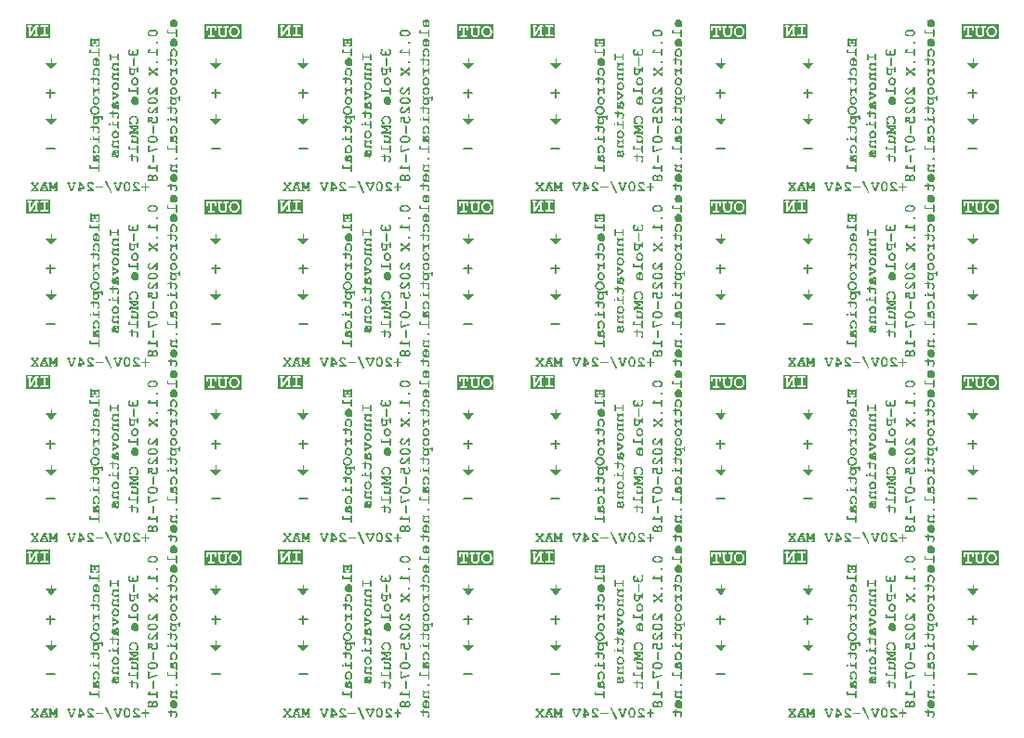
<source format=gbo>
%TF.GenerationSoftware,KiCad,Pcbnew,8.0.9-8.0.9-0~ubuntu24.04.1*%
%TF.CreationDate,2025-07-21T09:14:07-04:00*%
%TF.ProjectId,panel,70616e65-6c2e-46b6-9963-61645f706362,0.1.X*%
%TF.SameCoordinates,Original*%
%TF.FileFunction,Legend,Bot*%
%TF.FilePolarity,Positive*%
%FSLAX46Y46*%
G04 Gerber Fmt 4.6, Leading zero omitted, Abs format (unit mm)*
G04 Created by KiCad (PCBNEW 8.0.9-8.0.9-0~ubuntu24.04.1) date 2025-07-21 09:14:07*
%MOMM*%
%LPD*%
G01*
G04 APERTURE LIST*
%ADD10C,0.100000*%
%ADD11C,0.000000*%
%ADD12C,0.250000*%
%ADD13C,0.150000*%
%ADD14C,0.200000*%
G04 APERTURE END LIST*
D10*
X24488094Y-11100000D02*
X24488094Y-10700000D01*
D11*
G36*
X55450000Y-64800000D02*
G01*
X54950000Y-64200000D01*
X55950000Y-64200000D01*
X55450000Y-64800000D01*
G37*
G36*
X47488094Y-64800000D02*
G01*
X46988094Y-64200000D01*
X47988094Y-64200000D01*
X47488094Y-64800000D01*
G37*
D10*
X70488094Y-43100000D02*
X70488094Y-42700000D01*
D11*
G36*
X32450000Y-64800000D02*
G01*
X31950000Y-64200000D01*
X32950000Y-64200000D01*
X32450000Y-64800000D01*
G37*
D10*
X70488094Y-59100000D02*
X70488094Y-58700000D01*
D11*
G36*
X24488094Y-64800000D02*
G01*
X23988094Y-64200000D01*
X24988094Y-64200000D01*
X24488094Y-64800000D01*
G37*
D10*
X55450000Y-43100000D02*
X55450000Y-42700000D01*
D11*
G36*
X32450000Y-32800000D02*
G01*
X31950000Y-32200000D01*
X32950000Y-32200000D01*
X32450000Y-32800000D01*
G37*
D10*
X55450000Y-27100000D02*
X55450000Y-26700000D01*
D11*
G36*
X78450000Y-64800000D02*
G01*
X77950000Y-64200000D01*
X78950000Y-64200000D01*
X78450000Y-64800000D01*
G37*
D10*
X47488094Y-27100000D02*
X47488094Y-26700000D01*
D11*
G36*
X47488094Y-16800000D02*
G01*
X46988094Y-16200000D01*
X47988094Y-16200000D01*
X47488094Y-16800000D01*
G37*
G36*
X9450000Y-32800000D02*
G01*
X8950000Y-32200000D01*
X9950000Y-32200000D01*
X9450000Y-32800000D01*
G37*
D10*
X78450000Y-27100000D02*
X78450000Y-26700000D01*
X32450000Y-11100000D02*
X32450000Y-10700000D01*
X55450000Y-32200000D02*
X55450000Y-31800000D01*
X93488094Y-16200000D02*
X93488094Y-15800000D01*
X24488094Y-43100000D02*
X24488094Y-42700000D01*
D11*
G36*
X70488094Y-11700000D02*
G01*
X69988094Y-11100000D01*
X70988094Y-11100000D01*
X70488094Y-11700000D01*
G37*
G36*
X32450000Y-16800000D02*
G01*
X31950000Y-16200000D01*
X32950000Y-16200000D01*
X32450000Y-16800000D01*
G37*
D10*
X55450000Y-59100000D02*
X55450000Y-58700000D01*
X9450000Y-32200000D02*
X9450000Y-31800000D01*
X24488094Y-32200000D02*
X24488094Y-31800000D01*
D11*
G36*
X78450000Y-43700000D02*
G01*
X77950000Y-43100000D01*
X78950000Y-43100000D01*
X78450000Y-43700000D01*
G37*
D10*
X47488094Y-48200000D02*
X47488094Y-47800000D01*
X47488094Y-11100000D02*
X47488094Y-10700000D01*
D11*
G36*
X47488094Y-32800000D02*
G01*
X46988094Y-32200000D01*
X47988094Y-32200000D01*
X47488094Y-32800000D01*
G37*
D10*
X93488094Y-27100000D02*
X93488094Y-26700000D01*
D11*
G36*
X78450000Y-59700000D02*
G01*
X77950000Y-59100000D01*
X78950000Y-59100000D01*
X78450000Y-59700000D01*
G37*
D10*
X55450000Y-16200000D02*
X55450000Y-15800000D01*
X70488094Y-64200000D02*
X70488094Y-63800000D01*
D11*
G36*
X9450000Y-16800000D02*
G01*
X8950000Y-16200000D01*
X9950000Y-16200000D01*
X9450000Y-16800000D01*
G37*
G36*
X93488094Y-64800000D02*
G01*
X92988094Y-64200000D01*
X93988094Y-64200000D01*
X93488094Y-64800000D01*
G37*
D10*
X32450000Y-32200000D02*
X32450000Y-31800000D01*
D11*
G36*
X78450000Y-16800000D02*
G01*
X77950000Y-16200000D01*
X78950000Y-16200000D01*
X78450000Y-16800000D01*
G37*
G36*
X78450000Y-32800000D02*
G01*
X77950000Y-32200000D01*
X78950000Y-32200000D01*
X78450000Y-32800000D01*
G37*
G36*
X93488094Y-32800000D02*
G01*
X92988094Y-32200000D01*
X93988094Y-32200000D01*
X93488094Y-32800000D01*
G37*
D10*
X78450000Y-48200000D02*
X78450000Y-47800000D01*
X32450000Y-43100000D02*
X32450000Y-42700000D01*
D11*
G36*
X55450000Y-11700000D02*
G01*
X54950000Y-11100000D01*
X55950000Y-11100000D01*
X55450000Y-11700000D01*
G37*
G36*
X9450000Y-11700000D02*
G01*
X8950000Y-11100000D01*
X9950000Y-11100000D01*
X9450000Y-11700000D01*
G37*
D10*
X78450000Y-59100000D02*
X78450000Y-58700000D01*
X55450000Y-11100000D02*
X55450000Y-10700000D01*
X9450000Y-64200000D02*
X9450000Y-63800000D01*
X93488094Y-32200000D02*
X93488094Y-31800000D01*
X47488094Y-59100000D02*
X47488094Y-58700000D01*
X9450000Y-59100000D02*
X9450000Y-58700000D01*
X70488094Y-27100000D02*
X70488094Y-26700000D01*
D11*
G36*
X9450000Y-43700000D02*
G01*
X8950000Y-43100000D01*
X9950000Y-43100000D01*
X9450000Y-43700000D01*
G37*
G36*
X47488094Y-11700000D02*
G01*
X46988094Y-11100000D01*
X47988094Y-11100000D01*
X47488094Y-11700000D01*
G37*
G36*
X70488094Y-16800000D02*
G01*
X69988094Y-16200000D01*
X70988094Y-16200000D01*
X70488094Y-16800000D01*
G37*
D10*
X9450000Y-48200000D02*
X9450000Y-47800000D01*
D11*
G36*
X9450000Y-64800000D02*
G01*
X8950000Y-64200000D01*
X9950000Y-64200000D01*
X9450000Y-64800000D01*
G37*
D10*
X93488094Y-64200000D02*
X93488094Y-63800000D01*
X47488094Y-64200000D02*
X47488094Y-63800000D01*
D11*
G36*
X47488094Y-43700000D02*
G01*
X46988094Y-43100000D01*
X47988094Y-43100000D01*
X47488094Y-43700000D01*
G37*
G36*
X55450000Y-43700000D02*
G01*
X54950000Y-43100000D01*
X55950000Y-43100000D01*
X55450000Y-43700000D01*
G37*
G36*
X70488094Y-48800000D02*
G01*
X69988094Y-48200000D01*
X70988094Y-48200000D01*
X70488094Y-48800000D01*
G37*
G36*
X47488094Y-27700000D02*
G01*
X46988094Y-27100000D01*
X47988094Y-27100000D01*
X47488094Y-27700000D01*
G37*
G36*
X24488094Y-43700000D02*
G01*
X23988094Y-43100000D01*
X24988094Y-43100000D01*
X24488094Y-43700000D01*
G37*
D10*
X78450000Y-16200000D02*
X78450000Y-15800000D01*
X47488094Y-43100000D02*
X47488094Y-42700000D01*
X78450000Y-11100000D02*
X78450000Y-10700000D01*
D11*
G36*
X24488094Y-27700000D02*
G01*
X23988094Y-27100000D01*
X24988094Y-27100000D01*
X24488094Y-27700000D01*
G37*
G36*
X32450000Y-43700000D02*
G01*
X31950000Y-43100000D01*
X32950000Y-43100000D01*
X32450000Y-43700000D01*
G37*
D10*
X32450000Y-59100000D02*
X32450000Y-58700000D01*
D11*
G36*
X32450000Y-27700000D02*
G01*
X31950000Y-27100000D01*
X32950000Y-27100000D01*
X32450000Y-27700000D01*
G37*
G36*
X32450000Y-48800000D02*
G01*
X31950000Y-48200000D01*
X32950000Y-48200000D01*
X32450000Y-48800000D01*
G37*
D10*
X9450000Y-43100000D02*
X9450000Y-42700000D01*
X24488094Y-64200000D02*
X24488094Y-63800000D01*
D11*
G36*
X93488094Y-43700000D02*
G01*
X92988094Y-43100000D01*
X93988094Y-43100000D01*
X93488094Y-43700000D01*
G37*
D10*
X78450000Y-32200000D02*
X78450000Y-31800000D01*
X93488094Y-59100000D02*
X93488094Y-58700000D01*
D11*
G36*
X55450000Y-27700000D02*
G01*
X54950000Y-27100000D01*
X55950000Y-27100000D01*
X55450000Y-27700000D01*
G37*
D10*
X93488094Y-43100000D02*
X93488094Y-42700000D01*
X32450000Y-16200000D02*
X32450000Y-15800000D01*
D11*
G36*
X70488094Y-27700000D02*
G01*
X69988094Y-27100000D01*
X70988094Y-27100000D01*
X70488094Y-27700000D01*
G37*
G36*
X55450000Y-48800000D02*
G01*
X54950000Y-48200000D01*
X55950000Y-48200000D01*
X55450000Y-48800000D01*
G37*
D10*
X93488094Y-11100000D02*
X93488094Y-10700000D01*
D11*
G36*
X93488094Y-11700000D02*
G01*
X92988094Y-11100000D01*
X93988094Y-11100000D01*
X93488094Y-11700000D01*
G37*
D10*
X47488094Y-16200000D02*
X47488094Y-15800000D01*
X24488094Y-59100000D02*
X24488094Y-58700000D01*
D11*
G36*
X93488094Y-27700000D02*
G01*
X92988094Y-27100000D01*
X93988094Y-27100000D01*
X93488094Y-27700000D01*
G37*
G36*
X70488094Y-32800000D02*
G01*
X69988094Y-32200000D01*
X70988094Y-32200000D01*
X70488094Y-32800000D01*
G37*
G36*
X93488094Y-16800000D02*
G01*
X92988094Y-16200000D01*
X93988094Y-16200000D01*
X93488094Y-16800000D01*
G37*
G36*
X24488094Y-48800000D02*
G01*
X23988094Y-48200000D01*
X24988094Y-48200000D01*
X24488094Y-48800000D01*
G37*
G36*
X9450000Y-48800000D02*
G01*
X8950000Y-48200000D01*
X9950000Y-48200000D01*
X9450000Y-48800000D01*
G37*
G36*
X47488094Y-59700000D02*
G01*
X46988094Y-59100000D01*
X47988094Y-59100000D01*
X47488094Y-59700000D01*
G37*
G36*
X24488094Y-59700000D02*
G01*
X23988094Y-59100000D01*
X24988094Y-59100000D01*
X24488094Y-59700000D01*
G37*
D10*
X24488094Y-16200000D02*
X24488094Y-15800000D01*
D11*
G36*
X70488094Y-43700000D02*
G01*
X69988094Y-43100000D01*
X70988094Y-43100000D01*
X70488094Y-43700000D01*
G37*
D10*
X55450000Y-64200000D02*
X55450000Y-63800000D01*
X24488094Y-48200000D02*
X24488094Y-47800000D01*
D11*
G36*
X24488094Y-11700000D02*
G01*
X23988094Y-11100000D01*
X24988094Y-11100000D01*
X24488094Y-11700000D01*
G37*
G36*
X93488094Y-48800000D02*
G01*
X92988094Y-48200000D01*
X93988094Y-48200000D01*
X93488094Y-48800000D01*
G37*
D10*
X93488094Y-48200000D02*
X93488094Y-47800000D01*
X9450000Y-27100000D02*
X9450000Y-26700000D01*
X70488094Y-48200000D02*
X70488094Y-47800000D01*
X32450000Y-48200000D02*
X32450000Y-47800000D01*
X55450000Y-48200000D02*
X55450000Y-47800000D01*
X47488094Y-32200000D02*
X47488094Y-31800000D01*
X32450000Y-27100000D02*
X32450000Y-26700000D01*
D11*
G36*
X55450000Y-16800000D02*
G01*
X54950000Y-16200000D01*
X55950000Y-16200000D01*
X55450000Y-16800000D01*
G37*
G36*
X24488094Y-16800000D02*
G01*
X23988094Y-16200000D01*
X24988094Y-16200000D01*
X24488094Y-16800000D01*
G37*
G36*
X47488094Y-48800000D02*
G01*
X46988094Y-48200000D01*
X47988094Y-48200000D01*
X47488094Y-48800000D01*
G37*
G36*
X9450000Y-59700000D02*
G01*
X8950000Y-59100000D01*
X9950000Y-59100000D01*
X9450000Y-59700000D01*
G37*
G36*
X55450000Y-59700000D02*
G01*
X54950000Y-59100000D01*
X55950000Y-59100000D01*
X55450000Y-59700000D01*
G37*
G36*
X78450000Y-11700000D02*
G01*
X77950000Y-11100000D01*
X78950000Y-11100000D01*
X78450000Y-11700000D01*
G37*
G36*
X78450000Y-27700000D02*
G01*
X77950000Y-27100000D01*
X78950000Y-27100000D01*
X78450000Y-27700000D01*
G37*
D10*
X70488094Y-32200000D02*
X70488094Y-31800000D01*
X78450000Y-64200000D02*
X78450000Y-63800000D01*
X24488094Y-27100000D02*
X24488094Y-26700000D01*
X9450000Y-11100000D02*
X9450000Y-10700000D01*
D11*
G36*
X93488094Y-59700000D02*
G01*
X92988094Y-59100000D01*
X93988094Y-59100000D01*
X93488094Y-59700000D01*
G37*
D10*
X70488094Y-16200000D02*
X70488094Y-15800000D01*
D11*
G36*
X32450000Y-59700000D02*
G01*
X31950000Y-59100000D01*
X32950000Y-59100000D01*
X32450000Y-59700000D01*
G37*
D10*
X9450000Y-16200000D02*
X9450000Y-15800000D01*
D11*
G36*
X70488094Y-64800000D02*
G01*
X69988094Y-64200000D01*
X70988094Y-64200000D01*
X70488094Y-64800000D01*
G37*
G36*
X24488094Y-32800000D02*
G01*
X23988094Y-32200000D01*
X24988094Y-32200000D01*
X24488094Y-32800000D01*
G37*
D10*
X32450000Y-64200000D02*
X32450000Y-63800000D01*
X78450000Y-43100000D02*
X78450000Y-42700000D01*
D11*
G36*
X9450000Y-27700000D02*
G01*
X8950000Y-27100000D01*
X9950000Y-27100000D01*
X9450000Y-27700000D01*
G37*
G36*
X78450000Y-48800000D02*
G01*
X77950000Y-48200000D01*
X78950000Y-48200000D01*
X78450000Y-48800000D01*
G37*
G36*
X70488094Y-59700000D02*
G01*
X69988094Y-59100000D01*
X70988094Y-59100000D01*
X70488094Y-59700000D01*
G37*
G36*
X32450000Y-11700000D02*
G01*
X31950000Y-11100000D01*
X32950000Y-11100000D01*
X32450000Y-11700000D01*
G37*
G36*
X55450000Y-32800000D02*
G01*
X54950000Y-32200000D01*
X55950000Y-32200000D01*
X55450000Y-32800000D01*
G37*
D10*
X70488094Y-11100000D02*
X70488094Y-10700000D01*
D12*
G36*
X72237905Y-39896878D02*
G01*
X72296512Y-39917561D01*
X72349696Y-39950222D01*
X72396146Y-39993381D01*
X72434554Y-40045556D01*
X72463609Y-40105265D01*
X72482002Y-40171028D01*
X72488424Y-40241364D01*
X72482002Y-40312203D01*
X72463609Y-40378345D01*
X72434554Y-40438326D01*
X72396146Y-40490682D01*
X72349696Y-40533951D01*
X72296512Y-40566669D01*
X72237905Y-40587373D01*
X72175183Y-40594600D01*
X72112987Y-40587384D01*
X72054626Y-40566751D01*
X72001474Y-40534225D01*
X71954906Y-40491331D01*
X71916295Y-40439593D01*
X71887014Y-40380534D01*
X71868438Y-40315680D01*
X71861941Y-40246554D01*
X71868288Y-40174505D01*
X71886499Y-40107455D01*
X71915329Y-40046823D01*
X71953532Y-39994030D01*
X71999864Y-39950496D01*
X72053080Y-39917642D01*
X72111935Y-39896888D01*
X72175183Y-39889654D01*
X72237905Y-39896878D01*
G37*
G36*
X72802252Y-40908428D02*
G01*
X69486704Y-40908428D01*
X69486704Y-40071920D01*
X69625593Y-40071920D01*
X69627372Y-40107285D01*
X69653082Y-40168359D01*
X69712909Y-40187325D01*
X69747638Y-40181899D01*
X69791725Y-40134970D01*
X69800532Y-40070699D01*
X69800532Y-39909193D01*
X69991346Y-39909193D01*
X69991346Y-40575061D01*
X69875942Y-40575061D01*
X69837174Y-40577553D01*
X69780662Y-40602624D01*
X69760232Y-40662683D01*
X69766750Y-40700048D01*
X69813951Y-40741623D01*
X69875942Y-40750000D01*
X70280163Y-40750000D01*
X70313260Y-40747688D01*
X70371359Y-40722724D01*
X70395568Y-40662683D01*
X70389053Y-40623201D01*
X70341935Y-40582313D01*
X70280163Y-40575061D01*
X70166285Y-40575061D01*
X70166285Y-39909193D01*
X70353436Y-39909193D01*
X70353436Y-40071920D01*
X70355929Y-40110529D01*
X70381000Y-40166910D01*
X70441058Y-40187325D01*
X70479806Y-40180420D01*
X70521002Y-40131856D01*
X70528681Y-40070699D01*
X70528681Y-39821571D01*
X70618440Y-39821571D01*
X70622310Y-39850518D01*
X70665047Y-39898319D01*
X70725296Y-39909193D01*
X70725296Y-40389131D01*
X70725855Y-40410475D01*
X70733981Y-40471569D01*
X70758650Y-40545685D01*
X70797231Y-40610656D01*
X70847646Y-40665659D01*
X70907822Y-40709872D01*
X70975683Y-40742472D01*
X71049154Y-40762635D01*
X71126160Y-40769539D01*
X71145789Y-40769091D01*
X71222537Y-40758579D01*
X71294948Y-40734831D01*
X71361019Y-40698799D01*
X71418747Y-40651434D01*
X71466128Y-40593688D01*
X71501159Y-40526513D01*
X71521836Y-40450861D01*
X71526718Y-40389131D01*
X71526718Y-40249912D01*
X71686697Y-40249912D01*
X71689258Y-40302086D01*
X71702296Y-40377840D01*
X71725585Y-40449729D01*
X71758245Y-40516783D01*
X71799393Y-40578036D01*
X71848148Y-40632519D01*
X71903629Y-40679266D01*
X71964955Y-40717309D01*
X72031243Y-40745681D01*
X72101613Y-40763413D01*
X72175183Y-40769539D01*
X72225091Y-40766790D01*
X72297176Y-40752789D01*
X72365191Y-40727755D01*
X72428308Y-40692615D01*
X72485698Y-40648293D01*
X72536532Y-40595715D01*
X72579981Y-40535806D01*
X72615218Y-40469491D01*
X72641413Y-40397695D01*
X72657737Y-40321345D01*
X72663363Y-40241364D01*
X72660842Y-40187951D01*
X72647992Y-40110612D01*
X72624995Y-40037440D01*
X72592680Y-39969372D01*
X72551876Y-39907344D01*
X72503412Y-39852291D01*
X72448115Y-39805149D01*
X72386815Y-39766855D01*
X72320341Y-39738342D01*
X72249520Y-39720549D01*
X72175183Y-39714410D01*
X72108695Y-39721547D01*
X72036018Y-39740383D01*
X71975274Y-39764384D01*
X71912853Y-39798432D01*
X71852052Y-39843950D01*
X71796172Y-39902365D01*
X71748511Y-39975101D01*
X71722934Y-40032251D01*
X71703454Y-40096822D01*
X71691049Y-40169235D01*
X71686878Y-40246554D01*
X71686697Y-40249912D01*
X71526718Y-40249912D01*
X71526718Y-39909193D01*
X71557162Y-39906305D01*
X71612793Y-39879948D01*
X71633574Y-39821571D01*
X71627059Y-39782090D01*
X71579941Y-39741202D01*
X71518169Y-39733949D01*
X71290718Y-39733949D01*
X71251216Y-39736065D01*
X71194956Y-39760037D01*
X71175008Y-39821571D01*
X71180140Y-39856300D01*
X71225664Y-39900387D01*
X71290718Y-39909193D01*
X71351779Y-39909193D01*
X71351779Y-40404701D01*
X71341606Y-40461339D01*
X71306854Y-40518515D01*
X71252153Y-40562287D01*
X71193123Y-40586101D01*
X71126160Y-40594600D01*
X71069870Y-40588649D01*
X71009239Y-40567213D01*
X70951992Y-40525682D01*
X70914002Y-40470176D01*
X70900235Y-40404701D01*
X70900235Y-39909193D01*
X70961601Y-39909193D01*
X71000332Y-39906701D01*
X71056671Y-39881630D01*
X71077006Y-39821571D01*
X71070491Y-39782090D01*
X71023373Y-39741202D01*
X70961601Y-39733949D01*
X70734150Y-39733949D01*
X70697396Y-39735887D01*
X70636536Y-39762318D01*
X70618440Y-39821571D01*
X70528681Y-39821571D01*
X70528681Y-39733949D01*
X69625593Y-39733949D01*
X69625593Y-40071920D01*
X69486704Y-40071920D01*
X69486704Y-39575521D01*
X72802252Y-39575521D01*
X72802252Y-40908428D01*
G37*
G36*
X49237905Y-7896878D02*
G01*
X49296512Y-7917561D01*
X49349696Y-7950222D01*
X49396146Y-7993381D01*
X49434554Y-8045556D01*
X49463609Y-8105265D01*
X49482002Y-8171028D01*
X49488424Y-8241364D01*
X49482002Y-8312203D01*
X49463609Y-8378345D01*
X49434554Y-8438326D01*
X49396146Y-8490682D01*
X49349696Y-8533951D01*
X49296512Y-8566669D01*
X49237905Y-8587373D01*
X49175183Y-8594600D01*
X49112987Y-8587384D01*
X49054626Y-8566751D01*
X49001474Y-8534225D01*
X48954906Y-8491331D01*
X48916295Y-8439593D01*
X48887014Y-8380534D01*
X48868438Y-8315680D01*
X48861941Y-8246554D01*
X48868288Y-8174505D01*
X48886499Y-8107455D01*
X48915329Y-8046823D01*
X48953532Y-7994030D01*
X48999864Y-7950496D01*
X49053080Y-7917642D01*
X49111935Y-7896888D01*
X49175183Y-7889654D01*
X49237905Y-7896878D01*
G37*
G36*
X49802252Y-8908428D02*
G01*
X46486704Y-8908428D01*
X46486704Y-8071920D01*
X46625593Y-8071920D01*
X46627372Y-8107285D01*
X46653082Y-8168359D01*
X46712909Y-8187325D01*
X46747638Y-8181899D01*
X46791725Y-8134970D01*
X46800532Y-8070699D01*
X46800532Y-7909193D01*
X46991346Y-7909193D01*
X46991346Y-8575061D01*
X46875942Y-8575061D01*
X46837174Y-8577553D01*
X46780662Y-8602624D01*
X46760232Y-8662683D01*
X46766750Y-8700048D01*
X46813951Y-8741623D01*
X46875942Y-8750000D01*
X47280163Y-8750000D01*
X47313260Y-8747688D01*
X47371359Y-8722724D01*
X47395568Y-8662683D01*
X47389053Y-8623201D01*
X47341935Y-8582313D01*
X47280163Y-8575061D01*
X47166285Y-8575061D01*
X47166285Y-7909193D01*
X47353436Y-7909193D01*
X47353436Y-8071920D01*
X47355929Y-8110529D01*
X47381000Y-8166910D01*
X47441058Y-8187325D01*
X47479806Y-8180420D01*
X47521002Y-8131856D01*
X47528681Y-8070699D01*
X47528681Y-7821571D01*
X47618440Y-7821571D01*
X47622310Y-7850518D01*
X47665047Y-7898319D01*
X47725296Y-7909193D01*
X47725296Y-8389131D01*
X47725855Y-8410475D01*
X47733981Y-8471569D01*
X47758650Y-8545685D01*
X47797231Y-8610656D01*
X47847646Y-8665659D01*
X47907822Y-8709872D01*
X47975683Y-8742472D01*
X48049154Y-8762635D01*
X48126160Y-8769539D01*
X48145789Y-8769091D01*
X48222537Y-8758579D01*
X48294948Y-8734831D01*
X48361019Y-8698799D01*
X48418747Y-8651434D01*
X48466128Y-8593688D01*
X48501159Y-8526513D01*
X48521836Y-8450861D01*
X48526718Y-8389131D01*
X48526718Y-8249912D01*
X48686697Y-8249912D01*
X48689258Y-8302086D01*
X48702296Y-8377840D01*
X48725585Y-8449729D01*
X48758245Y-8516783D01*
X48799393Y-8578036D01*
X48848148Y-8632519D01*
X48903629Y-8679266D01*
X48964955Y-8717309D01*
X49031243Y-8745681D01*
X49101613Y-8763413D01*
X49175183Y-8769539D01*
X49225091Y-8766790D01*
X49297176Y-8752789D01*
X49365191Y-8727755D01*
X49428308Y-8692615D01*
X49485698Y-8648293D01*
X49536532Y-8595715D01*
X49579981Y-8535806D01*
X49615218Y-8469491D01*
X49641413Y-8397695D01*
X49657737Y-8321345D01*
X49663363Y-8241364D01*
X49660842Y-8187951D01*
X49647992Y-8110612D01*
X49624995Y-8037440D01*
X49592680Y-7969372D01*
X49551876Y-7907344D01*
X49503412Y-7852291D01*
X49448115Y-7805149D01*
X49386815Y-7766855D01*
X49320341Y-7738342D01*
X49249520Y-7720549D01*
X49175183Y-7714410D01*
X49108695Y-7721547D01*
X49036018Y-7740383D01*
X48975274Y-7764384D01*
X48912853Y-7798432D01*
X48852052Y-7843950D01*
X48796172Y-7902365D01*
X48748511Y-7975101D01*
X48722934Y-8032251D01*
X48703454Y-8096822D01*
X48691049Y-8169235D01*
X48686878Y-8246554D01*
X48686697Y-8249912D01*
X48526718Y-8249912D01*
X48526718Y-7909193D01*
X48557162Y-7906305D01*
X48612793Y-7879948D01*
X48633574Y-7821571D01*
X48627059Y-7782090D01*
X48579941Y-7741202D01*
X48518169Y-7733949D01*
X48290718Y-7733949D01*
X48251216Y-7736065D01*
X48194956Y-7760037D01*
X48175008Y-7821571D01*
X48180140Y-7856300D01*
X48225664Y-7900387D01*
X48290718Y-7909193D01*
X48351779Y-7909193D01*
X48351779Y-8404701D01*
X48341606Y-8461339D01*
X48306854Y-8518515D01*
X48252153Y-8562287D01*
X48193123Y-8586101D01*
X48126160Y-8594600D01*
X48069870Y-8588649D01*
X48009239Y-8567213D01*
X47951992Y-8525682D01*
X47914002Y-8470176D01*
X47900235Y-8404701D01*
X47900235Y-7909193D01*
X47961601Y-7909193D01*
X48000332Y-7906701D01*
X48056671Y-7881630D01*
X48077006Y-7821571D01*
X48070491Y-7782090D01*
X48023373Y-7741202D01*
X47961601Y-7733949D01*
X47734150Y-7733949D01*
X47697396Y-7735887D01*
X47636536Y-7762318D01*
X47618440Y-7821571D01*
X47528681Y-7821571D01*
X47528681Y-7733949D01*
X46625593Y-7733949D01*
X46625593Y-8071920D01*
X46486704Y-8071920D01*
X46486704Y-7575521D01*
X49802252Y-7575521D01*
X49802252Y-8908428D01*
G37*
G36*
X78391915Y-56838889D02*
G01*
X76174238Y-56838889D01*
X76174238Y-55771571D01*
X76313127Y-55771571D01*
X76316971Y-55800518D01*
X76359599Y-55848319D01*
X76419984Y-55859193D01*
X76419984Y-56700000D01*
X76593091Y-56700000D01*
X77046467Y-56013982D01*
X77046467Y-56525061D01*
X76985101Y-56525061D01*
X76949736Y-56526842D01*
X76888662Y-56552624D01*
X76869696Y-56612683D01*
X76876211Y-56650048D01*
X76923329Y-56691623D01*
X76985101Y-56700000D01*
X77211025Y-56700000D01*
X77247126Y-56697645D01*
X77305951Y-56672802D01*
X77328262Y-56612683D01*
X77325477Y-56588187D01*
X77285269Y-56537973D01*
X77221406Y-56525061D01*
X77221406Y-55859193D01*
X77263370Y-55856052D01*
X77321650Y-55831173D01*
X77345664Y-55771571D01*
X77493431Y-55771571D01*
X77498535Y-55806300D01*
X77543878Y-55850387D01*
X77608836Y-55859193D01*
X77785607Y-55859193D01*
X77785607Y-56525061D01*
X77608836Y-56525061D01*
X77568026Y-56527758D01*
X77512397Y-56553429D01*
X77493431Y-56612683D01*
X77500644Y-56650669D01*
X77547978Y-56691370D01*
X77608836Y-56700000D01*
X78137316Y-56700000D01*
X78170426Y-56697688D01*
X78228650Y-56672724D01*
X78253026Y-56612683D01*
X78246508Y-56573201D01*
X78199307Y-56532313D01*
X78137316Y-56525061D01*
X77960546Y-56525061D01*
X77960546Y-55859193D01*
X78137316Y-55859193D01*
X78177429Y-55856496D01*
X78233481Y-55830825D01*
X78253026Y-55771571D01*
X78246508Y-55732090D01*
X78199307Y-55691202D01*
X78137316Y-55683949D01*
X77608836Y-55683949D01*
X77568026Y-55686647D01*
X77512397Y-55712318D01*
X77493431Y-55771571D01*
X77345664Y-55771571D01*
X77343460Y-55747178D01*
X77308724Y-55696942D01*
X77247662Y-55683949D01*
X77046467Y-55683949D01*
X76594923Y-56366913D01*
X76594923Y-55859193D01*
X76655983Y-55859193D01*
X76696219Y-55856496D01*
X76752229Y-55830825D01*
X76771693Y-55771571D01*
X76765175Y-55732090D01*
X76717974Y-55691202D01*
X76655983Y-55683949D01*
X76428532Y-55683949D01*
X76389924Y-55686442D01*
X76333542Y-55711513D01*
X76313127Y-55771571D01*
X76174238Y-55771571D01*
X76174238Y-55545060D01*
X78391915Y-55545060D01*
X78391915Y-56838889D01*
G37*
D13*
X93851314Y-29888866D02*
X93089410Y-29888866D01*
X93470362Y-30269819D02*
X93470362Y-29507914D01*
D12*
G36*
X13585898Y-9566745D02*
G01*
X13601573Y-9517535D01*
X13648779Y-9495552D01*
X13684377Y-9493142D01*
X13760801Y-9493142D01*
X13760801Y-9116922D01*
X13546661Y-9116922D01*
X13546661Y-9241816D01*
X13557176Y-9241816D01*
X13608771Y-9246689D01*
X13651969Y-9274751D01*
X13661553Y-9315162D01*
X13644878Y-9363885D01*
X13597763Y-9385005D01*
X13564613Y-9387226D01*
X13398430Y-9387226D01*
X13346121Y-9380190D01*
X13305613Y-9345267D01*
X13299951Y-9313880D01*
X13317181Y-9264594D01*
X13365194Y-9243893D01*
X13398430Y-9241816D01*
X13401251Y-9241816D01*
X13401251Y-9116922D01*
X13201472Y-9116922D01*
X13201472Y-9460829D01*
X13272254Y-9460829D01*
X13324580Y-9466563D01*
X13367149Y-9500650D01*
X13373297Y-9534431D01*
X13356879Y-9584123D01*
X13309287Y-9605543D01*
X13274819Y-9607777D01*
X13054267Y-9607777D01*
X13054267Y-8947662D01*
X13060359Y-8895774D01*
X13094705Y-8856195D01*
X13127870Y-8850722D01*
X13177643Y-8867059D01*
X13199206Y-8913998D01*
X13201472Y-8947662D01*
X13201472Y-8969717D01*
X13760801Y-8969717D01*
X13760801Y-8947662D01*
X13767793Y-8894450D01*
X13804660Y-8855273D01*
X13834403Y-8850722D01*
X13882617Y-8868321D01*
X13905860Y-8919861D01*
X13907750Y-8947662D01*
X13907750Y-9640091D01*
X13684377Y-9640091D01*
X13630002Y-9633112D01*
X13590459Y-9596369D01*
X13585898Y-9566745D01*
G37*
G36*
X13062987Y-9867053D02*
G01*
X13112678Y-9883877D01*
X13134098Y-9931680D01*
X13136333Y-9965532D01*
X13136333Y-10080424D01*
X13760801Y-10080424D01*
X13760801Y-9900905D01*
X13766893Y-9849017D01*
X13801239Y-9809438D01*
X13834403Y-9803965D01*
X13882617Y-9821565D01*
X13905860Y-9873105D01*
X13907750Y-9900905D01*
X13907750Y-10406635D01*
X13900713Y-10458707D01*
X13865790Y-10498356D01*
X13834403Y-10503831D01*
X13783954Y-10486669D01*
X13762894Y-10439200D01*
X13760801Y-10406635D01*
X13760801Y-10227373D01*
X12989384Y-10227373D01*
X12989384Y-9965532D01*
X12995118Y-9913223D01*
X13029206Y-9872715D01*
X13062987Y-9867053D01*
G37*
G36*
X13646686Y-10646723D02*
G01*
X13710771Y-10664611D01*
X13768527Y-10695622D01*
X13818850Y-10738667D01*
X13860637Y-10792660D01*
X13885712Y-10839684D01*
X13904899Y-10891795D01*
X13917735Y-10948533D01*
X13923752Y-11009440D01*
X13924163Y-11030590D01*
X13922256Y-11089820D01*
X13917472Y-11147784D01*
X13909135Y-11209686D01*
X13896636Y-11270479D01*
X13879370Y-11325119D01*
X13850157Y-11377077D01*
X13802346Y-11402449D01*
X13752819Y-11382093D01*
X13733104Y-11331924D01*
X13741609Y-11279024D01*
X13755159Y-11227066D01*
X13766983Y-11170796D01*
X13774320Y-11113204D01*
X13777087Y-11058804D01*
X13777214Y-11043925D01*
X13774452Y-10986966D01*
X13763733Y-10928350D01*
X13744743Y-10880087D01*
X13711866Y-10836485D01*
X13667134Y-10806137D01*
X13659758Y-10802858D01*
X13659758Y-11402449D01*
X13602312Y-11402449D01*
X13546835Y-11398275D01*
X13494679Y-11386095D01*
X13446309Y-11366425D01*
X13402193Y-11339779D01*
X13362796Y-11306672D01*
X13328586Y-11267618D01*
X13300029Y-11223133D01*
X13277592Y-11173732D01*
X13261740Y-11119928D01*
X13252942Y-11062236D01*
X13251280Y-11023152D01*
X13398430Y-11023152D01*
X13403694Y-11080984D01*
X13418905Y-11132557D01*
X13448060Y-11182746D01*
X13488180Y-11219840D01*
X13530248Y-11239344D01*
X13530248Y-10807217D01*
X13482446Y-10830507D01*
X13443830Y-10869581D01*
X13416074Y-10921669D01*
X13402198Y-10974574D01*
X13398430Y-11023152D01*
X13251280Y-11023152D01*
X13251225Y-11021870D01*
X13255093Y-10962912D01*
X13266348Y-10907158D01*
X13284465Y-10855174D01*
X13308918Y-10807528D01*
X13339184Y-10764786D01*
X13374736Y-10727515D01*
X13429456Y-10687310D01*
X13491398Y-10659182D01*
X13541846Y-10646820D01*
X13595131Y-10642573D01*
X13646686Y-10646723D01*
G37*
G36*
X13461518Y-12269011D02*
G01*
X13348421Y-12269011D01*
X13295877Y-12262416D01*
X13255550Y-12226548D01*
X13251225Y-12198486D01*
X13273416Y-12151866D01*
X13295335Y-12142578D01*
X13274087Y-12091005D01*
X13260977Y-12039950D01*
X13253355Y-11983991D01*
X13251225Y-11931003D01*
X13255031Y-11870397D01*
X13266152Y-11813789D01*
X13284137Y-11761610D01*
X13308539Y-11714286D01*
X13338909Y-11672246D01*
X13387908Y-11625154D01*
X13445655Y-11589235D01*
X13494065Y-11570239D01*
X13546348Y-11558526D01*
X13602055Y-11554527D01*
X13655583Y-11558560D01*
X13710700Y-11571886D01*
X13764717Y-11596343D01*
X13814945Y-11633772D01*
X13858693Y-11686010D01*
X13885634Y-11736015D01*
X13906282Y-11796161D01*
X13919503Y-11867224D01*
X13923631Y-11921048D01*
X13924163Y-11949981D01*
X13922283Y-12009718D01*
X13916861Y-12064706D01*
X13904686Y-12130210D01*
X13887565Y-12186250D01*
X13860387Y-12242104D01*
X13821290Y-12286803D01*
X13770033Y-12305684D01*
X13721366Y-12286275D01*
X13697835Y-12239670D01*
X13697456Y-12232338D01*
X13719250Y-12183900D01*
X13748420Y-12138052D01*
X13767434Y-12077547D01*
X13775242Y-12017832D01*
X13777214Y-11960239D01*
X13774484Y-11899788D01*
X13766291Y-11847319D01*
X13748356Y-11792994D01*
X13715537Y-11744383D01*
X13670374Y-11713935D01*
X13612847Y-11701730D01*
X13602055Y-11701476D01*
X13548300Y-11707898D01*
X13492654Y-11731680D01*
X13448321Y-11771513D01*
X13421277Y-11815835D01*
X13404310Y-11869301D01*
X13398430Y-11931003D01*
X13401410Y-11982670D01*
X13411401Y-12033052D01*
X13431967Y-12083046D01*
X13434077Y-12086671D01*
X13480371Y-12117077D01*
X13529624Y-12134992D01*
X13557746Y-12179767D01*
X13558714Y-12195408D01*
X13541552Y-12245857D01*
X13494083Y-12266917D01*
X13461518Y-12269011D01*
G37*
G36*
X13695661Y-12670876D02*
G01*
X13414843Y-12670876D01*
X13414843Y-12937076D01*
X13407040Y-12991641D01*
X13369841Y-13029729D01*
X13341240Y-13034016D01*
X13291468Y-13018085D01*
X13269904Y-12971356D01*
X13267638Y-12937076D01*
X13267638Y-12670876D01*
X13136333Y-12670876D01*
X13083682Y-12664854D01*
X13043429Y-12630663D01*
X13037854Y-12597530D01*
X13055287Y-12547081D01*
X13103405Y-12526020D01*
X13136333Y-12523927D01*
X13267638Y-12523927D01*
X13267638Y-12472380D01*
X13273730Y-12420491D01*
X13308076Y-12380912D01*
X13341240Y-12375440D01*
X13390337Y-12391777D01*
X13412404Y-12438716D01*
X13414843Y-12472380D01*
X13414843Y-12523927D01*
X13722845Y-12523927D01*
X13777305Y-12531414D01*
X13824312Y-12553246D01*
X13863139Y-12588478D01*
X13893057Y-12636164D01*
X13913340Y-12695359D01*
X13922140Y-12750367D01*
X13924163Y-12795769D01*
X13920562Y-12855277D01*
X13912607Y-12909728D01*
X13900286Y-12965932D01*
X13883730Y-13019893D01*
X13863072Y-13067613D01*
X13831682Y-13112398D01*
X13786190Y-13134033D01*
X13736869Y-13115993D01*
X13712939Y-13067208D01*
X13712844Y-13063508D01*
X13727773Y-13012708D01*
X13751032Y-12958584D01*
X13767156Y-12902410D01*
X13775623Y-12841398D01*
X13777214Y-12797308D01*
X13774347Y-12745262D01*
X13756826Y-12693316D01*
X13710236Y-12671403D01*
X13695661Y-12670876D01*
G37*
G36*
X13251225Y-13891601D02*
G01*
X13256530Y-13839513D01*
X13274819Y-13786102D01*
X13299196Y-13740794D01*
X13327700Y-13697122D01*
X13364578Y-13646174D01*
X13267638Y-13646174D01*
X13267638Y-13447678D01*
X13275514Y-13396557D01*
X13310482Y-13356797D01*
X13341240Y-13350738D01*
X13391834Y-13368923D01*
X13412841Y-13417495D01*
X13414843Y-13447678D01*
X13414843Y-13499225D01*
X13760801Y-13499225D01*
X13760801Y-13413826D01*
X13766893Y-13361937D01*
X13801239Y-13322359D01*
X13834403Y-13316886D01*
X13884904Y-13335523D01*
X13905772Y-13384214D01*
X13907750Y-13413826D01*
X13907750Y-13850569D01*
X13901370Y-13901625D01*
X13866920Y-13943069D01*
X13834403Y-13949047D01*
X13784631Y-13932629D01*
X13763067Y-13885037D01*
X13760801Y-13850569D01*
X13760801Y-13646174D01*
X13546148Y-13646174D01*
X13507403Y-13694802D01*
X13475463Y-13736446D01*
X13444336Y-13780016D01*
X13415416Y-13828247D01*
X13398849Y-13879857D01*
X13398430Y-13888780D01*
X13417317Y-13936743D01*
X13447314Y-13982715D01*
X13450747Y-14003416D01*
X13431412Y-14052548D01*
X13383972Y-14076629D01*
X13376375Y-14077018D01*
X13328257Y-14058830D01*
X13292788Y-14019843D01*
X13266615Y-13968584D01*
X13252701Y-13913897D01*
X13251225Y-13891601D01*
G37*
G36*
X13638840Y-14184690D02*
G01*
X13703219Y-14203150D01*
X13761983Y-14234794D01*
X13813765Y-14278170D01*
X13847197Y-14317528D01*
X13875356Y-14362057D01*
X13897664Y-14411143D01*
X13913544Y-14464175D01*
X13922421Y-14520540D01*
X13924163Y-14559667D01*
X13920276Y-14617973D01*
X13909001Y-14673331D01*
X13890913Y-14725133D01*
X13866591Y-14772769D01*
X13836611Y-14815631D01*
X13801549Y-14853110D01*
X13747893Y-14893658D01*
X13687597Y-14922113D01*
X13622028Y-14937031D01*
X13587694Y-14938964D01*
X13520516Y-14931363D01*
X13457655Y-14909555D01*
X13400540Y-14875036D01*
X13350601Y-14829297D01*
X13318717Y-14788529D01*
X13292279Y-14742921D01*
X13271889Y-14693103D01*
X13258151Y-14639704D01*
X13251669Y-14583356D01*
X13251225Y-14564026D01*
X13251307Y-14562744D01*
X13398430Y-14562744D01*
X13404334Y-14620407D01*
X13421097Y-14672512D01*
X13447291Y-14717334D01*
X13489165Y-14759077D01*
X13540102Y-14784864D01*
X13587694Y-14792015D01*
X13644895Y-14781781D01*
X13694655Y-14752985D01*
X13734671Y-14708487D01*
X13758913Y-14661476D01*
X13773457Y-14607202D01*
X13777214Y-14559667D01*
X13771388Y-14500792D01*
X13754798Y-14447881D01*
X13728776Y-14402577D01*
X13686976Y-14360568D01*
X13635816Y-14334720D01*
X13587694Y-14327575D01*
X13530040Y-14337806D01*
X13480250Y-14366686D01*
X13440455Y-14411498D01*
X13416463Y-14459050D01*
X13402123Y-14514204D01*
X13398430Y-14562744D01*
X13251307Y-14562744D01*
X13255050Y-14504309D01*
X13266167Y-14447864D01*
X13284037Y-14395261D01*
X13308120Y-14347066D01*
X13337879Y-14303847D01*
X13372773Y-14266174D01*
X13426358Y-14225550D01*
X13486838Y-14197140D01*
X13552937Y-14182289D01*
X13587694Y-14180370D01*
X13638840Y-14184690D01*
G37*
G36*
X13547679Y-15035500D02*
G01*
X13611814Y-15049213D01*
X13672122Y-15071217D01*
X13727827Y-15100815D01*
X13778150Y-15137313D01*
X13822316Y-15180013D01*
X13859546Y-15228221D01*
X13889064Y-15281239D01*
X13910093Y-15338372D01*
X13921854Y-15398923D01*
X13924163Y-15440846D01*
X13919017Y-15502644D01*
X13904122Y-15561755D01*
X13880290Y-15617437D01*
X13848334Y-15668951D01*
X13809066Y-15715555D01*
X13763300Y-15756510D01*
X13711848Y-15791074D01*
X13655522Y-15818508D01*
X13595136Y-15838071D01*
X13531502Y-15849023D01*
X13487676Y-15851174D01*
X13419907Y-15847518D01*
X13359080Y-15837098D01*
X13304841Y-15820735D01*
X13256835Y-15799250D01*
X13195737Y-15759215D01*
X13146668Y-15712276D01*
X13108433Y-15661203D01*
X13079833Y-15608769D01*
X13059672Y-15557744D01*
X13043849Y-15496695D01*
X13037854Y-15440846D01*
X13185059Y-15440846D01*
X13191136Y-15493974D01*
X13208569Y-15543412D01*
X13236167Y-15588113D01*
X13272735Y-15627032D01*
X13317081Y-15659123D01*
X13368012Y-15683340D01*
X13424334Y-15698637D01*
X13484855Y-15703969D01*
X13542921Y-15698511D01*
X13597399Y-15682907D01*
X13647008Y-15658312D01*
X13690468Y-15625878D01*
X13726499Y-15586761D01*
X13753820Y-15542114D01*
X13771152Y-15493091D01*
X13777214Y-15440846D01*
X13771144Y-15388160D01*
X13753752Y-15338929D01*
X13726269Y-15294255D01*
X13689923Y-15255237D01*
X13645944Y-15222974D01*
X13595560Y-15198568D01*
X13540001Y-15183118D01*
X13480495Y-15177723D01*
X13421414Y-15183118D01*
X13366173Y-15198568D01*
X13316017Y-15222974D01*
X13272190Y-15255237D01*
X13235937Y-15294255D01*
X13208501Y-15338929D01*
X13191127Y-15388160D01*
X13185059Y-15440846D01*
X13037854Y-15440846D01*
X13043011Y-15378402D01*
X13057958Y-15318913D01*
X13081908Y-15263075D01*
X13114075Y-15211583D01*
X13153675Y-15165134D01*
X13199919Y-15124423D01*
X13252023Y-15090148D01*
X13309200Y-15063004D01*
X13370664Y-15043686D01*
X13435629Y-15032892D01*
X13480495Y-15030775D01*
X13547679Y-15035500D01*
G37*
G36*
X14178843Y-15897516D02*
G01*
X14200407Y-15944456D01*
X14202673Y-15978119D01*
X14202673Y-16233805D01*
X14194869Y-16287887D01*
X14157671Y-16326581D01*
X14129070Y-16331001D01*
X14079297Y-16315800D01*
X14057096Y-16264678D01*
X14055468Y-16233805D01*
X14055468Y-16148662D01*
X13809014Y-16148662D01*
X13838515Y-16190629D01*
X13864078Y-16238232D01*
X13882563Y-16293447D01*
X13890218Y-16344856D01*
X13891336Y-16376394D01*
X13887887Y-16432405D01*
X13877834Y-16485143D01*
X13861621Y-16534118D01*
X13831183Y-16592723D01*
X13791628Y-16642614D01*
X13744005Y-16682635D01*
X13689362Y-16711629D01*
X13628748Y-16728438D01*
X13580000Y-16732353D01*
X13512491Y-16725373D01*
X13450190Y-16705217D01*
X13394266Y-16673064D01*
X13345889Y-16630092D01*
X13306227Y-16577479D01*
X13276449Y-16516402D01*
X13261306Y-16465750D01*
X13252874Y-16411497D01*
X13251225Y-16373573D01*
X13251597Y-16367674D01*
X13398430Y-16367674D01*
X13403717Y-16425590D01*
X13418788Y-16476070D01*
X13448118Y-16525458D01*
X13487781Y-16561052D01*
X13535726Y-16581168D01*
X13570659Y-16585078D01*
X13624036Y-16575913D01*
X13669981Y-16549675D01*
X13706364Y-16508635D01*
X13731461Y-16454993D01*
X13742510Y-16402254D01*
X13744388Y-16367674D01*
X13739232Y-16310086D01*
X13724408Y-16259490D01*
X13695212Y-16209602D01*
X13655143Y-16173373D01*
X13605864Y-16152761D01*
X13568716Y-16148662D01*
X13518146Y-16157402D01*
X13466910Y-16188376D01*
X13432314Y-16231088D01*
X13408783Y-16287199D01*
X13399311Y-16343154D01*
X13398430Y-16367674D01*
X13251597Y-16367674D01*
X13254765Y-16317508D01*
X13265997Y-16267455D01*
X13289430Y-16214370D01*
X13320237Y-16168686D01*
X13336624Y-16148662D01*
X13267638Y-16148662D01*
X13267638Y-15978119D01*
X13275035Y-15923554D01*
X13312069Y-15885466D01*
X13341240Y-15881179D01*
X13391013Y-15897111D01*
X13412577Y-15943839D01*
X13414843Y-15978119D01*
X13414843Y-16001713D01*
X14055468Y-16001713D01*
X14055468Y-15978119D01*
X14062865Y-15923554D01*
X14099898Y-15885466D01*
X14129070Y-15881179D01*
X14178843Y-15897516D01*
G37*
G36*
X13695661Y-17076772D02*
G01*
X13414843Y-17076772D01*
X13414843Y-17342973D01*
X13407040Y-17397537D01*
X13369841Y-17435626D01*
X13341240Y-17439913D01*
X13291468Y-17423981D01*
X13269904Y-17377253D01*
X13267638Y-17342973D01*
X13267638Y-17076772D01*
X13136333Y-17076772D01*
X13083682Y-17070750D01*
X13043429Y-17036559D01*
X13037854Y-17003426D01*
X13055287Y-16952977D01*
X13103405Y-16931917D01*
X13136333Y-16929824D01*
X13267638Y-16929824D01*
X13267638Y-16878276D01*
X13273730Y-16826388D01*
X13308076Y-16786809D01*
X13341240Y-16781336D01*
X13390337Y-16797673D01*
X13412404Y-16844613D01*
X13414843Y-16878276D01*
X13414843Y-16929824D01*
X13722845Y-16929824D01*
X13777305Y-16937311D01*
X13824312Y-16959143D01*
X13863139Y-16994374D01*
X13893057Y-17042060D01*
X13913340Y-17101256D01*
X13922140Y-17156264D01*
X13924163Y-17201666D01*
X13920562Y-17261174D01*
X13912607Y-17315625D01*
X13900286Y-17371829D01*
X13883730Y-17425790D01*
X13863072Y-17473510D01*
X13831682Y-17518295D01*
X13786190Y-17539930D01*
X13736869Y-17521889D01*
X13712939Y-17473105D01*
X13712844Y-17469405D01*
X13727773Y-17418605D01*
X13751032Y-17364481D01*
X13767156Y-17308307D01*
X13775623Y-17247295D01*
X13777214Y-17203205D01*
X13774347Y-17151159D01*
X13756826Y-17099212D01*
X13710236Y-17077299D01*
X13695661Y-17076772D01*
G37*
G36*
X13834403Y-18434445D02*
G01*
X13783954Y-18417283D01*
X13762894Y-18369814D01*
X13760801Y-18337249D01*
X13760801Y-18157987D01*
X13267638Y-18157987D01*
X13267638Y-17896146D01*
X13273074Y-17845090D01*
X13306946Y-17803645D01*
X13341240Y-17797667D01*
X13390337Y-17814491D01*
X13412404Y-17862294D01*
X13414843Y-17896146D01*
X13414843Y-18011038D01*
X13760801Y-18011038D01*
X13760801Y-17831519D01*
X13766893Y-17779631D01*
X13801239Y-17740052D01*
X13834403Y-17734579D01*
X13882617Y-17752179D01*
X13905860Y-17803719D01*
X13907750Y-17831519D01*
X13907750Y-18337249D01*
X13900713Y-18389321D01*
X13865790Y-18428970D01*
X13834403Y-18434445D01*
G37*
G36*
X12998617Y-18137470D02*
G01*
X12998617Y-17963850D01*
X13152746Y-17963850D01*
X13152746Y-18137470D01*
X12998617Y-18137470D01*
G37*
G36*
X13461518Y-19318445D02*
G01*
X13348421Y-19318445D01*
X13295877Y-19311851D01*
X13255550Y-19275982D01*
X13251225Y-19247920D01*
X13273416Y-19201301D01*
X13295335Y-19192013D01*
X13274087Y-19140439D01*
X13260977Y-19089385D01*
X13253355Y-19033426D01*
X13251225Y-18980438D01*
X13255031Y-18919832D01*
X13266152Y-18863224D01*
X13284137Y-18811044D01*
X13308539Y-18763720D01*
X13338909Y-18721681D01*
X13387908Y-18674589D01*
X13445655Y-18638670D01*
X13494065Y-18619673D01*
X13546348Y-18607961D01*
X13602055Y-18603962D01*
X13655583Y-18607995D01*
X13710700Y-18621321D01*
X13764717Y-18645778D01*
X13814945Y-18683206D01*
X13858693Y-18735445D01*
X13885634Y-18785450D01*
X13906282Y-18845596D01*
X13919503Y-18916659D01*
X13923631Y-18970483D01*
X13924163Y-18999415D01*
X13922283Y-19059153D01*
X13916861Y-19114141D01*
X13904686Y-19179645D01*
X13887565Y-19235685D01*
X13860387Y-19291538D01*
X13821290Y-19336238D01*
X13770033Y-19355119D01*
X13721366Y-19335709D01*
X13697835Y-19289105D01*
X13697456Y-19281772D01*
X13719250Y-19233335D01*
X13748420Y-19187486D01*
X13767434Y-19126982D01*
X13775242Y-19067267D01*
X13777214Y-19009674D01*
X13774484Y-18949222D01*
X13766291Y-18896753D01*
X13748356Y-18842429D01*
X13715537Y-18793818D01*
X13670374Y-18763370D01*
X13612847Y-18751165D01*
X13602055Y-18750911D01*
X13548300Y-18757333D01*
X13492654Y-18781115D01*
X13448321Y-18820948D01*
X13421277Y-18865269D01*
X13404310Y-18918736D01*
X13398430Y-18980438D01*
X13401410Y-19032104D01*
X13411401Y-19082487D01*
X13431967Y-19132481D01*
X13434077Y-19136106D01*
X13480371Y-19166512D01*
X13529624Y-19184427D01*
X13557746Y-19229202D01*
X13558714Y-19244843D01*
X13541552Y-19295292D01*
X13494083Y-19316352D01*
X13461518Y-19318445D01*
G37*
G36*
X13785146Y-19479409D02*
G01*
X13836682Y-19512846D01*
X13872507Y-19554456D01*
X13900117Y-19606290D01*
X13917879Y-19666217D01*
X13923903Y-19718555D01*
X13924163Y-19732107D01*
X13921263Y-19788855D01*
X13912747Y-19844629D01*
X13898888Y-19898382D01*
X13879960Y-19949069D01*
X13866973Y-19976253D01*
X13907750Y-19976253D01*
X13907750Y-20148077D01*
X13900027Y-20202723D01*
X13862980Y-20240963D01*
X13834403Y-20245274D01*
X13785307Y-20229667D01*
X13763239Y-20183005D01*
X13760801Y-20148077D01*
X13760801Y-20124740D01*
X13462544Y-20124740D01*
X13405203Y-20116899D01*
X13355803Y-20093943D01*
X13315072Y-20056724D01*
X13283736Y-20006092D01*
X13265923Y-19956501D01*
X13254961Y-19899308D01*
X13251225Y-19834946D01*
X13253164Y-19777298D01*
X13258622Y-19725816D01*
X13268722Y-19671817D01*
X13284139Y-19615573D01*
X13295335Y-19582081D01*
X13329030Y-19543223D01*
X13357141Y-19537971D01*
X13406579Y-19556260D01*
X13428863Y-19606218D01*
X13428948Y-19610035D01*
X13419292Y-19661877D01*
X13406769Y-19717887D01*
X13400432Y-19774871D01*
X13398430Y-19839562D01*
X13401358Y-19893919D01*
X13416174Y-19947176D01*
X13459645Y-19976127D01*
X13463826Y-19976253D01*
X13495883Y-19976253D01*
X13487887Y-19923550D01*
X13482686Y-19871995D01*
X13481008Y-19823405D01*
X13481473Y-19814429D01*
X13616417Y-19814429D01*
X13618365Y-19867546D01*
X13624000Y-19923754D01*
X13632060Y-19977535D01*
X13708228Y-19977535D01*
X13734560Y-19924348D01*
X13754818Y-19871010D01*
X13768744Y-19817809D01*
X13776080Y-19765037D01*
X13777214Y-19735185D01*
X13770601Y-19681182D01*
X13745836Y-19634125D01*
X13721307Y-19623370D01*
X13672774Y-19647538D01*
X13641436Y-19695183D01*
X13623152Y-19750941D01*
X13616562Y-19805082D01*
X13616417Y-19814429D01*
X13481473Y-19814429D01*
X13484102Y-19763662D01*
X13493016Y-19708657D01*
X13507202Y-19658638D01*
X13533369Y-19600134D01*
X13566630Y-19551527D01*
X13605685Y-19513405D01*
X13660668Y-19481396D01*
X13720129Y-19467841D01*
X13727681Y-19467596D01*
X13785146Y-19479409D01*
G37*
G36*
X13732334Y-19467446D02*
G01*
X13727681Y-19467596D01*
X13726949Y-19467446D01*
X13732334Y-19467446D01*
G37*
G36*
X13062987Y-20441205D02*
G01*
X13112678Y-20458029D01*
X13134098Y-20505832D01*
X13136333Y-20539684D01*
X13136333Y-20654576D01*
X13760801Y-20654576D01*
X13760801Y-20475057D01*
X13766893Y-20423169D01*
X13801239Y-20383590D01*
X13834403Y-20378117D01*
X13882617Y-20395717D01*
X13905860Y-20447257D01*
X13907750Y-20475057D01*
X13907750Y-20980787D01*
X13900713Y-21032859D01*
X13865790Y-21072508D01*
X13834403Y-21077983D01*
X13783954Y-21060821D01*
X13762894Y-21013352D01*
X13760801Y-20980787D01*
X13760801Y-20801525D01*
X12989384Y-20801525D01*
X12989384Y-20539684D01*
X12995118Y-20487375D01*
X13029206Y-20446867D01*
X13062987Y-20441205D01*
G37*
G36*
X15524801Y-10816450D02*
G01*
X15524801Y-10667962D01*
X14965472Y-10667962D01*
X14965472Y-10816450D01*
X14958075Y-10871014D01*
X14921042Y-10909103D01*
X14891870Y-10913390D01*
X14842097Y-10897458D01*
X14820533Y-10850730D01*
X14818267Y-10816450D01*
X14818267Y-10372526D01*
X14824359Y-10320454D01*
X14858705Y-10280805D01*
X14891870Y-10275330D01*
X14941643Y-10291748D01*
X14963206Y-10338831D01*
X14965472Y-10372526D01*
X14965472Y-10521014D01*
X15524801Y-10521014D01*
X15524801Y-10372526D01*
X15530893Y-10320454D01*
X15565239Y-10280805D01*
X15598403Y-10275330D01*
X15648838Y-10295806D01*
X15669808Y-10344714D01*
X15671750Y-10372526D01*
X15671750Y-10816450D01*
X15664501Y-10867570D01*
X15630312Y-10907331D01*
X15598403Y-10913390D01*
X15548631Y-10897458D01*
X15527067Y-10850730D01*
X15524801Y-10816450D01*
G37*
G36*
X15598403Y-11068288D02*
G01*
X15648904Y-11086491D01*
X15669772Y-11135183D01*
X15671750Y-11165485D01*
X15671750Y-11330129D01*
X15664433Y-11383341D01*
X15627552Y-11422518D01*
X15598403Y-11427069D01*
X15547954Y-11409921D01*
X15526894Y-11362560D01*
X15524801Y-11330129D01*
X15524801Y-11321153D01*
X15260909Y-11321153D01*
X15224394Y-11358033D01*
X15190181Y-11402830D01*
X15168820Y-11451877D01*
X15162430Y-11505031D01*
X15167262Y-11557724D01*
X15187979Y-11605337D01*
X15236253Y-11634306D01*
X15266807Y-11637362D01*
X15524801Y-11637362D01*
X15535647Y-11583717D01*
X15577827Y-11549942D01*
X15598403Y-11547603D01*
X15648365Y-11566287D01*
X15669932Y-11617540D01*
X15671750Y-11646082D01*
X15671750Y-11776874D01*
X15664027Y-11831520D01*
X15626980Y-11869759D01*
X15598403Y-11874070D01*
X15548870Y-11856116D01*
X15526714Y-11809370D01*
X15524801Y-11784311D01*
X15260909Y-11784311D01*
X15204333Y-11779098D01*
X15154901Y-11764103D01*
X15103344Y-11733072D01*
X15063382Y-11690148D01*
X15035257Y-11637215D01*
X15019207Y-11576157D01*
X15015225Y-11522727D01*
X15019729Y-11466960D01*
X15037436Y-11412114D01*
X15066859Y-11365030D01*
X15104984Y-11321153D01*
X15031638Y-11321153D01*
X15031638Y-11182924D01*
X15039460Y-11130615D01*
X15075055Y-11090107D01*
X15105240Y-11084445D01*
X15154277Y-11102482D01*
X15176416Y-11149230D01*
X15178843Y-11174204D01*
X15524801Y-11174204D01*
X15524801Y-11165485D01*
X15532198Y-11111402D01*
X15569232Y-11072709D01*
X15598403Y-11068288D01*
G37*
G36*
X15598403Y-11949468D02*
G01*
X15648904Y-11967670D01*
X15669772Y-12016363D01*
X15671750Y-12046664D01*
X15671750Y-12211308D01*
X15664433Y-12264521D01*
X15627552Y-12303697D01*
X15598403Y-12308248D01*
X15547954Y-12291100D01*
X15526894Y-12243739D01*
X15524801Y-12211308D01*
X15524801Y-12202332D01*
X15260909Y-12202332D01*
X15224394Y-12239212D01*
X15190181Y-12284010D01*
X15168820Y-12333056D01*
X15162430Y-12386211D01*
X15167262Y-12438903D01*
X15187979Y-12486517D01*
X15236253Y-12515485D01*
X15266807Y-12518541D01*
X15524801Y-12518541D01*
X15535647Y-12464896D01*
X15577827Y-12431121D01*
X15598403Y-12428782D01*
X15648365Y-12447466D01*
X15669932Y-12498719D01*
X15671750Y-12527261D01*
X15671750Y-12658053D01*
X15664027Y-12712699D01*
X15626980Y-12750939D01*
X15598403Y-12755249D01*
X15548870Y-12737296D01*
X15526714Y-12690550D01*
X15524801Y-12665490D01*
X15260909Y-12665490D01*
X15204333Y-12660277D01*
X15154901Y-12645282D01*
X15103344Y-12614252D01*
X15063382Y-12571328D01*
X15035257Y-12518394D01*
X15019207Y-12457336D01*
X15015225Y-12403906D01*
X15019729Y-12348139D01*
X15037436Y-12293294D01*
X15066859Y-12246209D01*
X15104984Y-12202332D01*
X15031638Y-12202332D01*
X15031638Y-12064103D01*
X15039460Y-12011794D01*
X15075055Y-11971286D01*
X15105240Y-11965624D01*
X15154277Y-11983661D01*
X15176416Y-12030410D01*
X15178843Y-12055384D01*
X15524801Y-12055384D01*
X15524801Y-12046664D01*
X15532198Y-11992582D01*
X15569232Y-11953888D01*
X15598403Y-11949468D01*
G37*
G36*
X15402840Y-12862921D02*
G01*
X15467219Y-12881381D01*
X15525983Y-12913025D01*
X15577765Y-12956401D01*
X15611197Y-12995759D01*
X15639356Y-13040288D01*
X15661664Y-13089374D01*
X15677544Y-13142406D01*
X15686421Y-13198771D01*
X15688163Y-13237898D01*
X15684276Y-13296204D01*
X15673001Y-13351562D01*
X15654913Y-13403364D01*
X15630591Y-13451000D01*
X15600611Y-13493862D01*
X15565549Y-13531341D01*
X15511893Y-13571889D01*
X15451597Y-13600344D01*
X15386028Y-13615262D01*
X15351694Y-13617195D01*
X15284516Y-13609594D01*
X15221655Y-13587786D01*
X15164540Y-13553267D01*
X15114601Y-13507528D01*
X15082717Y-13466760D01*
X15056279Y-13421152D01*
X15035889Y-13371334D01*
X15022151Y-13317935D01*
X15015669Y-13261587D01*
X15015225Y-13242257D01*
X15015307Y-13240975D01*
X15162430Y-13240975D01*
X15168334Y-13298638D01*
X15185097Y-13350743D01*
X15211291Y-13395565D01*
X15253165Y-13437308D01*
X15304102Y-13463095D01*
X15351694Y-13470246D01*
X15408895Y-13460012D01*
X15458655Y-13431216D01*
X15498671Y-13386718D01*
X15522913Y-13339707D01*
X15537457Y-13285433D01*
X15541214Y-13237898D01*
X15535388Y-13179023D01*
X15518798Y-13126112D01*
X15492776Y-13080808D01*
X15450976Y-13038799D01*
X15399816Y-13012951D01*
X15351694Y-13005806D01*
X15294040Y-13016037D01*
X15244250Y-13044917D01*
X15204455Y-13089729D01*
X15180463Y-13137281D01*
X15166123Y-13192435D01*
X15162430Y-13240975D01*
X15015307Y-13240975D01*
X15019050Y-13182540D01*
X15030167Y-13126095D01*
X15048037Y-13073491D01*
X15072120Y-13025296D01*
X15101879Y-12982078D01*
X15136773Y-12944405D01*
X15190358Y-12903781D01*
X15250838Y-12875370D01*
X15316937Y-12860520D01*
X15351694Y-12858601D01*
X15402840Y-12862921D01*
G37*
G36*
X15105240Y-14066247D02*
G01*
X15055468Y-14050248D01*
X15033904Y-14003485D01*
X15031638Y-13969307D01*
X15031638Y-13775171D01*
X15039035Y-13720606D01*
X15076069Y-13682518D01*
X15105240Y-13678231D01*
X15155013Y-13694568D01*
X15176577Y-13741507D01*
X15178843Y-13775171D01*
X15178843Y-13795687D01*
X15671750Y-14041115D01*
X15671750Y-14194218D01*
X15178843Y-14439646D01*
X15178843Y-14463240D01*
X15171445Y-14517804D01*
X15134412Y-14555892D01*
X15105240Y-14560180D01*
X15055468Y-14544181D01*
X15033904Y-14497417D01*
X15031638Y-14463240D01*
X15031638Y-14264743D01*
X15039035Y-14210097D01*
X15076069Y-14171858D01*
X15105240Y-14167547D01*
X15155013Y-14183965D01*
X15176577Y-14231048D01*
X15178843Y-14264743D01*
X15178843Y-14279361D01*
X15493257Y-14122154D01*
X15178843Y-13961870D01*
X15178843Y-13969307D01*
X15171445Y-14023872D01*
X15134412Y-14061960D01*
X15105240Y-14066247D01*
G37*
G36*
X15549146Y-14632923D02*
G01*
X15600682Y-14666359D01*
X15636507Y-14707970D01*
X15664117Y-14759804D01*
X15681879Y-14819731D01*
X15687903Y-14872068D01*
X15688163Y-14885621D01*
X15685263Y-14942368D01*
X15676747Y-14998142D01*
X15662888Y-15051896D01*
X15643960Y-15102582D01*
X15630973Y-15129766D01*
X15671750Y-15129766D01*
X15671750Y-15301591D01*
X15664027Y-15356237D01*
X15626980Y-15394477D01*
X15598403Y-15398787D01*
X15549307Y-15383181D01*
X15527239Y-15336519D01*
X15524801Y-15301591D01*
X15524801Y-15278254D01*
X15226544Y-15278254D01*
X15169203Y-15270412D01*
X15119803Y-15247457D01*
X15079072Y-15210237D01*
X15047736Y-15159606D01*
X15029923Y-15110015D01*
X15018961Y-15052821D01*
X15015225Y-14988459D01*
X15017164Y-14930811D01*
X15022622Y-14879330D01*
X15032722Y-14825331D01*
X15048139Y-14769087D01*
X15059335Y-14735595D01*
X15093030Y-14696737D01*
X15121141Y-14691485D01*
X15170579Y-14709774D01*
X15192863Y-14759732D01*
X15192948Y-14763548D01*
X15183292Y-14815390D01*
X15170769Y-14871401D01*
X15164432Y-14928385D01*
X15162430Y-14993076D01*
X15165358Y-15047433D01*
X15180174Y-15100690D01*
X15223645Y-15129640D01*
X15227826Y-15129766D01*
X15259883Y-15129766D01*
X15251887Y-15077063D01*
X15246686Y-15025508D01*
X15245008Y-14976919D01*
X15245473Y-14967943D01*
X15380417Y-14967943D01*
X15382365Y-15021060D01*
X15388000Y-15077268D01*
X15396060Y-15131048D01*
X15472228Y-15131048D01*
X15498560Y-15077862D01*
X15518818Y-15024523D01*
X15532744Y-14971323D01*
X15540080Y-14918550D01*
X15541214Y-14888698D01*
X15534601Y-14834696D01*
X15509836Y-14787639D01*
X15485307Y-14776884D01*
X15436774Y-14801052D01*
X15405436Y-14848696D01*
X15387152Y-14904454D01*
X15380562Y-14958595D01*
X15380417Y-14967943D01*
X15245473Y-14967943D01*
X15248102Y-14917175D01*
X15257016Y-14862170D01*
X15271202Y-14812152D01*
X15297369Y-14753648D01*
X15330630Y-14705041D01*
X15369685Y-14666919D01*
X15424668Y-14634909D01*
X15484129Y-14621355D01*
X15491683Y-14621109D01*
X15549146Y-14632923D01*
G37*
G36*
X15496334Y-14620959D02*
G01*
X15491683Y-14621109D01*
X15490949Y-14620959D01*
X15496334Y-14620959D01*
G37*
G36*
X15459661Y-15755003D02*
G01*
X15178843Y-15755003D01*
X15178843Y-16021204D01*
X15171040Y-16075768D01*
X15133841Y-16113857D01*
X15105240Y-16118144D01*
X15055468Y-16102212D01*
X15033904Y-16055484D01*
X15031638Y-16021204D01*
X15031638Y-15755003D01*
X14900333Y-15755003D01*
X14847682Y-15748981D01*
X14807429Y-15714790D01*
X14801854Y-15681657D01*
X14819287Y-15631208D01*
X14867405Y-15610148D01*
X14900333Y-15608055D01*
X15031638Y-15608055D01*
X15031638Y-15556507D01*
X15037730Y-15504619D01*
X15072076Y-15465040D01*
X15105240Y-15459567D01*
X15154337Y-15475904D01*
X15176404Y-15522844D01*
X15178843Y-15556507D01*
X15178843Y-15608055D01*
X15486845Y-15608055D01*
X15541305Y-15615542D01*
X15588312Y-15637374D01*
X15627139Y-15672605D01*
X15657057Y-15720291D01*
X15677340Y-15779487D01*
X15686140Y-15834495D01*
X15688163Y-15879897D01*
X15684562Y-15939405D01*
X15676607Y-15993856D01*
X15664286Y-16050060D01*
X15647730Y-16104021D01*
X15627072Y-16151741D01*
X15595682Y-16196526D01*
X15550190Y-16218161D01*
X15500869Y-16200120D01*
X15476939Y-16151336D01*
X15476844Y-16147636D01*
X15491773Y-16096836D01*
X15515032Y-16042712D01*
X15531156Y-15986538D01*
X15539623Y-15925526D01*
X15541214Y-15881436D01*
X15538347Y-15829390D01*
X15520826Y-15777443D01*
X15474236Y-15755530D01*
X15459661Y-15755003D01*
G37*
G36*
X15598403Y-17112676D02*
G01*
X15547954Y-17095514D01*
X15526894Y-17048045D01*
X15524801Y-17015480D01*
X15524801Y-16836218D01*
X15031638Y-16836218D01*
X15031638Y-16574377D01*
X15037074Y-16523321D01*
X15070946Y-16481876D01*
X15105240Y-16475898D01*
X15154337Y-16492722D01*
X15176404Y-16540525D01*
X15178843Y-16574377D01*
X15178843Y-16689269D01*
X15524801Y-16689269D01*
X15524801Y-16509750D01*
X15530893Y-16457862D01*
X15565239Y-16418283D01*
X15598403Y-16412810D01*
X15646617Y-16430410D01*
X15669860Y-16481950D01*
X15671750Y-16509750D01*
X15671750Y-17015480D01*
X15664713Y-17067552D01*
X15629790Y-17107201D01*
X15598403Y-17112676D01*
G37*
G36*
X14762617Y-16815701D02*
G01*
X14762617Y-16642081D01*
X14916746Y-16642081D01*
X14916746Y-16815701D01*
X14762617Y-16815701D01*
G37*
G36*
X15402840Y-17268818D02*
G01*
X15467219Y-17287278D01*
X15525983Y-17318922D01*
X15577765Y-17362298D01*
X15611197Y-17401656D01*
X15639356Y-17446184D01*
X15661664Y-17495271D01*
X15677544Y-17548303D01*
X15686421Y-17604668D01*
X15688163Y-17643794D01*
X15684276Y-17702101D01*
X15673001Y-17757459D01*
X15654913Y-17809260D01*
X15630591Y-17856896D01*
X15600611Y-17899758D01*
X15565549Y-17937238D01*
X15511893Y-17977786D01*
X15451597Y-18006240D01*
X15386028Y-18021159D01*
X15351694Y-18023091D01*
X15284516Y-18015490D01*
X15221655Y-17993683D01*
X15164540Y-17959163D01*
X15114601Y-17913425D01*
X15082717Y-17872657D01*
X15056279Y-17827049D01*
X15035889Y-17777230D01*
X15022151Y-17723832D01*
X15015669Y-17667484D01*
X15015225Y-17648154D01*
X15015307Y-17646872D01*
X15162430Y-17646872D01*
X15168334Y-17704535D01*
X15185097Y-17756640D01*
X15211291Y-17801462D01*
X15253165Y-17843204D01*
X15304102Y-17868992D01*
X15351694Y-17876143D01*
X15408895Y-17865908D01*
X15458655Y-17837112D01*
X15498671Y-17792615D01*
X15522913Y-17745603D01*
X15537457Y-17691330D01*
X15541214Y-17643794D01*
X15535388Y-17584920D01*
X15518798Y-17532009D01*
X15492776Y-17486705D01*
X15450976Y-17444696D01*
X15399816Y-17418848D01*
X15351694Y-17411703D01*
X15294040Y-17421934D01*
X15244250Y-17450814D01*
X15204455Y-17495626D01*
X15180463Y-17543177D01*
X15166123Y-17598332D01*
X15162430Y-17646872D01*
X15015307Y-17646872D01*
X15019050Y-17588437D01*
X15030167Y-17531992D01*
X15048037Y-17479388D01*
X15072120Y-17431193D01*
X15101879Y-17387975D01*
X15136773Y-17350302D01*
X15190358Y-17309678D01*
X15250838Y-17281267D01*
X15316937Y-17266417D01*
X15351694Y-17264497D01*
X15402840Y-17268818D01*
G37*
G36*
X15598403Y-18117723D02*
G01*
X15648904Y-18135926D01*
X15669772Y-18184618D01*
X15671750Y-18214920D01*
X15671750Y-18379564D01*
X15664433Y-18432776D01*
X15627552Y-18471953D01*
X15598403Y-18476504D01*
X15547954Y-18459355D01*
X15526894Y-18411995D01*
X15524801Y-18379564D01*
X15524801Y-18370588D01*
X15260909Y-18370588D01*
X15224394Y-18407468D01*
X15190181Y-18452265D01*
X15168820Y-18501312D01*
X15162430Y-18554466D01*
X15167262Y-18607158D01*
X15187979Y-18654772D01*
X15236253Y-18683740D01*
X15266807Y-18686797D01*
X15524801Y-18686797D01*
X15535647Y-18633152D01*
X15577827Y-18599377D01*
X15598403Y-18597038D01*
X15648365Y-18615721D01*
X15669932Y-18666975D01*
X15671750Y-18695516D01*
X15671750Y-18826308D01*
X15664027Y-18880954D01*
X15626980Y-18919194D01*
X15598403Y-18923505D01*
X15548870Y-18905551D01*
X15526714Y-18858805D01*
X15524801Y-18833746D01*
X15260909Y-18833746D01*
X15204333Y-18828533D01*
X15154901Y-18813538D01*
X15103344Y-18782507D01*
X15063382Y-18739583D01*
X15035257Y-18686650D01*
X15019207Y-18625592D01*
X15015225Y-18572161D01*
X15019729Y-18516395D01*
X15037436Y-18461549D01*
X15066859Y-18414464D01*
X15104984Y-18370588D01*
X15031638Y-18370588D01*
X15031638Y-18232359D01*
X15039460Y-18180050D01*
X15075055Y-18139541D01*
X15105240Y-18133880D01*
X15154277Y-18151916D01*
X15176416Y-18198665D01*
X15178843Y-18223639D01*
X15524801Y-18223639D01*
X15524801Y-18214920D01*
X15532198Y-18160837D01*
X15569232Y-18122144D01*
X15598403Y-18117723D01*
G37*
G36*
X15166790Y-19709026D02*
G01*
X15112421Y-19709026D01*
X15059877Y-19702479D01*
X15019550Y-19667297D01*
X15015225Y-19640040D01*
X15044014Y-19597362D01*
X15053693Y-19592852D01*
X15034650Y-19543674D01*
X15022256Y-19491872D01*
X15016100Y-19436281D01*
X15015225Y-19403332D01*
X15019055Y-19339660D01*
X15030139Y-19281572D01*
X15047872Y-19229963D01*
X15078461Y-19175929D01*
X15117303Y-19135167D01*
X15163212Y-19109427D01*
X15215003Y-19100459D01*
X15272596Y-19109816D01*
X15319251Y-19138745D01*
X15355769Y-19188535D01*
X15379037Y-19246892D01*
X15393295Y-19305153D01*
X15401603Y-19355851D01*
X15406062Y-19393074D01*
X15411900Y-19448002D01*
X15422123Y-19502195D01*
X15443749Y-19555506D01*
X15479921Y-19578234D01*
X15518483Y-19538643D01*
X15533610Y-19487770D01*
X15540483Y-19432147D01*
X15541214Y-19406153D01*
X15537752Y-19350017D01*
X15525580Y-19294891D01*
X15501778Y-19243889D01*
X15485820Y-19222531D01*
X15440876Y-19194289D01*
X15425553Y-19147390D01*
X15442390Y-19096648D01*
X15490301Y-19074785D01*
X15524288Y-19072505D01*
X15572758Y-19072505D01*
X15625970Y-19079565D01*
X15665147Y-19117052D01*
X15669698Y-19147390D01*
X15652002Y-19194578D01*
X15668364Y-19247804D01*
X15679319Y-19300779D01*
X15686145Y-19358382D01*
X15688163Y-19412052D01*
X15685922Y-19463989D01*
X15676294Y-19528254D01*
X15659664Y-19585895D01*
X15636676Y-19635902D01*
X15599981Y-19686138D01*
X15555613Y-19720896D01*
X15504828Y-19738205D01*
X15482999Y-19739801D01*
X15429147Y-19730996D01*
X15380411Y-19705629D01*
X15339837Y-19665277D01*
X15321945Y-19636963D01*
X15300262Y-19584994D01*
X15285140Y-19525689D01*
X15274435Y-19463445D01*
X15266006Y-19402659D01*
X15257708Y-19347727D01*
X15244258Y-19293993D01*
X15212182Y-19262025D01*
X15179457Y-19301815D01*
X15166597Y-19353339D01*
X15162430Y-19407692D01*
X15166783Y-19469786D01*
X15181961Y-19521962D01*
X15213080Y-19563007D01*
X15254381Y-19599998D01*
X15263730Y-19635424D01*
X15247798Y-19685309D01*
X15201070Y-19706789D01*
X15166790Y-19709026D01*
G37*
G36*
X17305214Y-10106838D02*
G01*
X17303010Y-10046067D01*
X17295324Y-9991323D01*
X17277167Y-9939052D01*
X17254499Y-9891717D01*
X17253923Y-9883210D01*
X17272793Y-9833685D01*
X17319683Y-9810236D01*
X17327269Y-9809863D01*
X17378484Y-9831522D01*
X17409273Y-9874030D01*
X17429163Y-9924727D01*
X17443215Y-9987839D01*
X17449878Y-10046341D01*
X17452163Y-10111198D01*
X17450300Y-10165370D01*
X17440980Y-10237157D01*
X17424710Y-10298238D01*
X17402479Y-10349355D01*
X17365276Y-10403295D01*
X17321585Y-10442598D01*
X17273751Y-10469022D01*
X17224122Y-10484325D01*
X17163138Y-10490495D01*
X17104470Y-10482658D01*
X17051595Y-10459018D01*
X17010813Y-10426031D01*
X16974155Y-10381169D01*
X16946713Y-10334627D01*
X16941561Y-10324312D01*
X16909239Y-10372188D01*
X16870426Y-10413742D01*
X16822303Y-10443855D01*
X16767470Y-10457158D01*
X16744603Y-10458182D01*
X16691681Y-10452646D01*
X16642626Y-10436499D01*
X16598422Y-10410428D01*
X16560052Y-10375122D01*
X16528497Y-10331269D01*
X16504742Y-10279557D01*
X16489768Y-10220674D01*
X16484558Y-10155308D01*
X16488076Y-10097159D01*
X16498082Y-10041663D01*
X16513756Y-9990392D01*
X16540070Y-9934641D01*
X16572356Y-9891018D01*
X16616725Y-9859001D01*
X16648433Y-9852435D01*
X16699236Y-9871173D01*
X16724195Y-9917139D01*
X16724600Y-9924499D01*
X16703008Y-9975523D01*
X16665115Y-10015601D01*
X16640098Y-10069313D01*
X16631774Y-10131164D01*
X16631507Y-10146589D01*
X16636073Y-10199400D01*
X16652321Y-10249553D01*
X16688834Y-10293450D01*
X16740797Y-10311048D01*
X16747424Y-10311233D01*
X16798611Y-10297713D01*
X16839641Y-10261740D01*
X16864012Y-10210195D01*
X16867958Y-10177363D01*
X16867958Y-10118635D01*
X16884145Y-10069233D01*
X16929908Y-10043047D01*
X16941561Y-10042212D01*
X16989133Y-10062151D01*
X17008680Y-10114129D01*
X17009008Y-10118635D01*
X17014271Y-10170490D01*
X17027411Y-10226053D01*
X17051835Y-10278883D01*
X17090660Y-10320980D01*
X17138693Y-10341498D01*
X17161599Y-10343546D01*
X17215136Y-10333657D01*
X17260057Y-10299102D01*
X17285256Y-10252237D01*
X17299770Y-10191744D01*
X17304793Y-10132487D01*
X17305214Y-10106838D01*
G37*
G36*
X17033372Y-11414246D02*
G01*
X16983599Y-11399058D01*
X16961397Y-11348060D01*
X16959769Y-11317306D01*
X16959769Y-10752848D01*
X16967167Y-10698203D01*
X17004200Y-10659963D01*
X17033372Y-10655652D01*
X17083144Y-10672070D01*
X17104708Y-10719153D01*
X17106974Y-10752848D01*
X17106974Y-11317306D01*
X17099171Y-11371871D01*
X17061972Y-11409959D01*
X17033372Y-11414246D01*
G37*
G36*
X17410617Y-11511859D02*
G01*
X17433860Y-11563399D01*
X17435750Y-11591200D01*
X17435750Y-11905870D01*
X17428713Y-11957872D01*
X17393790Y-11997366D01*
X17362403Y-12002810D01*
X17311954Y-11985729D01*
X17290894Y-11938404D01*
X17288801Y-11905870D01*
X17288801Y-11760460D01*
X17140313Y-11760460D01*
X17140313Y-11904331D01*
X17136159Y-11977516D01*
X17124385Y-12040297D01*
X17106031Y-12093375D01*
X17073114Y-12150261D01*
X17032800Y-12192799D01*
X16987546Y-12222648D01*
X16939811Y-12241469D01*
X16880399Y-12252011D01*
X16857700Y-12252854D01*
X16799772Y-12246803D01*
X16746935Y-12229260D01*
X16700001Y-12201138D01*
X16659781Y-12163351D01*
X16627086Y-12116812D01*
X16602728Y-12062436D01*
X16587518Y-12001135D01*
X16582267Y-11933824D01*
X16729472Y-11933824D01*
X16734676Y-11986588D01*
X16753214Y-12036343D01*
X16789382Y-12075985D01*
X16839826Y-12095324D01*
X16862060Y-12096929D01*
X16916657Y-12085725D01*
X16958006Y-12053460D01*
X16984208Y-12002153D01*
X16993217Y-11943227D01*
X16993365Y-11933824D01*
X16993365Y-11760460D01*
X16729472Y-11760460D01*
X16729472Y-11933824D01*
X16582267Y-11933824D01*
X16582267Y-11591200D01*
X16588359Y-11539311D01*
X16622705Y-11499733D01*
X16655870Y-11494260D01*
X16705643Y-11510597D01*
X16727206Y-11557536D01*
X16729472Y-11591200D01*
X16729472Y-11613255D01*
X17288801Y-11613255D01*
X17288801Y-11591200D01*
X17296198Y-11536635D01*
X17333232Y-11498547D01*
X17362403Y-11494260D01*
X17410617Y-11511859D01*
G37*
G36*
X17166840Y-12422331D02*
G01*
X17231219Y-12440791D01*
X17289983Y-12472435D01*
X17341765Y-12515811D01*
X17375197Y-12555169D01*
X17403356Y-12599698D01*
X17425664Y-12648784D01*
X17441544Y-12701816D01*
X17450421Y-12758181D01*
X17452163Y-12797308D01*
X17448276Y-12855614D01*
X17437001Y-12910972D01*
X17418913Y-12962774D01*
X17394591Y-13010410D01*
X17364611Y-13053272D01*
X17329549Y-13090751D01*
X17275893Y-13131299D01*
X17215597Y-13159754D01*
X17150028Y-13174672D01*
X17115694Y-13176605D01*
X17048516Y-13169004D01*
X16985655Y-13147196D01*
X16928540Y-13112677D01*
X16878601Y-13066938D01*
X16846717Y-13026170D01*
X16820279Y-12980562D01*
X16799889Y-12930744D01*
X16786151Y-12877345D01*
X16779669Y-12820997D01*
X16779225Y-12801667D01*
X16779307Y-12800385D01*
X16926430Y-12800385D01*
X16932334Y-12858048D01*
X16949097Y-12910153D01*
X16975291Y-12954975D01*
X17017165Y-12996718D01*
X17068102Y-13022505D01*
X17115694Y-13029656D01*
X17172895Y-13019422D01*
X17222655Y-12990626D01*
X17262671Y-12946128D01*
X17286913Y-12899117D01*
X17301457Y-12844843D01*
X17305214Y-12797308D01*
X17299388Y-12738433D01*
X17282798Y-12685522D01*
X17256776Y-12640218D01*
X17214976Y-12598209D01*
X17163816Y-12572361D01*
X17115694Y-12565216D01*
X17058040Y-12575447D01*
X17008250Y-12604327D01*
X16968455Y-12649139D01*
X16944463Y-12696691D01*
X16930123Y-12751845D01*
X16926430Y-12800385D01*
X16779307Y-12800385D01*
X16783050Y-12741950D01*
X16794167Y-12685505D01*
X16812037Y-12632901D01*
X16836120Y-12584706D01*
X16865879Y-12541488D01*
X16900773Y-12503815D01*
X16954358Y-12463191D01*
X17014838Y-12434780D01*
X17080937Y-12419930D01*
X17115694Y-12418011D01*
X17166840Y-12422331D01*
G37*
G36*
X16590987Y-13391770D02*
G01*
X16640678Y-13408594D01*
X16662098Y-13456397D01*
X16664333Y-13490249D01*
X16664333Y-13605141D01*
X17288801Y-13605141D01*
X17288801Y-13425622D01*
X17294893Y-13373734D01*
X17329239Y-13334155D01*
X17362403Y-13328682D01*
X17410617Y-13346282D01*
X17433860Y-13397822D01*
X17435750Y-13425622D01*
X17435750Y-13931352D01*
X17428713Y-13983424D01*
X17393790Y-14023073D01*
X17362403Y-14028548D01*
X17311954Y-14011386D01*
X17290894Y-13963917D01*
X17288801Y-13931352D01*
X17288801Y-13752090D01*
X16517384Y-13752090D01*
X16517384Y-13490249D01*
X16523118Y-13437940D01*
X16557206Y-13397432D01*
X16590987Y-13391770D01*
G37*
G36*
X17174686Y-14171440D02*
G01*
X17238771Y-14189328D01*
X17296527Y-14220339D01*
X17346850Y-14263385D01*
X17388637Y-14317377D01*
X17413712Y-14364401D01*
X17432899Y-14416512D01*
X17445735Y-14473250D01*
X17451752Y-14534157D01*
X17452163Y-14555307D01*
X17450256Y-14614537D01*
X17445472Y-14672501D01*
X17437135Y-14734403D01*
X17424636Y-14795196D01*
X17407370Y-14849836D01*
X17378157Y-14901794D01*
X17330346Y-14927166D01*
X17280819Y-14906810D01*
X17261104Y-14856641D01*
X17269609Y-14803741D01*
X17283159Y-14751783D01*
X17294983Y-14695513D01*
X17302320Y-14637921D01*
X17305087Y-14583521D01*
X17305214Y-14568642D01*
X17302452Y-14511683D01*
X17291733Y-14453067D01*
X17272743Y-14404804D01*
X17239866Y-14361202D01*
X17195134Y-14330854D01*
X17187758Y-14327575D01*
X17187758Y-14927166D01*
X17130312Y-14927166D01*
X17074835Y-14922992D01*
X17022679Y-14910812D01*
X16974309Y-14891142D01*
X16930193Y-14864496D01*
X16890796Y-14831389D01*
X16856586Y-14792336D01*
X16828029Y-14747850D01*
X16805592Y-14698449D01*
X16789740Y-14644645D01*
X16780942Y-14586953D01*
X16779280Y-14547869D01*
X16926430Y-14547869D01*
X16931694Y-14605701D01*
X16946905Y-14657274D01*
X16976060Y-14707463D01*
X17016180Y-14744557D01*
X17058248Y-14764061D01*
X17058248Y-14331934D01*
X17010446Y-14355224D01*
X16971830Y-14394298D01*
X16944074Y-14446386D01*
X16930198Y-14499291D01*
X16926430Y-14547869D01*
X16779280Y-14547869D01*
X16779225Y-14546587D01*
X16783093Y-14487629D01*
X16794348Y-14431875D01*
X16812465Y-14379891D01*
X16836918Y-14332245D01*
X16867184Y-14289503D01*
X16902736Y-14252232D01*
X16957456Y-14212027D01*
X17019398Y-14183899D01*
X17069846Y-14171537D01*
X17123131Y-14167290D01*
X17174686Y-14171440D01*
G37*
G36*
X17305214Y-16366135D02*
G01*
X17300910Y-16303036D01*
X17288336Y-16246459D01*
X17267996Y-16196986D01*
X17232419Y-16146024D01*
X17186484Y-16108213D01*
X17131175Y-16084691D01*
X17067480Y-16076598D01*
X16975156Y-16076598D01*
X16920452Y-16081563D01*
X16870370Y-16095932D01*
X16815523Y-16125913D01*
X16770792Y-16167808D01*
X16737787Y-16220075D01*
X16718115Y-16281168D01*
X16713059Y-16335361D01*
X16718455Y-16391712D01*
X16733351Y-16448393D01*
X16756674Y-16494619D01*
X16799487Y-16533806D01*
X16823848Y-16542576D01*
X16873376Y-16558797D01*
X16899495Y-16604218D01*
X16900015Y-16614640D01*
X16883597Y-16664413D01*
X16836514Y-16685977D01*
X16802819Y-16688243D01*
X16679464Y-16688243D01*
X16627391Y-16682151D01*
X16587743Y-16647805D01*
X16582267Y-16614640D01*
X16602738Y-16565327D01*
X16617658Y-16552835D01*
X16611760Y-16538217D01*
X16592469Y-16488833D01*
X16577419Y-16438313D01*
X16568230Y-16382961D01*
X16565854Y-16329462D01*
X16570463Y-16267272D01*
X16583870Y-16208476D01*
X16605448Y-16153669D01*
X16634570Y-16103445D01*
X16670607Y-16058399D01*
X16712933Y-16019125D01*
X16760919Y-15986219D01*
X16813938Y-15960275D01*
X16871363Y-15941888D01*
X16932566Y-15931651D01*
X16975156Y-15929649D01*
X17070301Y-15929649D01*
X17130330Y-15934356D01*
X17186869Y-15948101D01*
X17239392Y-15970319D01*
X17287370Y-16000447D01*
X17330277Y-16037920D01*
X17367586Y-16082174D01*
X17398767Y-16132645D01*
X17423295Y-16188769D01*
X17440642Y-16249981D01*
X17450280Y-16315717D01*
X17452163Y-16361776D01*
X17449520Y-16418610D01*
X17442031Y-16471457D01*
X17425645Y-16535112D01*
X17403373Y-16590225D01*
X17376775Y-16635968D01*
X17339819Y-16678705D01*
X17294057Y-16706671D01*
X17272131Y-16710298D01*
X17224002Y-16690862D01*
X17200448Y-16644073D01*
X17200067Y-16636695D01*
X17224454Y-16586733D01*
X17257563Y-16547076D01*
X17284941Y-16495919D01*
X17300696Y-16433405D01*
X17305214Y-16366135D01*
G37*
G36*
X17362403Y-17292964D02*
G01*
X17413149Y-17310693D01*
X17434990Y-17360337D01*
X17435750Y-17375286D01*
X17435750Y-17580963D01*
X17415453Y-17630471D01*
X17362403Y-17644307D01*
X17310320Y-17629837D01*
X17288801Y-17588400D01*
X16728703Y-17588400D01*
X16700512Y-17631590D01*
X16655613Y-17644307D01*
X16604011Y-17631418D01*
X16582683Y-17581324D01*
X16582267Y-17567883D01*
X16582267Y-17406060D01*
X17018241Y-17207564D01*
X16582267Y-17004708D01*
X16582267Y-16838782D01*
X16595150Y-16789083D01*
X16640531Y-16763363D01*
X16655613Y-16762358D01*
X16704773Y-16777409D01*
X16730242Y-16823907D01*
X17288801Y-16823907D01*
X17310320Y-16776331D01*
X17362403Y-16762358D01*
X17412904Y-16775229D01*
X17435540Y-16825034D01*
X17435750Y-16832883D01*
X17435750Y-17037022D01*
X17423971Y-17087677D01*
X17379913Y-17117805D01*
X17362403Y-17119344D01*
X17312870Y-17100108D01*
X17290028Y-17053223D01*
X17288801Y-17037022D01*
X17288801Y-16971113D01*
X16867702Y-16971113D01*
X17234689Y-17144476D01*
X17234689Y-17278346D01*
X16866163Y-17441451D01*
X17288801Y-17441451D01*
X17288801Y-17375286D01*
X17301501Y-17325291D01*
X17345693Y-17294565D01*
X17362403Y-17292964D01*
G37*
G36*
X16869240Y-18097719D02*
G01*
X16919794Y-18118685D01*
X16941185Y-18169436D01*
X16942843Y-18194659D01*
X16942843Y-18246207D01*
X17206735Y-18246207D01*
X17245440Y-18206884D01*
X17279912Y-18162222D01*
X17299830Y-18114440D01*
X17305214Y-18059508D01*
X17300382Y-18008291D01*
X17276333Y-17957796D01*
X17231391Y-17933043D01*
X17200837Y-17929998D01*
X16795638Y-17929998D01*
X16795638Y-17759455D01*
X16801730Y-17707567D01*
X16836076Y-17667988D01*
X16869240Y-17662515D01*
X16919492Y-17682151D01*
X16942041Y-17730106D01*
X16942843Y-17743299D01*
X16942843Y-17783049D01*
X17205196Y-17783049D01*
X17261827Y-17788199D01*
X17311405Y-17803041D01*
X17363224Y-17833835D01*
X17403484Y-17876573D01*
X17431884Y-17929474D01*
X17448125Y-17990761D01*
X17452163Y-18044633D01*
X17447879Y-18099967D01*
X17430601Y-18154024D01*
X17401267Y-18201098D01*
X17362660Y-18246207D01*
X17435750Y-18246207D01*
X17435750Y-18385718D01*
X17428433Y-18439125D01*
X17391552Y-18478362D01*
X17362403Y-18482915D01*
X17312870Y-18464961D01*
X17290714Y-18418215D01*
X17288801Y-18393156D01*
X16795638Y-18393156D01*
X16795638Y-18194659D01*
X16803035Y-18140095D01*
X16840069Y-18102006D01*
X16869240Y-18097719D01*
G37*
G36*
X16590987Y-18678846D02*
G01*
X16640678Y-18695670D01*
X16662098Y-18743473D01*
X16664333Y-18777325D01*
X16664333Y-18892217D01*
X17288801Y-18892217D01*
X17288801Y-18712698D01*
X17294893Y-18660810D01*
X17329239Y-18621231D01*
X17362403Y-18615758D01*
X17410617Y-18633358D01*
X17433860Y-18684898D01*
X17435750Y-18712698D01*
X17435750Y-19218428D01*
X17428713Y-19270500D01*
X17393790Y-19310149D01*
X17362403Y-19315624D01*
X17311954Y-19298462D01*
X17290894Y-19250993D01*
X17288801Y-19218428D01*
X17288801Y-19039166D01*
X16517384Y-19039166D01*
X16517384Y-18777325D01*
X16523118Y-18725016D01*
X16557206Y-18684508D01*
X16590987Y-18678846D01*
G37*
G36*
X17223661Y-19720310D02*
G01*
X16942843Y-19720310D01*
X16942843Y-19986510D01*
X16935040Y-20041075D01*
X16897841Y-20079163D01*
X16869240Y-20083450D01*
X16819468Y-20067519D01*
X16797904Y-20020790D01*
X16795638Y-19986510D01*
X16795638Y-19720310D01*
X16664333Y-19720310D01*
X16611682Y-19714288D01*
X16571429Y-19680097D01*
X16565854Y-19646964D01*
X16583287Y-19596515D01*
X16631405Y-19575455D01*
X16664333Y-19573361D01*
X16795638Y-19573361D01*
X16795638Y-19521814D01*
X16801730Y-19469926D01*
X16836076Y-19430347D01*
X16869240Y-19424874D01*
X16918337Y-19441211D01*
X16940404Y-19488150D01*
X16942843Y-19521814D01*
X16942843Y-19573361D01*
X17250845Y-19573361D01*
X17305305Y-19580849D01*
X17352312Y-19602681D01*
X17391139Y-19637912D01*
X17421057Y-19685598D01*
X17441340Y-19744793D01*
X17450140Y-19799802D01*
X17452163Y-19845204D01*
X17448562Y-19904712D01*
X17440607Y-19959162D01*
X17428286Y-20015367D01*
X17411730Y-20069327D01*
X17391072Y-20117048D01*
X17359682Y-20161833D01*
X17314190Y-20183468D01*
X17264869Y-20165427D01*
X17240939Y-20116642D01*
X17240844Y-20112943D01*
X17255773Y-20062142D01*
X17279032Y-20008018D01*
X17295156Y-19951845D01*
X17303623Y-19890833D01*
X17305214Y-19846742D01*
X17302347Y-19794696D01*
X17284826Y-19742750D01*
X17238236Y-19720837D01*
X17223661Y-19720310D01*
G37*
G36*
X18862335Y-8074998D02*
G01*
X18920088Y-8082924D01*
X18975342Y-8096276D01*
X19027165Y-8115172D01*
X19074624Y-8139727D01*
X19116789Y-8170059D01*
X19163161Y-8219688D01*
X19189346Y-8263952D01*
X19207130Y-8314381D01*
X19215581Y-8371092D01*
X19216163Y-8391412D01*
X19211067Y-8449887D01*
X19196385Y-8502181D01*
X19173028Y-8548388D01*
X19129958Y-8600689D01*
X19089891Y-8633056D01*
X19044177Y-8659649D01*
X18993725Y-8680560D01*
X18939446Y-8695885D01*
X18882248Y-8705716D01*
X18823039Y-8710148D01*
X18803014Y-8710442D01*
X18661707Y-8710442D01*
X18602386Y-8707826D01*
X18544633Y-8699900D01*
X18489379Y-8686547D01*
X18437556Y-8667652D01*
X18390096Y-8643096D01*
X18347932Y-8612765D01*
X18301560Y-8563135D01*
X18275374Y-8518871D01*
X18257590Y-8468442D01*
X18249140Y-8411731D01*
X18248558Y-8391412D01*
X18395507Y-8391412D01*
X18405874Y-8446051D01*
X18435713Y-8491728D01*
X18483127Y-8527214D01*
X18534695Y-8548117D01*
X18596052Y-8560380D01*
X18651449Y-8563493D01*
X18813528Y-8563493D01*
X18868914Y-8560380D01*
X18930233Y-8548117D01*
X18981746Y-8527214D01*
X19029088Y-8491728D01*
X19058870Y-8446051D01*
X19069214Y-8391412D01*
X19058870Y-8336796D01*
X19029088Y-8291176D01*
X18981746Y-8255761D01*
X18930233Y-8234913D01*
X18868914Y-8222689D01*
X18813528Y-8219587D01*
X18651449Y-8219587D01*
X18596052Y-8222689D01*
X18534695Y-8234913D01*
X18483127Y-8255761D01*
X18435713Y-8291176D01*
X18405874Y-8336796D01*
X18395507Y-8391412D01*
X18248558Y-8391412D01*
X18253654Y-8332936D01*
X18268335Y-8280642D01*
X18291693Y-8234436D01*
X18334762Y-8182134D01*
X18374830Y-8149767D01*
X18420544Y-8123174D01*
X18470995Y-8102263D01*
X18525274Y-8086938D01*
X18582473Y-8077107D01*
X18641681Y-8072675D01*
X18661707Y-8072382D01*
X18803014Y-8072382D01*
X18862335Y-8074998D01*
G37*
G36*
X19216163Y-9285927D02*
G01*
X19202321Y-9336562D01*
X19161612Y-9373449D01*
X19119223Y-9382867D01*
X19068587Y-9369025D01*
X19031700Y-9328316D01*
X19022283Y-9285927D01*
X19022283Y-9259512D01*
X19036482Y-9209376D01*
X19077504Y-9172001D01*
X19119223Y-9162315D01*
X19169289Y-9176525D01*
X19206526Y-9217632D01*
X19216163Y-9259512D01*
X19216163Y-9285927D01*
G37*
G36*
X19126403Y-9834740D02*
G01*
X19174617Y-9852468D01*
X19197860Y-9904125D01*
X19199750Y-9931937D01*
X19199750Y-10375860D01*
X19192713Y-10427749D01*
X19157790Y-10467327D01*
X19126403Y-10472800D01*
X19075954Y-10455652D01*
X19054894Y-10408291D01*
X19052801Y-10375860D01*
X19052801Y-10227373D01*
X18261894Y-10227373D01*
X18261894Y-10081706D01*
X18397302Y-9883210D01*
X18434660Y-9845429D01*
X18469109Y-9837818D01*
X18516031Y-9861598D01*
X18528094Y-9899623D01*
X18516158Y-9950871D01*
X18508860Y-9959890D01*
X18423717Y-10080424D01*
X19052801Y-10080424D01*
X19052801Y-9931937D01*
X19058893Y-9879864D01*
X19093239Y-9840216D01*
X19126403Y-9834740D01*
G37*
G36*
X19216163Y-11048285D02*
G01*
X19202321Y-11098921D01*
X19161612Y-11135808D01*
X19119223Y-11145225D01*
X19068587Y-11131384D01*
X19031700Y-11090675D01*
X19022283Y-11048285D01*
X19022283Y-11021870D01*
X19036482Y-10971734D01*
X19077504Y-10934360D01*
X19119223Y-10924674D01*
X19169289Y-10938884D01*
X19206526Y-10979991D01*
X19216163Y-11021870D01*
X19216163Y-11048285D01*
G37*
G36*
X19199750Y-11586841D02*
G01*
X19199750Y-11749946D01*
X19192027Y-11804705D01*
X19154980Y-11842854D01*
X19126403Y-11847143D01*
X19076619Y-11828626D01*
X19054277Y-11781158D01*
X19052801Y-11767642D01*
X18877642Y-11917668D01*
X19052801Y-12066155D01*
X19067728Y-12014843D01*
X19110703Y-11986729D01*
X19126403Y-11985372D01*
X19176365Y-12003927D01*
X19197932Y-12054385D01*
X19199750Y-12082312D01*
X19199750Y-12245417D01*
X19192027Y-12300063D01*
X19154980Y-12338303D01*
X19126403Y-12342614D01*
X19078006Y-12325310D01*
X19054533Y-12275463D01*
X19052801Y-12255675D01*
X18765058Y-12010248D01*
X18493472Y-12241057D01*
X18479659Y-12293481D01*
X18436076Y-12323429D01*
X18419870Y-12324918D01*
X18370097Y-12308919D01*
X18348533Y-12262156D01*
X18346267Y-12227978D01*
X18346267Y-12095647D01*
X18355210Y-12040106D01*
X18392264Y-12001853D01*
X18419870Y-11997169D01*
X18468636Y-12017179D01*
X18491934Y-12052820D01*
X18651192Y-11916129D01*
X18491934Y-11776617D01*
X18462449Y-11818733D01*
X18419870Y-11832268D01*
X18370097Y-11815850D01*
X18348533Y-11768258D01*
X18346267Y-11733790D01*
X18346267Y-11600176D01*
X18354089Y-11549471D01*
X18389684Y-11508801D01*
X18419870Y-11502980D01*
X18469654Y-11522643D01*
X18491996Y-11573710D01*
X18493472Y-11588380D01*
X18763520Y-11820728D01*
X19052801Y-11576583D01*
X19064053Y-11525264D01*
X19106341Y-11492228D01*
X19126403Y-11489901D01*
X19176904Y-11508086D01*
X19197772Y-11556658D01*
X19199750Y-11586841D01*
G37*
G36*
X18549123Y-13977001D02*
G01*
X18490125Y-13970899D01*
X18435902Y-13953283D01*
X18387408Y-13925191D01*
X18345594Y-13887659D01*
X18311414Y-13841724D01*
X18285820Y-13788423D01*
X18269765Y-13728792D01*
X18264202Y-13663870D01*
X18267849Y-13611889D01*
X18282948Y-13548412D01*
X18307752Y-13492260D01*
X18340084Y-13444159D01*
X18377768Y-13404833D01*
X18429086Y-13369119D01*
X18481118Y-13349661D01*
X18510911Y-13346378D01*
X18560375Y-13368241D01*
X18581087Y-13416039D01*
X18581180Y-13419725D01*
X18560363Y-13468859D01*
X18512127Y-13497091D01*
X18465124Y-13524921D01*
X18427074Y-13573876D01*
X18413313Y-13626563D01*
X18411407Y-13660792D01*
X18417177Y-13711934D01*
X18437057Y-13762999D01*
X18474061Y-13806055D01*
X18522728Y-13828154D01*
X18543225Y-13830053D01*
X18596503Y-13810915D01*
X18649253Y-13771220D01*
X18693688Y-13729691D01*
X18741560Y-13679846D01*
X18792203Y-13623272D01*
X18827176Y-13582601D01*
X18862887Y-13540114D01*
X18899140Y-13496280D01*
X18935737Y-13451571D01*
X18972481Y-13406456D01*
X19009174Y-13361404D01*
X19045620Y-13316886D01*
X19199750Y-13316886D01*
X19199750Y-13984438D01*
X19070496Y-13984438D01*
X19015931Y-13977041D01*
X18977843Y-13940008D01*
X18973556Y-13910836D01*
X18991160Y-13860980D01*
X19038704Y-13839028D01*
X19052801Y-13837233D01*
X19052801Y-13541797D01*
X18990563Y-13614051D01*
X18935207Y-13677865D01*
X18886137Y-13733759D01*
X18842756Y-13782256D01*
X18804470Y-13823876D01*
X18755288Y-13874555D01*
X18714216Y-13912695D01*
X18668594Y-13947086D01*
X18619554Y-13969483D01*
X18560131Y-13976913D01*
X18549123Y-13977001D01*
G37*
G36*
X18862335Y-14243253D02*
G01*
X18920088Y-14251179D01*
X18975342Y-14264531D01*
X19027165Y-14283427D01*
X19074624Y-14307982D01*
X19116789Y-14338314D01*
X19163161Y-14387944D01*
X19189346Y-14432207D01*
X19207130Y-14482636D01*
X19215581Y-14539347D01*
X19216163Y-14559667D01*
X19211067Y-14618142D01*
X19196385Y-14670436D01*
X19173028Y-14716643D01*
X19129958Y-14768944D01*
X19089891Y-14801312D01*
X19044177Y-14827904D01*
X18993725Y-14848816D01*
X18939446Y-14864140D01*
X18882248Y-14873972D01*
X18823039Y-14878403D01*
X18803014Y-14878697D01*
X18661707Y-14878697D01*
X18602386Y-14876081D01*
X18544633Y-14868155D01*
X18489379Y-14854803D01*
X18437556Y-14835907D01*
X18390096Y-14811352D01*
X18347932Y-14781020D01*
X18301560Y-14731390D01*
X18275374Y-14687127D01*
X18257590Y-14636698D01*
X18249140Y-14579987D01*
X18248558Y-14559667D01*
X18395507Y-14559667D01*
X18405874Y-14614307D01*
X18435713Y-14659984D01*
X18483127Y-14695470D01*
X18534695Y-14716372D01*
X18596052Y-14728635D01*
X18651449Y-14731748D01*
X18813528Y-14731748D01*
X18868914Y-14728635D01*
X18930233Y-14716372D01*
X18981746Y-14695470D01*
X19029088Y-14659984D01*
X19058870Y-14614307D01*
X19069214Y-14559667D01*
X19058870Y-14505051D01*
X19029088Y-14459432D01*
X18981746Y-14424016D01*
X18930233Y-14403169D01*
X18868914Y-14390944D01*
X18813528Y-14387842D01*
X18651449Y-14387842D01*
X18596052Y-14390944D01*
X18534695Y-14403169D01*
X18483127Y-14424016D01*
X18435713Y-14459432D01*
X18405874Y-14505051D01*
X18395507Y-14559667D01*
X18248558Y-14559667D01*
X18253654Y-14501192D01*
X18268335Y-14448898D01*
X18291693Y-14402691D01*
X18334762Y-14350390D01*
X18374830Y-14318022D01*
X18420544Y-14291430D01*
X18470995Y-14270518D01*
X18525274Y-14255194D01*
X18582473Y-14245362D01*
X18641681Y-14240931D01*
X18661707Y-14240637D01*
X18803014Y-14240637D01*
X18862335Y-14243253D01*
G37*
G36*
X18549123Y-15739360D02*
G01*
X18490125Y-15733258D01*
X18435902Y-15715642D01*
X18387408Y-15687550D01*
X18345594Y-15650017D01*
X18311414Y-15604082D01*
X18285820Y-15550781D01*
X18269765Y-15491151D01*
X18264202Y-15426228D01*
X18267849Y-15374248D01*
X18282948Y-15310770D01*
X18307752Y-15254619D01*
X18340084Y-15206518D01*
X18377768Y-15167192D01*
X18429086Y-15131478D01*
X18481118Y-15112020D01*
X18510911Y-15108737D01*
X18560375Y-15130600D01*
X18581087Y-15178398D01*
X18581180Y-15182083D01*
X18560363Y-15231217D01*
X18512127Y-15259450D01*
X18465124Y-15287280D01*
X18427074Y-15336235D01*
X18413313Y-15388922D01*
X18411407Y-15423151D01*
X18417177Y-15474293D01*
X18437057Y-15525358D01*
X18474061Y-15568414D01*
X18522728Y-15590513D01*
X18543225Y-15592411D01*
X18596503Y-15573274D01*
X18649253Y-15533579D01*
X18693688Y-15492050D01*
X18741560Y-15442205D01*
X18792203Y-15385631D01*
X18827176Y-15344960D01*
X18862887Y-15302472D01*
X18899140Y-15258639D01*
X18935737Y-15213930D01*
X18972481Y-15168814D01*
X19009174Y-15123763D01*
X19045620Y-15079245D01*
X19199750Y-15079245D01*
X19199750Y-15746797D01*
X19070496Y-15746797D01*
X19015931Y-15739400D01*
X18977843Y-15702366D01*
X18973556Y-15673195D01*
X18991160Y-15623338D01*
X19038704Y-15601387D01*
X19052801Y-15599592D01*
X19052801Y-15304156D01*
X18990563Y-15376410D01*
X18935207Y-15440223D01*
X18886137Y-15496118D01*
X18842756Y-15544614D01*
X18804470Y-15586235D01*
X18755288Y-15636914D01*
X18714216Y-15675054D01*
X18668594Y-15709445D01*
X18619554Y-15731842D01*
X18560131Y-15739272D01*
X18549123Y-15739360D01*
G37*
G36*
X18354217Y-16596945D02*
G01*
X18304445Y-16581014D01*
X18282881Y-16534285D01*
X18280615Y-16500005D01*
X18280615Y-16056082D01*
X18697867Y-16056082D01*
X18748157Y-16070047D01*
X18779089Y-16114054D01*
X18780702Y-16129428D01*
X18766485Y-16181043D01*
X18744976Y-16234563D01*
X18728843Y-16291470D01*
X18723256Y-16347158D01*
X18730495Y-16398921D01*
X18755997Y-16448911D01*
X18797813Y-16485674D01*
X18853785Y-16507085D01*
X18901236Y-16511802D01*
X18959211Y-16504285D01*
X19011024Y-16476076D01*
X19042195Y-16434691D01*
X19061444Y-16376920D01*
X19068584Y-16315916D01*
X19069214Y-16288174D01*
X19066228Y-16225241D01*
X19055814Y-16169126D01*
X19034464Y-16120773D01*
X19004275Y-16075720D01*
X18999715Y-16051466D01*
X19018167Y-16002552D01*
X19063489Y-15978509D01*
X19070753Y-15978120D01*
X19121556Y-15996539D01*
X19158619Y-16038742D01*
X19183609Y-16089703D01*
X19199018Y-16139260D01*
X19209798Y-16195438D01*
X19215434Y-16257136D01*
X19216163Y-16289712D01*
X19213947Y-16345459D01*
X19202927Y-16418421D01*
X19183849Y-16479477D01*
X19158036Y-16529623D01*
X19115430Y-16581232D01*
X19066341Y-16617573D01*
X19013908Y-16641005D01*
X18961267Y-16653888D01*
X18899954Y-16658751D01*
X18832727Y-16652717D01*
X18771013Y-16635294D01*
X18715874Y-16607495D01*
X18668375Y-16570338D01*
X18629579Y-16524839D01*
X18600550Y-16472012D01*
X18582353Y-16412874D01*
X18576051Y-16348441D01*
X18580375Y-16293184D01*
X18590440Y-16242052D01*
X18601184Y-16203031D01*
X18427820Y-16203031D01*
X18427820Y-16500005D01*
X18420017Y-16554570D01*
X18382818Y-16592658D01*
X18354217Y-16596945D01*
G37*
G36*
X18797372Y-17582502D02*
G01*
X18747599Y-17567315D01*
X18725397Y-17516316D01*
X18723769Y-17485562D01*
X18723769Y-16921105D01*
X18731167Y-16866459D01*
X18768200Y-16828219D01*
X18797372Y-16823908D01*
X18847144Y-16840326D01*
X18868708Y-16887409D01*
X18870974Y-16921105D01*
X18870974Y-17485562D01*
X18863171Y-17540127D01*
X18825972Y-17578215D01*
X18797372Y-17582502D01*
G37*
G36*
X18862335Y-17767970D02*
G01*
X18920088Y-17775896D01*
X18975342Y-17789249D01*
X19027165Y-17808144D01*
X19074624Y-17832700D01*
X19116789Y-17863031D01*
X19163161Y-17912661D01*
X19189346Y-17956925D01*
X19207130Y-18007354D01*
X19215581Y-18064065D01*
X19216163Y-18084384D01*
X19211067Y-18142860D01*
X19196385Y-18195154D01*
X19173028Y-18241360D01*
X19129958Y-18293662D01*
X19089891Y-18326029D01*
X19044177Y-18352622D01*
X18993725Y-18373533D01*
X18939446Y-18388858D01*
X18882248Y-18398689D01*
X18823039Y-18403121D01*
X18803014Y-18403414D01*
X18661707Y-18403414D01*
X18602386Y-18400798D01*
X18544633Y-18392872D01*
X18489379Y-18379520D01*
X18437556Y-18360625D01*
X18390096Y-18336069D01*
X18347932Y-18305737D01*
X18301560Y-18256108D01*
X18275374Y-18211844D01*
X18257590Y-18161415D01*
X18249140Y-18104704D01*
X18248558Y-18084384D01*
X18395507Y-18084384D01*
X18405874Y-18139024D01*
X18435713Y-18184701D01*
X18483127Y-18220187D01*
X18534695Y-18241090D01*
X18596052Y-18253353D01*
X18651449Y-18256466D01*
X18813528Y-18256466D01*
X18868914Y-18253353D01*
X18930233Y-18241090D01*
X18981746Y-18220187D01*
X19029088Y-18184701D01*
X19058870Y-18139024D01*
X19069214Y-18084384D01*
X19058870Y-18029768D01*
X19029088Y-17984149D01*
X18981746Y-17948734D01*
X18930233Y-17927886D01*
X18868914Y-17915662D01*
X18813528Y-17912560D01*
X18651449Y-17912560D01*
X18596052Y-17915662D01*
X18534695Y-17927886D01*
X18483127Y-17948734D01*
X18435713Y-17984149D01*
X18405874Y-18029768D01*
X18395507Y-18084384D01*
X18248558Y-18084384D01*
X18253654Y-18025909D01*
X18268335Y-17973615D01*
X18291693Y-17927408D01*
X18334762Y-17875107D01*
X18374830Y-17842740D01*
X18420544Y-17816147D01*
X18470995Y-17795236D01*
X18525274Y-17779911D01*
X18582473Y-17770080D01*
X18641681Y-17765648D01*
X18661707Y-17765354D01*
X18803014Y-17765354D01*
X18862335Y-17767970D01*
G37*
G36*
X18510398Y-18708339D02*
G01*
X18490971Y-18758196D01*
X18442628Y-18780147D01*
X18428333Y-18781942D01*
X18428333Y-19117129D01*
X19078959Y-18896577D01*
X19128968Y-18886319D01*
X19176312Y-18906336D01*
X19199377Y-18953812D01*
X19199750Y-18961204D01*
X19179043Y-19011004D01*
X19132563Y-19035847D01*
X19127686Y-19037628D01*
X18427051Y-19271515D01*
X18281384Y-19271515D01*
X18281384Y-18634737D01*
X18410894Y-18634737D01*
X18465653Y-18642134D01*
X18503802Y-18679168D01*
X18508090Y-18708339D01*
X18510398Y-18708339D01*
G37*
G36*
X18797372Y-20226040D02*
G01*
X18747599Y-20210853D01*
X18725397Y-20159854D01*
X18723769Y-20129100D01*
X18723769Y-19564643D01*
X18731167Y-19509997D01*
X18768200Y-19471757D01*
X18797372Y-19467446D01*
X18847144Y-19483864D01*
X18868708Y-19530948D01*
X18870974Y-19564643D01*
X18870974Y-20129100D01*
X18863171Y-20183665D01*
X18825972Y-20221753D01*
X18797372Y-20226040D01*
G37*
G36*
X19126403Y-20408892D02*
G01*
X19174617Y-20426620D01*
X19197860Y-20478277D01*
X19199750Y-20506089D01*
X19199750Y-20950012D01*
X19192713Y-21001901D01*
X19157790Y-21041480D01*
X19126403Y-21046952D01*
X19075954Y-21029804D01*
X19054894Y-20982443D01*
X19052801Y-20950012D01*
X19052801Y-20801525D01*
X18261894Y-20801525D01*
X18261894Y-20655859D01*
X18397302Y-20457362D01*
X18434660Y-20419581D01*
X18469109Y-20411970D01*
X18516031Y-20435750D01*
X18528094Y-20473776D01*
X18516158Y-20525023D01*
X18508860Y-20534042D01*
X18423717Y-20654576D01*
X19052801Y-20654576D01*
X19052801Y-20506089D01*
X19058893Y-20454017D01*
X19093239Y-20414368D01*
X19126403Y-20408892D01*
G37*
G36*
X19007911Y-21296004D02*
G01*
X19059176Y-21313245D01*
X19104377Y-21340963D01*
X19142849Y-21378324D01*
X19173927Y-21424498D01*
X19196949Y-21478650D01*
X19211248Y-21539950D01*
X19216163Y-21607563D01*
X19213383Y-21659679D01*
X19201367Y-21723501D01*
X19180464Y-21780127D01*
X19151337Y-21828770D01*
X19114652Y-21868641D01*
X19071071Y-21898954D01*
X19021259Y-21918921D01*
X18965881Y-21927755D01*
X18951245Y-21928132D01*
X18893358Y-21921203D01*
X18839961Y-21900536D01*
X18791198Y-21866306D01*
X18753199Y-21826307D01*
X18724282Y-21785543D01*
X18690542Y-21830254D01*
X18648944Y-21870203D01*
X18604186Y-21897336D01*
X18548154Y-21913106D01*
X18517836Y-21915053D01*
X18463191Y-21908838D01*
X18412469Y-21891014D01*
X18366705Y-21862809D01*
X18326937Y-21825454D01*
X18294201Y-21780176D01*
X18269535Y-21728205D01*
X18253975Y-21670771D01*
X18248558Y-21609102D01*
X18395507Y-21609102D01*
X18402995Y-21666266D01*
X18428228Y-21718397D01*
X18468531Y-21753293D01*
X18521065Y-21767659D01*
X18528350Y-21767847D01*
X18580543Y-21756063D01*
X18621604Y-21723192D01*
X18648479Y-21672963D01*
X18657959Y-21617703D01*
X18658117Y-21609102D01*
X18806604Y-21609102D01*
X18812544Y-21661075D01*
X18832954Y-21712988D01*
X18870780Y-21756772D01*
X18920249Y-21779252D01*
X18940986Y-21781183D01*
X18992073Y-21768360D01*
X19032701Y-21732649D01*
X19057044Y-21685877D01*
X19068582Y-21627517D01*
X19069214Y-21609102D01*
X19063678Y-21556105D01*
X19044455Y-21504096D01*
X19008279Y-21460961D01*
X18960012Y-21439134D01*
X18939448Y-21437277D01*
X18887532Y-21450889D01*
X18845329Y-21487895D01*
X18819620Y-21534947D01*
X18807284Y-21591662D01*
X18806604Y-21609102D01*
X18658117Y-21609102D01*
X18650676Y-21552554D01*
X18625670Y-21500417D01*
X18585871Y-21465173D01*
X18534213Y-21450549D01*
X18527068Y-21450356D01*
X18473946Y-21461925D01*
X18432340Y-21494434D01*
X18405208Y-21544591D01*
X18395665Y-21600366D01*
X18395507Y-21609102D01*
X18248558Y-21609102D01*
X18253981Y-21547002D01*
X18269583Y-21489389D01*
X18294364Y-21437433D01*
X18327322Y-21392301D01*
X18367456Y-21355164D01*
X18413767Y-21327190D01*
X18465253Y-21309548D01*
X18520913Y-21303407D01*
X18578187Y-21311197D01*
X18630580Y-21334951D01*
X18673119Y-21369286D01*
X18707601Y-21409088D01*
X18724282Y-21432661D01*
X18759285Y-21384552D01*
X18797875Y-21346184D01*
X18847309Y-21313881D01*
X18901356Y-21295165D01*
X18951245Y-21290072D01*
X19007911Y-21296004D01*
G37*
G36*
X20702686Y-7122005D02*
G01*
X20766771Y-7139893D01*
X20824527Y-7170904D01*
X20874850Y-7213950D01*
X20916637Y-7267942D01*
X20941712Y-7314966D01*
X20960899Y-7367077D01*
X20973735Y-7423815D01*
X20979752Y-7484722D01*
X20980163Y-7505872D01*
X20978256Y-7565102D01*
X20973472Y-7623066D01*
X20965135Y-7684968D01*
X20952636Y-7745762D01*
X20935370Y-7800401D01*
X20906157Y-7852359D01*
X20858346Y-7877732D01*
X20808819Y-7857376D01*
X20789104Y-7807207D01*
X20797609Y-7754307D01*
X20811159Y-7702348D01*
X20822983Y-7646078D01*
X20830320Y-7588486D01*
X20833087Y-7534086D01*
X20833214Y-7519208D01*
X20830452Y-7462248D01*
X20819733Y-7403632D01*
X20800743Y-7355369D01*
X20767866Y-7311768D01*
X20723134Y-7281420D01*
X20715758Y-7278140D01*
X20715758Y-7877732D01*
X20658312Y-7877732D01*
X20602835Y-7873557D01*
X20550679Y-7861378D01*
X20502309Y-7841708D01*
X20458193Y-7815061D01*
X20418796Y-7781954D01*
X20384586Y-7742901D01*
X20356029Y-7698416D01*
X20333592Y-7649014D01*
X20317740Y-7595210D01*
X20308942Y-7537519D01*
X20307280Y-7498435D01*
X20454430Y-7498435D01*
X20459694Y-7556266D01*
X20474905Y-7607839D01*
X20504060Y-7658028D01*
X20544180Y-7695122D01*
X20586248Y-7714626D01*
X20586248Y-7282500D01*
X20538446Y-7305789D01*
X20499830Y-7344863D01*
X20472074Y-7396951D01*
X20458198Y-7449856D01*
X20454430Y-7498435D01*
X20307280Y-7498435D01*
X20307225Y-7497152D01*
X20311093Y-7438194D01*
X20322348Y-7382440D01*
X20340465Y-7330457D01*
X20364918Y-7282811D01*
X20395184Y-7240069D01*
X20430736Y-7202798D01*
X20485456Y-7162593D01*
X20547398Y-7134465D01*
X20597846Y-7122102D01*
X20651131Y-7117855D01*
X20702686Y-7122005D01*
G37*
G36*
X20118987Y-8104694D02*
G01*
X20168678Y-8121518D01*
X20190098Y-8169321D01*
X20192333Y-8203173D01*
X20192333Y-8318065D01*
X20816801Y-8318065D01*
X20816801Y-8138546D01*
X20822893Y-8086658D01*
X20857239Y-8047079D01*
X20890403Y-8041606D01*
X20938617Y-8059206D01*
X20961860Y-8110746D01*
X20963750Y-8138546D01*
X20963750Y-8644276D01*
X20956713Y-8696348D01*
X20921790Y-8735997D01*
X20890403Y-8741472D01*
X20839954Y-8724310D01*
X20818894Y-8676841D01*
X20816801Y-8644276D01*
X20816801Y-8465014D01*
X20045384Y-8465014D01*
X20045384Y-8203173D01*
X20051118Y-8150864D01*
X20085206Y-8110356D01*
X20118987Y-8104694D01*
G37*
G36*
X20702686Y-8884364D02*
G01*
X20766771Y-8902252D01*
X20824527Y-8933263D01*
X20874850Y-8976308D01*
X20916637Y-9030301D01*
X20941712Y-9077325D01*
X20960899Y-9129436D01*
X20973735Y-9186174D01*
X20979752Y-9247081D01*
X20980163Y-9268231D01*
X20978256Y-9327461D01*
X20973472Y-9385425D01*
X20965135Y-9447327D01*
X20952636Y-9508120D01*
X20935370Y-9562760D01*
X20906157Y-9614718D01*
X20858346Y-9640090D01*
X20808819Y-9619734D01*
X20789104Y-9569565D01*
X20797609Y-9516665D01*
X20811159Y-9464707D01*
X20822983Y-9408437D01*
X20830320Y-9350845D01*
X20833087Y-9296445D01*
X20833214Y-9281566D01*
X20830452Y-9224607D01*
X20819733Y-9165991D01*
X20800743Y-9117728D01*
X20767866Y-9074126D01*
X20723134Y-9043778D01*
X20715758Y-9040499D01*
X20715758Y-9640090D01*
X20658312Y-9640090D01*
X20602835Y-9635916D01*
X20550679Y-9623736D01*
X20502309Y-9604066D01*
X20458193Y-9577420D01*
X20418796Y-9544313D01*
X20384586Y-9505259D01*
X20356029Y-9460774D01*
X20333592Y-9411373D01*
X20317740Y-9357569D01*
X20308942Y-9299877D01*
X20307280Y-9260793D01*
X20454430Y-9260793D01*
X20459694Y-9318625D01*
X20474905Y-9370198D01*
X20504060Y-9420387D01*
X20544180Y-9457481D01*
X20586248Y-9476985D01*
X20586248Y-9044858D01*
X20538446Y-9068148D01*
X20499830Y-9107222D01*
X20472074Y-9159310D01*
X20458198Y-9212215D01*
X20454430Y-9260793D01*
X20307280Y-9260793D01*
X20307225Y-9259511D01*
X20311093Y-9200553D01*
X20322348Y-9144799D01*
X20340465Y-9092815D01*
X20364918Y-9045169D01*
X20395184Y-9002427D01*
X20430736Y-8965156D01*
X20485456Y-8924951D01*
X20547398Y-8896823D01*
X20597846Y-8884461D01*
X20651131Y-8880214D01*
X20702686Y-8884364D01*
G37*
G36*
X20517518Y-10506652D02*
G01*
X20404421Y-10506652D01*
X20351877Y-10500057D01*
X20311550Y-10464189D01*
X20307225Y-10436127D01*
X20329416Y-10389507D01*
X20351335Y-10380219D01*
X20330087Y-10328646D01*
X20316977Y-10277591D01*
X20309355Y-10221632D01*
X20307225Y-10168644D01*
X20311031Y-10108038D01*
X20322152Y-10051430D01*
X20340137Y-9999251D01*
X20364539Y-9951927D01*
X20394909Y-9909887D01*
X20443908Y-9862795D01*
X20501655Y-9826876D01*
X20550065Y-9807880D01*
X20602348Y-9796167D01*
X20658055Y-9792168D01*
X20711583Y-9796201D01*
X20766700Y-9809527D01*
X20820717Y-9833984D01*
X20870945Y-9871413D01*
X20914693Y-9923651D01*
X20941634Y-9973656D01*
X20962282Y-10033802D01*
X20975503Y-10104865D01*
X20979631Y-10158689D01*
X20980163Y-10187622D01*
X20978283Y-10247359D01*
X20972861Y-10302347D01*
X20960686Y-10367851D01*
X20943565Y-10423891D01*
X20916387Y-10479745D01*
X20877290Y-10524444D01*
X20826033Y-10543325D01*
X20777366Y-10523916D01*
X20753835Y-10477311D01*
X20753456Y-10469979D01*
X20775250Y-10421541D01*
X20804420Y-10375693D01*
X20823434Y-10315188D01*
X20831242Y-10255473D01*
X20833214Y-10197880D01*
X20830484Y-10137429D01*
X20822291Y-10084960D01*
X20804356Y-10030635D01*
X20771537Y-9982024D01*
X20726374Y-9951576D01*
X20668847Y-9939371D01*
X20658055Y-9939117D01*
X20604300Y-9945539D01*
X20548654Y-9969321D01*
X20504321Y-10009154D01*
X20477277Y-10053476D01*
X20460310Y-10106942D01*
X20454430Y-10168644D01*
X20457410Y-10220311D01*
X20467401Y-10270693D01*
X20487967Y-10320687D01*
X20490077Y-10324312D01*
X20536371Y-10354718D01*
X20585624Y-10372633D01*
X20613746Y-10417408D01*
X20614714Y-10433049D01*
X20597552Y-10483498D01*
X20550083Y-10504558D01*
X20517518Y-10506652D01*
G37*
G36*
X20751661Y-10908517D02*
G01*
X20470843Y-10908517D01*
X20470843Y-11174717D01*
X20463040Y-11229282D01*
X20425841Y-11267370D01*
X20397240Y-11271657D01*
X20347468Y-11255726D01*
X20325904Y-11208997D01*
X20323638Y-11174717D01*
X20323638Y-10908517D01*
X20192333Y-10908517D01*
X20139682Y-10902495D01*
X20099429Y-10868304D01*
X20093854Y-10835171D01*
X20111287Y-10784722D01*
X20159405Y-10763661D01*
X20192333Y-10761568D01*
X20323638Y-10761568D01*
X20323638Y-10710021D01*
X20329730Y-10658132D01*
X20364076Y-10618553D01*
X20397240Y-10613081D01*
X20446337Y-10629418D01*
X20468404Y-10676357D01*
X20470843Y-10710021D01*
X20470843Y-10761568D01*
X20778845Y-10761568D01*
X20833305Y-10769055D01*
X20880312Y-10790887D01*
X20919139Y-10826119D01*
X20949057Y-10873805D01*
X20969340Y-10933000D01*
X20978140Y-10988008D01*
X20980163Y-11033410D01*
X20976562Y-11092918D01*
X20968607Y-11147369D01*
X20956286Y-11203573D01*
X20939730Y-11257534D01*
X20919072Y-11305254D01*
X20887682Y-11350039D01*
X20842190Y-11371674D01*
X20792869Y-11353634D01*
X20768939Y-11304849D01*
X20768844Y-11301149D01*
X20783773Y-11250349D01*
X20807032Y-11196225D01*
X20823156Y-11140051D01*
X20831623Y-11079039D01*
X20833214Y-11034949D01*
X20830347Y-10982903D01*
X20812826Y-10930957D01*
X20766236Y-10909044D01*
X20751661Y-10908517D01*
G37*
G36*
X20307225Y-12129242D02*
G01*
X20312530Y-12077154D01*
X20330819Y-12023743D01*
X20355196Y-11978435D01*
X20383700Y-11934763D01*
X20420578Y-11883815D01*
X20323638Y-11883815D01*
X20323638Y-11685319D01*
X20331514Y-11634198D01*
X20366482Y-11594438D01*
X20397240Y-11588379D01*
X20447834Y-11606564D01*
X20468841Y-11655136D01*
X20470843Y-11685319D01*
X20470843Y-11736866D01*
X20816801Y-11736866D01*
X20816801Y-11651467D01*
X20822893Y-11599578D01*
X20857239Y-11560000D01*
X20890403Y-11554527D01*
X20940904Y-11573164D01*
X20961772Y-11621855D01*
X20963750Y-11651467D01*
X20963750Y-12088210D01*
X20957370Y-12139266D01*
X20922920Y-12180710D01*
X20890403Y-12186688D01*
X20840631Y-12170270D01*
X20819067Y-12122678D01*
X20816801Y-12088210D01*
X20816801Y-11883815D01*
X20602148Y-11883815D01*
X20563403Y-11932443D01*
X20531463Y-11974087D01*
X20500336Y-12017657D01*
X20471416Y-12065888D01*
X20454849Y-12117498D01*
X20454430Y-12126421D01*
X20473317Y-12174384D01*
X20503314Y-12220356D01*
X20506747Y-12241057D01*
X20487412Y-12290189D01*
X20439972Y-12314270D01*
X20432375Y-12314659D01*
X20384257Y-12296471D01*
X20348788Y-12257484D01*
X20322615Y-12206225D01*
X20308701Y-12151538D01*
X20307225Y-12129242D01*
G37*
G36*
X20694840Y-12422331D02*
G01*
X20759219Y-12440791D01*
X20817983Y-12472435D01*
X20869765Y-12515811D01*
X20903197Y-12555169D01*
X20931356Y-12599698D01*
X20953664Y-12648784D01*
X20969544Y-12701816D01*
X20978421Y-12758181D01*
X20980163Y-12797308D01*
X20976276Y-12855614D01*
X20965001Y-12910972D01*
X20946913Y-12962774D01*
X20922591Y-13010410D01*
X20892611Y-13053272D01*
X20857549Y-13090751D01*
X20803893Y-13131299D01*
X20743597Y-13159754D01*
X20678028Y-13174672D01*
X20643694Y-13176605D01*
X20576516Y-13169004D01*
X20513655Y-13147196D01*
X20456540Y-13112677D01*
X20406601Y-13066938D01*
X20374717Y-13026170D01*
X20348279Y-12980562D01*
X20327889Y-12930744D01*
X20314151Y-12877345D01*
X20307669Y-12820997D01*
X20307225Y-12801667D01*
X20307307Y-12800385D01*
X20454430Y-12800385D01*
X20460334Y-12858048D01*
X20477097Y-12910153D01*
X20503291Y-12954975D01*
X20545165Y-12996718D01*
X20596102Y-13022505D01*
X20643694Y-13029656D01*
X20700895Y-13019422D01*
X20750655Y-12990626D01*
X20790671Y-12946128D01*
X20814913Y-12899117D01*
X20829457Y-12844843D01*
X20833214Y-12797308D01*
X20827388Y-12738433D01*
X20810798Y-12685522D01*
X20784776Y-12640218D01*
X20742976Y-12598209D01*
X20691816Y-12572361D01*
X20643694Y-12565216D01*
X20586040Y-12575447D01*
X20536250Y-12604327D01*
X20496455Y-12649139D01*
X20472463Y-12696691D01*
X20458123Y-12751845D01*
X20454430Y-12800385D01*
X20307307Y-12800385D01*
X20311050Y-12741950D01*
X20322167Y-12685505D01*
X20340037Y-12632902D01*
X20364120Y-12584707D01*
X20393879Y-12541488D01*
X20428773Y-12503815D01*
X20482358Y-12463191D01*
X20542838Y-12434781D01*
X20608937Y-12419930D01*
X20643694Y-12418011D01*
X20694840Y-12422331D01*
G37*
G36*
X20694840Y-13303510D02*
G01*
X20759219Y-13321971D01*
X20817983Y-13353615D01*
X20869765Y-13396991D01*
X20903197Y-13436349D01*
X20931356Y-13480877D01*
X20953664Y-13529964D01*
X20969544Y-13582996D01*
X20978421Y-13639361D01*
X20980163Y-13678487D01*
X20976276Y-13736793D01*
X20965001Y-13792152D01*
X20946913Y-13843953D01*
X20922591Y-13891589D01*
X20892611Y-13934451D01*
X20857549Y-13971931D01*
X20803893Y-14012479D01*
X20743597Y-14040933D01*
X20678028Y-14055852D01*
X20643694Y-14057784D01*
X20576516Y-14050183D01*
X20513655Y-14028376D01*
X20456540Y-13993856D01*
X20406601Y-13948117D01*
X20374717Y-13907350D01*
X20348279Y-13861741D01*
X20327889Y-13811923D01*
X20314151Y-13758525D01*
X20307669Y-13702176D01*
X20307225Y-13682847D01*
X20307307Y-13681564D01*
X20454430Y-13681564D01*
X20460334Y-13739227D01*
X20477097Y-13791332D01*
X20503291Y-13836154D01*
X20545165Y-13877897D01*
X20596102Y-13903685D01*
X20643694Y-13910835D01*
X20700895Y-13900601D01*
X20750655Y-13871805D01*
X20790671Y-13827308D01*
X20814913Y-13780296D01*
X20829457Y-13726022D01*
X20833214Y-13678487D01*
X20827388Y-13619612D01*
X20810798Y-13566701D01*
X20784776Y-13521397D01*
X20742976Y-13479388D01*
X20691816Y-13453541D01*
X20643694Y-13446395D01*
X20586040Y-13456626D01*
X20536250Y-13485507D01*
X20496455Y-13530318D01*
X20472463Y-13577870D01*
X20458123Y-13633024D01*
X20454430Y-13681564D01*
X20307307Y-13681564D01*
X20311050Y-13623129D01*
X20322167Y-13566685D01*
X20340037Y-13514081D01*
X20364120Y-13465886D01*
X20393879Y-13422668D01*
X20428773Y-13384994D01*
X20482358Y-13344370D01*
X20542838Y-13315960D01*
X20608937Y-13301110D01*
X20643694Y-13299190D01*
X20694840Y-13303510D01*
G37*
G36*
X21234843Y-14135157D02*
G01*
X21256407Y-14182097D01*
X21258673Y-14215760D01*
X21258673Y-14471446D01*
X21250869Y-14525528D01*
X21213671Y-14564222D01*
X21185070Y-14568642D01*
X21135297Y-14553441D01*
X21113096Y-14502319D01*
X21111468Y-14471446D01*
X21111468Y-14386303D01*
X20865014Y-14386303D01*
X20894515Y-14428270D01*
X20920078Y-14475873D01*
X20938563Y-14531088D01*
X20946218Y-14582497D01*
X20947336Y-14614035D01*
X20943887Y-14670046D01*
X20933834Y-14722784D01*
X20917621Y-14771759D01*
X20887183Y-14830364D01*
X20847628Y-14880255D01*
X20800005Y-14920276D01*
X20745362Y-14949270D01*
X20684748Y-14966079D01*
X20636000Y-14969994D01*
X20568491Y-14963014D01*
X20506190Y-14942858D01*
X20450266Y-14910705D01*
X20401889Y-14867733D01*
X20362227Y-14815120D01*
X20332449Y-14754043D01*
X20317306Y-14703391D01*
X20308874Y-14649138D01*
X20307225Y-14611214D01*
X20307597Y-14605315D01*
X20454430Y-14605315D01*
X20459717Y-14663231D01*
X20474788Y-14713711D01*
X20504118Y-14763099D01*
X20543781Y-14798693D01*
X20591726Y-14818809D01*
X20626659Y-14822719D01*
X20680036Y-14813554D01*
X20725981Y-14787316D01*
X20762364Y-14746276D01*
X20787461Y-14692634D01*
X20798510Y-14639895D01*
X20800388Y-14605315D01*
X20795232Y-14547727D01*
X20780408Y-14497131D01*
X20751212Y-14447243D01*
X20711143Y-14411014D01*
X20661864Y-14390402D01*
X20624716Y-14386303D01*
X20574146Y-14395043D01*
X20522910Y-14426017D01*
X20488314Y-14468729D01*
X20464783Y-14524840D01*
X20455311Y-14580795D01*
X20454430Y-14605315D01*
X20307597Y-14605315D01*
X20310765Y-14555149D01*
X20321997Y-14505096D01*
X20345430Y-14452011D01*
X20376237Y-14406327D01*
X20392624Y-14386303D01*
X20323638Y-14386303D01*
X20323638Y-14215760D01*
X20331035Y-14161195D01*
X20368069Y-14123107D01*
X20397240Y-14118820D01*
X20447013Y-14134752D01*
X20468577Y-14181480D01*
X20470843Y-14215760D01*
X20470843Y-14239354D01*
X21111468Y-14239354D01*
X21111468Y-14215760D01*
X21118865Y-14161195D01*
X21155898Y-14123107D01*
X21185070Y-14118820D01*
X21234843Y-14135157D01*
G37*
G36*
X20751661Y-15314413D02*
G01*
X20470843Y-15314413D01*
X20470843Y-15580614D01*
X20463040Y-15635178D01*
X20425841Y-15673267D01*
X20397240Y-15677554D01*
X20347468Y-15661622D01*
X20325904Y-15614894D01*
X20323638Y-15580614D01*
X20323638Y-15314413D01*
X20192333Y-15314413D01*
X20139682Y-15308391D01*
X20099429Y-15274200D01*
X20093854Y-15241067D01*
X20111287Y-15190618D01*
X20159405Y-15169558D01*
X20192333Y-15167465D01*
X20323638Y-15167465D01*
X20323638Y-15115917D01*
X20329730Y-15064029D01*
X20364076Y-15024450D01*
X20397240Y-15018977D01*
X20446337Y-15035314D01*
X20468404Y-15082254D01*
X20470843Y-15115917D01*
X20470843Y-15167465D01*
X20778845Y-15167465D01*
X20833305Y-15174952D01*
X20880312Y-15196784D01*
X20919139Y-15232015D01*
X20949057Y-15279701D01*
X20969340Y-15338897D01*
X20978140Y-15393905D01*
X20980163Y-15439307D01*
X20976562Y-15498815D01*
X20968607Y-15553266D01*
X20956286Y-15609470D01*
X20939730Y-15663431D01*
X20919072Y-15711151D01*
X20887682Y-15755936D01*
X20842190Y-15777571D01*
X20792869Y-15759530D01*
X20768939Y-15710746D01*
X20768844Y-15707046D01*
X20783773Y-15656246D01*
X20807032Y-15602122D01*
X20823156Y-15545948D01*
X20831623Y-15484936D01*
X20833214Y-15440846D01*
X20830347Y-15388800D01*
X20812826Y-15336853D01*
X20766236Y-15314940D01*
X20751661Y-15314413D01*
G37*
G36*
X20890403Y-16672086D02*
G01*
X20839954Y-16654924D01*
X20818894Y-16607455D01*
X20816801Y-16574890D01*
X20816801Y-16395628D01*
X20323638Y-16395628D01*
X20323638Y-16133787D01*
X20329074Y-16082731D01*
X20362946Y-16041286D01*
X20397240Y-16035308D01*
X20446337Y-16052132D01*
X20468404Y-16099935D01*
X20470843Y-16133787D01*
X20470843Y-16248679D01*
X20816801Y-16248679D01*
X20816801Y-16069160D01*
X20822893Y-16017272D01*
X20857239Y-15977693D01*
X20890403Y-15972220D01*
X20938617Y-15989820D01*
X20961860Y-16041360D01*
X20963750Y-16069160D01*
X20963750Y-16574890D01*
X20956713Y-16626962D01*
X20921790Y-16666611D01*
X20890403Y-16672086D01*
G37*
G36*
X20054617Y-16375111D02*
G01*
X20054617Y-16201491D01*
X20208746Y-16201491D01*
X20208746Y-16375111D01*
X20054617Y-16375111D01*
G37*
G36*
X20517518Y-17556086D02*
G01*
X20404421Y-17556086D01*
X20351877Y-17549492D01*
X20311550Y-17513623D01*
X20307225Y-17485561D01*
X20329416Y-17438942D01*
X20351335Y-17429654D01*
X20330087Y-17378080D01*
X20316977Y-17327026D01*
X20309355Y-17271067D01*
X20307225Y-17218079D01*
X20311031Y-17157473D01*
X20322152Y-17100865D01*
X20340137Y-17048685D01*
X20364539Y-17001361D01*
X20394909Y-16959322D01*
X20443908Y-16912230D01*
X20501655Y-16876311D01*
X20550065Y-16857314D01*
X20602348Y-16845602D01*
X20658055Y-16841603D01*
X20711583Y-16845636D01*
X20766700Y-16858962D01*
X20820717Y-16883419D01*
X20870945Y-16920847D01*
X20914693Y-16973086D01*
X20941634Y-17023091D01*
X20962282Y-17083237D01*
X20975503Y-17154300D01*
X20979631Y-17208124D01*
X20980163Y-17237056D01*
X20978283Y-17296794D01*
X20972861Y-17351782D01*
X20960686Y-17417286D01*
X20943565Y-17473326D01*
X20916387Y-17529179D01*
X20877290Y-17573879D01*
X20826033Y-17592760D01*
X20777366Y-17573350D01*
X20753835Y-17526746D01*
X20753456Y-17519413D01*
X20775250Y-17470976D01*
X20804420Y-17425127D01*
X20823434Y-17364623D01*
X20831242Y-17304908D01*
X20833214Y-17247315D01*
X20830484Y-17186863D01*
X20822291Y-17134394D01*
X20804356Y-17080070D01*
X20771537Y-17031459D01*
X20726374Y-17001011D01*
X20668847Y-16988806D01*
X20658055Y-16988552D01*
X20604300Y-16994974D01*
X20548654Y-17018756D01*
X20504321Y-17058589D01*
X20477277Y-17102910D01*
X20460310Y-17156377D01*
X20454430Y-17218079D01*
X20457410Y-17269745D01*
X20467401Y-17320128D01*
X20487967Y-17370122D01*
X20490077Y-17373747D01*
X20536371Y-17404153D01*
X20585624Y-17422068D01*
X20613746Y-17466843D01*
X20614714Y-17482484D01*
X20597552Y-17532933D01*
X20550083Y-17553993D01*
X20517518Y-17556086D01*
G37*
G36*
X20841146Y-17717050D02*
G01*
X20892682Y-17750487D01*
X20928507Y-17792097D01*
X20956117Y-17843931D01*
X20973879Y-17903858D01*
X20979903Y-17956196D01*
X20980163Y-17969748D01*
X20977263Y-18026496D01*
X20968747Y-18082270D01*
X20954888Y-18136023D01*
X20935960Y-18186710D01*
X20922973Y-18213894D01*
X20963750Y-18213894D01*
X20963750Y-18385718D01*
X20956027Y-18440364D01*
X20918980Y-18478604D01*
X20890403Y-18482915D01*
X20841307Y-18467308D01*
X20819239Y-18420646D01*
X20816801Y-18385718D01*
X20816801Y-18362381D01*
X20518544Y-18362381D01*
X20461203Y-18354540D01*
X20411803Y-18331584D01*
X20371072Y-18294365D01*
X20339736Y-18243733D01*
X20321923Y-18194142D01*
X20310961Y-18136949D01*
X20307225Y-18072587D01*
X20309164Y-18014939D01*
X20314622Y-17963457D01*
X20324722Y-17909458D01*
X20340139Y-17853214D01*
X20351335Y-17819722D01*
X20385030Y-17780864D01*
X20413141Y-17775612D01*
X20462579Y-17793901D01*
X20484863Y-17843859D01*
X20484948Y-17847676D01*
X20475292Y-17899518D01*
X20462769Y-17955528D01*
X20456432Y-18012512D01*
X20454430Y-18077203D01*
X20457358Y-18131560D01*
X20472174Y-18184817D01*
X20515645Y-18213768D01*
X20519826Y-18213894D01*
X20551883Y-18213894D01*
X20543887Y-18161191D01*
X20538686Y-18109636D01*
X20537008Y-18061046D01*
X20537473Y-18052070D01*
X20672417Y-18052070D01*
X20674365Y-18105187D01*
X20680000Y-18161395D01*
X20688060Y-18215176D01*
X20764228Y-18215176D01*
X20790560Y-18161989D01*
X20810818Y-18108651D01*
X20824744Y-18055450D01*
X20832080Y-18002678D01*
X20833214Y-17972826D01*
X20826601Y-17918823D01*
X20801836Y-17871766D01*
X20777307Y-17861011D01*
X20728774Y-17885179D01*
X20697436Y-17932824D01*
X20679152Y-17988582D01*
X20672562Y-18042723D01*
X20672417Y-18052070D01*
X20537473Y-18052070D01*
X20540102Y-18001303D01*
X20549016Y-17946298D01*
X20563202Y-17896279D01*
X20589369Y-17837775D01*
X20622630Y-17789168D01*
X20661685Y-17751046D01*
X20716668Y-17719037D01*
X20776129Y-17705482D01*
X20783681Y-17705237D01*
X20841146Y-17717050D01*
G37*
G36*
X20788334Y-17705087D02*
G01*
X20783681Y-17705237D01*
X20782949Y-17705087D01*
X20788334Y-17705087D01*
G37*
G36*
X20118987Y-18678846D02*
G01*
X20168678Y-18695670D01*
X20190098Y-18743473D01*
X20192333Y-18777325D01*
X20192333Y-18892217D01*
X20816801Y-18892217D01*
X20816801Y-18712698D01*
X20822893Y-18660810D01*
X20857239Y-18621231D01*
X20890403Y-18615758D01*
X20938617Y-18633358D01*
X20961860Y-18684898D01*
X20963750Y-18712698D01*
X20963750Y-19218428D01*
X20956713Y-19270500D01*
X20921790Y-19310149D01*
X20890403Y-19315624D01*
X20839954Y-19298462D01*
X20818894Y-19250993D01*
X20816801Y-19218428D01*
X20816801Y-19039166D01*
X20045384Y-19039166D01*
X20045384Y-18777325D01*
X20051118Y-18725016D01*
X20085206Y-18684508D01*
X20118987Y-18678846D01*
G37*
G36*
X20980163Y-19860078D02*
G01*
X20966321Y-19910714D01*
X20925612Y-19947600D01*
X20883223Y-19957018D01*
X20832587Y-19943177D01*
X20795700Y-19902467D01*
X20786283Y-19860078D01*
X20786283Y-19833663D01*
X20800482Y-19783527D01*
X20841504Y-19746153D01*
X20883223Y-19736467D01*
X20933289Y-19750676D01*
X20970526Y-19791783D01*
X20980163Y-19833663D01*
X20980163Y-19860078D01*
G37*
G36*
X20890403Y-20320671D02*
G01*
X20940904Y-20338874D01*
X20961772Y-20387566D01*
X20963750Y-20417868D01*
X20963750Y-20582512D01*
X20956433Y-20635724D01*
X20919552Y-20674901D01*
X20890403Y-20679452D01*
X20839954Y-20662303D01*
X20818894Y-20614943D01*
X20816801Y-20582512D01*
X20816801Y-20573536D01*
X20552909Y-20573536D01*
X20516394Y-20610416D01*
X20482181Y-20655213D01*
X20460820Y-20704260D01*
X20454430Y-20757414D01*
X20459262Y-20810107D01*
X20479979Y-20857720D01*
X20528253Y-20886688D01*
X20558807Y-20889745D01*
X20816801Y-20889745D01*
X20827647Y-20836100D01*
X20869827Y-20802325D01*
X20890403Y-20799986D01*
X20940365Y-20818669D01*
X20961932Y-20869923D01*
X20963750Y-20898464D01*
X20963750Y-21029256D01*
X20956027Y-21083902D01*
X20918980Y-21122142D01*
X20890403Y-21126453D01*
X20840870Y-21108499D01*
X20818714Y-21061753D01*
X20816801Y-21036694D01*
X20552909Y-21036694D01*
X20496333Y-21031481D01*
X20446901Y-21016486D01*
X20395344Y-20985455D01*
X20355382Y-20942531D01*
X20327257Y-20889598D01*
X20311207Y-20828540D01*
X20307225Y-20775110D01*
X20311729Y-20719343D01*
X20329436Y-20664497D01*
X20358859Y-20617412D01*
X20396984Y-20573536D01*
X20323638Y-20573536D01*
X20323638Y-20435307D01*
X20331460Y-20382998D01*
X20367055Y-20342489D01*
X20397240Y-20336828D01*
X20446277Y-20354864D01*
X20468416Y-20401613D01*
X20470843Y-20426587D01*
X20816801Y-20426587D01*
X20816801Y-20417868D01*
X20824198Y-20363785D01*
X20861232Y-20325092D01*
X20890403Y-20320671D01*
G37*
G36*
X20702686Y-21220875D02*
G01*
X20766771Y-21238763D01*
X20824527Y-21269774D01*
X20874850Y-21312819D01*
X20916637Y-21366812D01*
X20941712Y-21413836D01*
X20960899Y-21465946D01*
X20973735Y-21522685D01*
X20979752Y-21583592D01*
X20980163Y-21604741D01*
X20978256Y-21663972D01*
X20973472Y-21721936D01*
X20965135Y-21783838D01*
X20952636Y-21844631D01*
X20935370Y-21899271D01*
X20906157Y-21951228D01*
X20858346Y-21976601D01*
X20808819Y-21956245D01*
X20789104Y-21906076D01*
X20797609Y-21853176D01*
X20811159Y-21801218D01*
X20822983Y-21744947D01*
X20830320Y-21687356D01*
X20833087Y-21632956D01*
X20833214Y-21618077D01*
X20830452Y-21561117D01*
X20819733Y-21502502D01*
X20800743Y-21454238D01*
X20767866Y-21410637D01*
X20723134Y-21380289D01*
X20715758Y-21377009D01*
X20715758Y-21976601D01*
X20658312Y-21976601D01*
X20602835Y-21972427D01*
X20550679Y-21960247D01*
X20502309Y-21940577D01*
X20458193Y-21913931D01*
X20418796Y-21880824D01*
X20384586Y-21841770D01*
X20356029Y-21797285D01*
X20333592Y-21747883D01*
X20317740Y-21694079D01*
X20308942Y-21636388D01*
X20307280Y-21597304D01*
X20454430Y-21597304D01*
X20459694Y-21655136D01*
X20474905Y-21706709D01*
X20504060Y-21756897D01*
X20544180Y-21793991D01*
X20586248Y-21813496D01*
X20586248Y-21381369D01*
X20538446Y-21404659D01*
X20499830Y-21443732D01*
X20472074Y-21495821D01*
X20458198Y-21548726D01*
X20454430Y-21597304D01*
X20307280Y-21597304D01*
X20307225Y-21596022D01*
X20311093Y-21537064D01*
X20322348Y-21481310D01*
X20340465Y-21429326D01*
X20364918Y-21381680D01*
X20395184Y-21338938D01*
X20430736Y-21301667D01*
X20485456Y-21261462D01*
X20547398Y-21233334D01*
X20597846Y-21220972D01*
X20651131Y-21216725D01*
X20702686Y-21220875D01*
G37*
G36*
X20751661Y-22363848D02*
G01*
X20470843Y-22363848D01*
X20470843Y-22630048D01*
X20463040Y-22684613D01*
X20425841Y-22722701D01*
X20397240Y-22726988D01*
X20347468Y-22711057D01*
X20325904Y-22664328D01*
X20323638Y-22630048D01*
X20323638Y-22363848D01*
X20192333Y-22363848D01*
X20139682Y-22357826D01*
X20099429Y-22323635D01*
X20093854Y-22290502D01*
X20111287Y-22240053D01*
X20159405Y-22218993D01*
X20192333Y-22216899D01*
X20323638Y-22216899D01*
X20323638Y-22165352D01*
X20329730Y-22113464D01*
X20364076Y-22073885D01*
X20397240Y-22068412D01*
X20446337Y-22084749D01*
X20468404Y-22131688D01*
X20470843Y-22165352D01*
X20470843Y-22216899D01*
X20778845Y-22216899D01*
X20833305Y-22224387D01*
X20880312Y-22246219D01*
X20919139Y-22281450D01*
X20949057Y-22329136D01*
X20969340Y-22388332D01*
X20978140Y-22443340D01*
X20980163Y-22488742D01*
X20976562Y-22548250D01*
X20968607Y-22602700D01*
X20956286Y-22658905D01*
X20939730Y-22712865D01*
X20919072Y-22760586D01*
X20887682Y-22805371D01*
X20842190Y-22827006D01*
X20792869Y-22808965D01*
X20768939Y-22760180D01*
X20768844Y-22756481D01*
X20783773Y-22705680D01*
X20807032Y-22651557D01*
X20823156Y-22595383D01*
X20831623Y-22534371D01*
X20833214Y-22490280D01*
X20830347Y-22438235D01*
X20812826Y-22386288D01*
X20766236Y-22364375D01*
X20751661Y-22363848D01*
G37*
D14*
G36*
X86718911Y-54431884D02*
G01*
X86734547Y-54384481D01*
X86779873Y-54363944D01*
X86812700Y-54361786D01*
X87010048Y-54361786D01*
X87010048Y-54132198D01*
X87015850Y-54082780D01*
X87048561Y-54045086D01*
X87080146Y-54039874D01*
X87126827Y-54055433D01*
X87147707Y-54100137D01*
X87150000Y-54132198D01*
X87150000Y-54361786D01*
X87348813Y-54361786D01*
X87398406Y-54367588D01*
X87436166Y-54400298D01*
X87441381Y-54431884D01*
X87425745Y-54479209D01*
X87380904Y-54499609D01*
X87348813Y-54501737D01*
X87150000Y-54501737D01*
X87150000Y-54735966D01*
X87143923Y-54785091D01*
X87111114Y-54824386D01*
X87080146Y-54830000D01*
X87032099Y-54813384D01*
X87012042Y-54767454D01*
X87010048Y-54735966D01*
X87010048Y-54501737D01*
X86812700Y-54501737D01*
X86763425Y-54496002D01*
X86724440Y-54463439D01*
X86718911Y-54431884D01*
G37*
G36*
X85956629Y-54210355D02*
G01*
X85962441Y-54154167D01*
X85979218Y-54102526D01*
X86005972Y-54056341D01*
X86041717Y-54016518D01*
X86085465Y-53983966D01*
X86136228Y-53959591D01*
X86193018Y-53944300D01*
X86254849Y-53939002D01*
X86304355Y-53942475D01*
X86364809Y-53956856D01*
X86418287Y-53980478D01*
X86464097Y-54011270D01*
X86501551Y-54047160D01*
X86535565Y-54096034D01*
X86554096Y-54145588D01*
X86557222Y-54173963D01*
X86536400Y-54221072D01*
X86490878Y-54240797D01*
X86487369Y-54240886D01*
X86440574Y-54221060D01*
X86413686Y-54175121D01*
X86387181Y-54130356D01*
X86340558Y-54094118D01*
X86290380Y-54081013D01*
X86257780Y-54079197D01*
X86209074Y-54084692D01*
X86160441Y-54103626D01*
X86119435Y-54138867D01*
X86098388Y-54185217D01*
X86096580Y-54204738D01*
X86114806Y-54255479D01*
X86152611Y-54305717D01*
X86192163Y-54348036D01*
X86239634Y-54393629D01*
X86293514Y-54441860D01*
X86332248Y-54475168D01*
X86372712Y-54509178D01*
X86414458Y-54543705D01*
X86457039Y-54578559D01*
X86500006Y-54613553D01*
X86542912Y-54648499D01*
X86585310Y-54683210D01*
X86585310Y-54830000D01*
X85949546Y-54830000D01*
X85949546Y-54706901D01*
X85956591Y-54654935D01*
X85991861Y-54618660D01*
X86019644Y-54614577D01*
X86067126Y-54631343D01*
X86088032Y-54676623D01*
X86089741Y-54690048D01*
X86371109Y-54690048D01*
X86302296Y-54630774D01*
X86241521Y-54578054D01*
X86188288Y-54531321D01*
X86142101Y-54490006D01*
X86102462Y-54453542D01*
X86054197Y-54406703D01*
X86017873Y-54367587D01*
X85985119Y-54324137D01*
X85963789Y-54277432D01*
X85956713Y-54220839D01*
X85956629Y-54210355D01*
G37*
G36*
X85457400Y-53928956D02*
G01*
X85507204Y-53942938D01*
X85551210Y-53965184D01*
X85601021Y-54006202D01*
X85631847Y-54044362D01*
X85657173Y-54087899D01*
X85677089Y-54135948D01*
X85691684Y-54187642D01*
X85701047Y-54242117D01*
X85705268Y-54298506D01*
X85705547Y-54317578D01*
X85705547Y-54452156D01*
X85703056Y-54508652D01*
X85695507Y-54563655D01*
X85682791Y-54616278D01*
X85664795Y-54665633D01*
X85641409Y-54710833D01*
X85612522Y-54750989D01*
X85565255Y-54795153D01*
X85523099Y-54820092D01*
X85475072Y-54837029D01*
X85421061Y-54845077D01*
X85401709Y-54845631D01*
X85346018Y-54840778D01*
X85296215Y-54826796D01*
X85252208Y-54804550D01*
X85202397Y-54763532D01*
X85171571Y-54725372D01*
X85146245Y-54681835D01*
X85126329Y-54633786D01*
X85111735Y-54582091D01*
X85102371Y-54527617D01*
X85098151Y-54471228D01*
X85097871Y-54452156D01*
X85097871Y-54317578D01*
X85098302Y-54307808D01*
X85237822Y-54307808D01*
X85237822Y-54462170D01*
X85240787Y-54514918D01*
X85252466Y-54573317D01*
X85272373Y-54622377D01*
X85306170Y-54667465D01*
X85349671Y-54695828D01*
X85401709Y-54705680D01*
X85453725Y-54695828D01*
X85497171Y-54667465D01*
X85530900Y-54622377D01*
X85550755Y-54573317D01*
X85562398Y-54514918D01*
X85565352Y-54462170D01*
X85565352Y-54307808D01*
X85562398Y-54255049D01*
X85550755Y-54196614D01*
X85530900Y-54147502D01*
X85497171Y-54102346D01*
X85453725Y-54073928D01*
X85401709Y-54064054D01*
X85349671Y-54073928D01*
X85306170Y-54102346D01*
X85272373Y-54147502D01*
X85252466Y-54196614D01*
X85240787Y-54255049D01*
X85237822Y-54307808D01*
X85098302Y-54307808D01*
X85100363Y-54261082D01*
X85107911Y-54206079D01*
X85120628Y-54153456D01*
X85138623Y-54104101D01*
X85162009Y-54058901D01*
X85190897Y-54018744D01*
X85238163Y-53974581D01*
X85280319Y-53949642D01*
X85328347Y-53932705D01*
X85382357Y-53924657D01*
X85401709Y-53924103D01*
X85457400Y-53928956D01*
G37*
G36*
X84640893Y-54087257D02*
G01*
X84653889Y-54039854D01*
X84698586Y-54018710D01*
X84726133Y-54017159D01*
X84905408Y-54017159D01*
X84953647Y-54029686D01*
X84980992Y-54071763D01*
X84982344Y-54087257D01*
X84968717Y-54136156D01*
X84924062Y-54157107D01*
X84916643Y-54157355D01*
X84633810Y-54830000D01*
X84495324Y-54830000D01*
X84208094Y-54157355D01*
X84161139Y-54140166D01*
X84142475Y-54091648D01*
X84142393Y-54087257D01*
X84155796Y-54038358D01*
X84201896Y-54017221D01*
X84205408Y-54017159D01*
X84397138Y-54017159D01*
X84446050Y-54025593D01*
X84479611Y-54063504D01*
X84482623Y-54087257D01*
X84465944Y-54134660D01*
X84419630Y-54155804D01*
X84397138Y-54157355D01*
X84356594Y-54157355D01*
X84558339Y-54629476D01*
X84759839Y-54157355D01*
X84726133Y-54157355D01*
X84676408Y-54150309D01*
X84643286Y-54111010D01*
X84640893Y-54087257D01*
G37*
G36*
X83436287Y-53976127D02*
G01*
X83419577Y-53929838D01*
X83419434Y-53924347D01*
X83440256Y-53877452D01*
X83485778Y-53857030D01*
X83489288Y-53856936D01*
X83535468Y-53875957D01*
X83560851Y-53918729D01*
X84010258Y-54867857D01*
X84026790Y-54914517D01*
X84027110Y-54921102D01*
X84005709Y-54967783D01*
X83960416Y-54988175D01*
X83957013Y-54988269D01*
X83909693Y-54969404D01*
X83884228Y-54926720D01*
X83436287Y-53976127D01*
G37*
G36*
X82522819Y-54446782D02*
G01*
X82537283Y-54399380D01*
X82585853Y-54378235D01*
X82615143Y-54376685D01*
X83152721Y-54376685D01*
X83204765Y-54383730D01*
X83241184Y-54419000D01*
X83245289Y-54446782D01*
X83229653Y-54494185D01*
X83184812Y-54514722D01*
X83152721Y-54516880D01*
X82615143Y-54516880D01*
X82563176Y-54509448D01*
X82526902Y-54474021D01*
X82522819Y-54446782D01*
G37*
G36*
X81760537Y-54210355D02*
G01*
X81766349Y-54154167D01*
X81783125Y-54102526D01*
X81809880Y-54056341D01*
X81845625Y-54016518D01*
X81889373Y-53983966D01*
X81940135Y-53959591D01*
X81996926Y-53944300D01*
X82058757Y-53939002D01*
X82108262Y-53942475D01*
X82168717Y-53956856D01*
X82222195Y-53980478D01*
X82268005Y-54011270D01*
X82305459Y-54047160D01*
X82339473Y-54096034D01*
X82358004Y-54145588D01*
X82361130Y-54173963D01*
X82340308Y-54221072D01*
X82294786Y-54240797D01*
X82291277Y-54240886D01*
X82244482Y-54221060D01*
X82217594Y-54175121D01*
X82191089Y-54130356D01*
X82144466Y-54094118D01*
X82094288Y-54081013D01*
X82061688Y-54079197D01*
X82012982Y-54084692D01*
X81964348Y-54103626D01*
X81923343Y-54138867D01*
X81902296Y-54185217D01*
X81900488Y-54204738D01*
X81918714Y-54255479D01*
X81956519Y-54305717D01*
X81996070Y-54348036D01*
X82043541Y-54393629D01*
X82097421Y-54441860D01*
X82136156Y-54475168D01*
X82176620Y-54509178D01*
X82218366Y-54543705D01*
X82260947Y-54578559D01*
X82303914Y-54613553D01*
X82346820Y-54648499D01*
X82389218Y-54683210D01*
X82389218Y-54830000D01*
X81753454Y-54830000D01*
X81753454Y-54706901D01*
X81760499Y-54654935D01*
X81795769Y-54618660D01*
X81823551Y-54614577D01*
X81871034Y-54631343D01*
X81891940Y-54676623D01*
X81893649Y-54690048D01*
X82175017Y-54690048D01*
X82106204Y-54630774D01*
X82045429Y-54578054D01*
X81992196Y-54531321D01*
X81946009Y-54490006D01*
X81906370Y-54453542D01*
X81858105Y-54406703D01*
X81821781Y-54367587D01*
X81789027Y-54324137D01*
X81767697Y-54277432D01*
X81760621Y-54220839D01*
X81760537Y-54210355D01*
G37*
G36*
X81520690Y-54525673D02*
G01*
X81520690Y-54641933D01*
X81139672Y-54641933D01*
X81139672Y-54690048D01*
X81192916Y-54690048D01*
X81244960Y-54697094D01*
X81281379Y-54732363D01*
X81285484Y-54760146D01*
X81268601Y-54806064D01*
X81219404Y-54828200D01*
X81192916Y-54830000D01*
X81008269Y-54830000D01*
X80956298Y-54822645D01*
X80918581Y-54787362D01*
X80914235Y-54760146D01*
X80931413Y-54712972D01*
X80975936Y-54691870D01*
X80999720Y-54690048D01*
X80999720Y-54641933D01*
X80951521Y-54632582D01*
X80917331Y-54594866D01*
X80914235Y-54571835D01*
X80931413Y-54524762D01*
X80975936Y-54503574D01*
X80999720Y-54501737D01*
X81139672Y-54501737D01*
X81349720Y-54501737D01*
X81139672Y-54162972D01*
X81139672Y-54501737D01*
X80999720Y-54501737D01*
X80999720Y-53964159D01*
X81183147Y-53964159D01*
X81520690Y-54525673D01*
G37*
G36*
X80444801Y-54087257D02*
G01*
X80457797Y-54039854D01*
X80502494Y-54018710D01*
X80530041Y-54017159D01*
X80709316Y-54017159D01*
X80757555Y-54029686D01*
X80784900Y-54071763D01*
X80786252Y-54087257D01*
X80772625Y-54136156D01*
X80727970Y-54157107D01*
X80720551Y-54157355D01*
X80437718Y-54830000D01*
X80299232Y-54830000D01*
X80012002Y-54157355D01*
X79965047Y-54140166D01*
X79946383Y-54091648D01*
X79946301Y-54087257D01*
X79959703Y-54038358D01*
X80005804Y-54017221D01*
X80009316Y-54017159D01*
X80201046Y-54017159D01*
X80249958Y-54025593D01*
X80283518Y-54063504D01*
X80286531Y-54087257D01*
X80269852Y-54134660D01*
X80223537Y-54155804D01*
X80201046Y-54157355D01*
X80160502Y-54157355D01*
X80362247Y-54629476D01*
X80563747Y-54157355D01*
X80530041Y-54157355D01*
X80480316Y-54150309D01*
X80447194Y-54111010D01*
X80444801Y-54087257D01*
G37*
G36*
X78602477Y-54760146D02*
G01*
X78585592Y-54808476D01*
X78538312Y-54829277D01*
X78524075Y-54830000D01*
X78328192Y-54830000D01*
X78281042Y-54810670D01*
X78267864Y-54760146D01*
X78281645Y-54710543D01*
X78321109Y-54690048D01*
X78321109Y-54156622D01*
X78279975Y-54129774D01*
X78267864Y-54087013D01*
X78280140Y-54037868D01*
X78327848Y-54017555D01*
X78340648Y-54017159D01*
X78494766Y-54017159D01*
X78683810Y-54432372D01*
X78877006Y-54017159D01*
X79035031Y-54017159D01*
X79082363Y-54029429D01*
X79106858Y-54072649D01*
X79107815Y-54087013D01*
X79093481Y-54133832D01*
X79049197Y-54158087D01*
X79049197Y-54690048D01*
X79094508Y-54710543D01*
X79107815Y-54760146D01*
X79095557Y-54808242D01*
X79048125Y-54829800D01*
X79040648Y-54830000D01*
X78846231Y-54830000D01*
X78797988Y-54818782D01*
X78769295Y-54776822D01*
X78767829Y-54760146D01*
X78786149Y-54712972D01*
X78830801Y-54691217D01*
X78846231Y-54690048D01*
X78909002Y-54690048D01*
X78909002Y-54289002D01*
X78743893Y-54638513D01*
X78616399Y-54638513D01*
X78461060Y-54287536D01*
X78461060Y-54690048D01*
X78524075Y-54690048D01*
X78571689Y-54702144D01*
X78600951Y-54744231D01*
X78602477Y-54760146D01*
G37*
G36*
X78124134Y-54022336D02*
G01*
X78163524Y-54054596D01*
X78169190Y-54087257D01*
X78152845Y-54135304D01*
X78107152Y-54155361D01*
X78075401Y-54157355D01*
X77987229Y-54157355D01*
X78204361Y-54690048D01*
X78250126Y-54707786D01*
X78268516Y-54755884D01*
X78268597Y-54760146D01*
X78254029Y-54807728D01*
X78209833Y-54828891D01*
X78191660Y-54830000D01*
X78019469Y-54830000D01*
X77967103Y-54823391D01*
X77930632Y-54787788D01*
X77927145Y-54760146D01*
X77944034Y-54713221D01*
X77990180Y-54692206D01*
X78019469Y-54690048D01*
X78051709Y-54690048D01*
X78019469Y-54610669D01*
X77686322Y-54610669D01*
X77654082Y-54690048D01*
X77686322Y-54690048D01*
X77735739Y-54697498D01*
X77773433Y-54731398D01*
X77778646Y-54760146D01*
X77764261Y-54809542D01*
X77718543Y-54828178D01*
X77686322Y-54830000D01*
X77505582Y-54830000D01*
X77455559Y-54821223D01*
X77429828Y-54779206D01*
X77428646Y-54760146D01*
X77440446Y-54711332D01*
X77486928Y-54690235D01*
X77494347Y-54690048D01*
X77585285Y-54470474D01*
X77743719Y-54470474D01*
X77963538Y-54470474D01*
X77852896Y-54203272D01*
X77743719Y-54470474D01*
X77585285Y-54470474D01*
X77773028Y-54017159D01*
X78075401Y-54017159D01*
X78124134Y-54022336D01*
G37*
G36*
X77323133Y-54830000D02*
G01*
X77167794Y-54830000D01*
X77115643Y-54822645D01*
X77079311Y-54787362D01*
X77075226Y-54760146D01*
X77092861Y-54712732D01*
X77138069Y-54691454D01*
X77150942Y-54690048D01*
X77008060Y-54523230D01*
X76866643Y-54690048D01*
X76915512Y-54704265D01*
X76942287Y-54745193D01*
X76943579Y-54760146D01*
X76925908Y-54807728D01*
X76877853Y-54828269D01*
X76851256Y-54830000D01*
X76695917Y-54830000D01*
X76643873Y-54822645D01*
X76607455Y-54787362D01*
X76603349Y-54760146D01*
X76619828Y-54714053D01*
X76667303Y-54691698D01*
X76686147Y-54690048D01*
X76919888Y-54416008D01*
X76700069Y-54157355D01*
X76650142Y-54144199D01*
X76621620Y-54102691D01*
X76620202Y-54087257D01*
X76635439Y-54039854D01*
X76679976Y-54019317D01*
X76712526Y-54017159D01*
X76838555Y-54017159D01*
X76891451Y-54025676D01*
X76927883Y-54060966D01*
X76932344Y-54087257D01*
X76913287Y-54133701D01*
X76879344Y-54155889D01*
X77009525Y-54307564D01*
X77142393Y-54155889D01*
X77102283Y-54127808D01*
X77089392Y-54087257D01*
X77105029Y-54039854D01*
X77150354Y-54019317D01*
X77183182Y-54017159D01*
X77310432Y-54017159D01*
X77358723Y-54024609D01*
X77397457Y-54058509D01*
X77403000Y-54087257D01*
X77384274Y-54134671D01*
X77335638Y-54155949D01*
X77321667Y-54157355D01*
X77100383Y-54414542D01*
X77332903Y-54690048D01*
X77381778Y-54700765D01*
X77413240Y-54741039D01*
X77415457Y-54760146D01*
X77398137Y-54808242D01*
X77351878Y-54828116D01*
X77323133Y-54830000D01*
G37*
D13*
X78813220Y-61888866D02*
X78051316Y-61888866D01*
X78432268Y-62269819D02*
X78432268Y-61507914D01*
X24851314Y-45888866D02*
X24089410Y-45888866D01*
X24470362Y-46269819D02*
X24470362Y-45507914D01*
D12*
G36*
X26237905Y-23896878D02*
G01*
X26296512Y-23917561D01*
X26349696Y-23950222D01*
X26396146Y-23993381D01*
X26434554Y-24045556D01*
X26463609Y-24105265D01*
X26482002Y-24171028D01*
X26488424Y-24241364D01*
X26482002Y-24312203D01*
X26463609Y-24378345D01*
X26434554Y-24438326D01*
X26396146Y-24490682D01*
X26349696Y-24533951D01*
X26296512Y-24566669D01*
X26237905Y-24587373D01*
X26175183Y-24594600D01*
X26112987Y-24587384D01*
X26054626Y-24566751D01*
X26001474Y-24534225D01*
X25954906Y-24491331D01*
X25916295Y-24439593D01*
X25887014Y-24380534D01*
X25868438Y-24315680D01*
X25861941Y-24246554D01*
X25868288Y-24174505D01*
X25886499Y-24107455D01*
X25915329Y-24046823D01*
X25953532Y-23994030D01*
X25999864Y-23950496D01*
X26053080Y-23917642D01*
X26111935Y-23896888D01*
X26175183Y-23889654D01*
X26237905Y-23896878D01*
G37*
G36*
X26802252Y-24908428D02*
G01*
X23486704Y-24908428D01*
X23486704Y-24071920D01*
X23625593Y-24071920D01*
X23627372Y-24107285D01*
X23653082Y-24168359D01*
X23712909Y-24187325D01*
X23747638Y-24181899D01*
X23791725Y-24134970D01*
X23800532Y-24070699D01*
X23800532Y-23909193D01*
X23991346Y-23909193D01*
X23991346Y-24575061D01*
X23875942Y-24575061D01*
X23837174Y-24577553D01*
X23780662Y-24602624D01*
X23760232Y-24662683D01*
X23766750Y-24700048D01*
X23813951Y-24741623D01*
X23875942Y-24750000D01*
X24280163Y-24750000D01*
X24313260Y-24747688D01*
X24371359Y-24722724D01*
X24395568Y-24662683D01*
X24389053Y-24623201D01*
X24341935Y-24582313D01*
X24280163Y-24575061D01*
X24166285Y-24575061D01*
X24166285Y-23909193D01*
X24353436Y-23909193D01*
X24353436Y-24071920D01*
X24355929Y-24110529D01*
X24381000Y-24166910D01*
X24441058Y-24187325D01*
X24479806Y-24180420D01*
X24521002Y-24131856D01*
X24528681Y-24070699D01*
X24528681Y-23821571D01*
X24618440Y-23821571D01*
X24622310Y-23850518D01*
X24665047Y-23898319D01*
X24725296Y-23909193D01*
X24725296Y-24389131D01*
X24725855Y-24410475D01*
X24733981Y-24471569D01*
X24758650Y-24545685D01*
X24797231Y-24610656D01*
X24847646Y-24665659D01*
X24907822Y-24709872D01*
X24975683Y-24742472D01*
X25049154Y-24762635D01*
X25126160Y-24769539D01*
X25145789Y-24769091D01*
X25222537Y-24758579D01*
X25294948Y-24734831D01*
X25361019Y-24698799D01*
X25418747Y-24651434D01*
X25466128Y-24593688D01*
X25501159Y-24526513D01*
X25521836Y-24450861D01*
X25526718Y-24389131D01*
X25526718Y-24249912D01*
X25686697Y-24249912D01*
X25689258Y-24302086D01*
X25702296Y-24377840D01*
X25725585Y-24449729D01*
X25758245Y-24516783D01*
X25799393Y-24578036D01*
X25848148Y-24632519D01*
X25903629Y-24679266D01*
X25964955Y-24717309D01*
X26031243Y-24745681D01*
X26101613Y-24763413D01*
X26175183Y-24769539D01*
X26225091Y-24766790D01*
X26297176Y-24752789D01*
X26365191Y-24727755D01*
X26428308Y-24692615D01*
X26485698Y-24648293D01*
X26536532Y-24595715D01*
X26579981Y-24535806D01*
X26615218Y-24469491D01*
X26641413Y-24397695D01*
X26657737Y-24321345D01*
X26663363Y-24241364D01*
X26660842Y-24187951D01*
X26647992Y-24110612D01*
X26624995Y-24037440D01*
X26592680Y-23969372D01*
X26551876Y-23907344D01*
X26503412Y-23852291D01*
X26448115Y-23805149D01*
X26386815Y-23766855D01*
X26320341Y-23738342D01*
X26249520Y-23720549D01*
X26175183Y-23714410D01*
X26108695Y-23721547D01*
X26036018Y-23740383D01*
X25975274Y-23764384D01*
X25912853Y-23798432D01*
X25852052Y-23843950D01*
X25796172Y-23902365D01*
X25748511Y-23975101D01*
X25722934Y-24032251D01*
X25703454Y-24096822D01*
X25691049Y-24169235D01*
X25686878Y-24246554D01*
X25686697Y-24249912D01*
X25526718Y-24249912D01*
X25526718Y-23909193D01*
X25557162Y-23906305D01*
X25612793Y-23879948D01*
X25633574Y-23821571D01*
X25627059Y-23782090D01*
X25579941Y-23741202D01*
X25518169Y-23733949D01*
X25290718Y-23733949D01*
X25251216Y-23736065D01*
X25194956Y-23760037D01*
X25175008Y-23821571D01*
X25180140Y-23856300D01*
X25225664Y-23900387D01*
X25290718Y-23909193D01*
X25351779Y-23909193D01*
X25351779Y-24404701D01*
X25341606Y-24461339D01*
X25306854Y-24518515D01*
X25252153Y-24562287D01*
X25193123Y-24586101D01*
X25126160Y-24594600D01*
X25069870Y-24588649D01*
X25009239Y-24567213D01*
X24951992Y-24525682D01*
X24914002Y-24470176D01*
X24900235Y-24404701D01*
X24900235Y-23909193D01*
X24961601Y-23909193D01*
X25000332Y-23906701D01*
X25056671Y-23881630D01*
X25077006Y-23821571D01*
X25070491Y-23782090D01*
X25023373Y-23741202D01*
X24961601Y-23733949D01*
X24734150Y-23733949D01*
X24697396Y-23735887D01*
X24636536Y-23762318D01*
X24618440Y-23821571D01*
X24528681Y-23821571D01*
X24528681Y-23733949D01*
X23625593Y-23733949D01*
X23625593Y-24071920D01*
X23486704Y-24071920D01*
X23486704Y-23575521D01*
X26802252Y-23575521D01*
X26802252Y-24908428D01*
G37*
D13*
X24851314Y-66888866D02*
X24089410Y-66888866D01*
X93851314Y-66888866D02*
X93089410Y-66888866D01*
X70851314Y-29888866D02*
X70089410Y-29888866D01*
X70470362Y-30269819D02*
X70470362Y-29507914D01*
D12*
G36*
X9391915Y-8838889D02*
G01*
X7174238Y-8838889D01*
X7174238Y-7771571D01*
X7313127Y-7771571D01*
X7316971Y-7800518D01*
X7359599Y-7848319D01*
X7419984Y-7859193D01*
X7419984Y-8700000D01*
X7593091Y-8700000D01*
X8046467Y-8013982D01*
X8046467Y-8525061D01*
X7985101Y-8525061D01*
X7949736Y-8526842D01*
X7888662Y-8552624D01*
X7869696Y-8612683D01*
X7876211Y-8650048D01*
X7923329Y-8691623D01*
X7985101Y-8700000D01*
X8211025Y-8700000D01*
X8247126Y-8697645D01*
X8305951Y-8672802D01*
X8328262Y-8612683D01*
X8325477Y-8588187D01*
X8285269Y-8537973D01*
X8221406Y-8525061D01*
X8221406Y-7859193D01*
X8263370Y-7856052D01*
X8321650Y-7831173D01*
X8345664Y-7771571D01*
X8493431Y-7771571D01*
X8498535Y-7806300D01*
X8543878Y-7850387D01*
X8608836Y-7859193D01*
X8785607Y-7859193D01*
X8785607Y-8525061D01*
X8608836Y-8525061D01*
X8568026Y-8527758D01*
X8512397Y-8553429D01*
X8493431Y-8612683D01*
X8500644Y-8650669D01*
X8547978Y-8691370D01*
X8608836Y-8700000D01*
X9137316Y-8700000D01*
X9170426Y-8697688D01*
X9228650Y-8672724D01*
X9253026Y-8612683D01*
X9246508Y-8573201D01*
X9199307Y-8532313D01*
X9137316Y-8525061D01*
X8960546Y-8525061D01*
X8960546Y-7859193D01*
X9137316Y-7859193D01*
X9177429Y-7856496D01*
X9233481Y-7830825D01*
X9253026Y-7771571D01*
X9246508Y-7732090D01*
X9199307Y-7691202D01*
X9137316Y-7683949D01*
X8608836Y-7683949D01*
X8568026Y-7686647D01*
X8512397Y-7712318D01*
X8493431Y-7771571D01*
X8345664Y-7771571D01*
X8343460Y-7747178D01*
X8308724Y-7696942D01*
X8247662Y-7683949D01*
X8046467Y-7683949D01*
X7594923Y-8366913D01*
X7594923Y-7859193D01*
X7655983Y-7859193D01*
X7696219Y-7856496D01*
X7752229Y-7830825D01*
X7771693Y-7771571D01*
X7765175Y-7732090D01*
X7717974Y-7691202D01*
X7655983Y-7683949D01*
X7428532Y-7683949D01*
X7389924Y-7686442D01*
X7333542Y-7711513D01*
X7313127Y-7771571D01*
X7174238Y-7771571D01*
X7174238Y-7545060D01*
X9391915Y-7545060D01*
X9391915Y-8838889D01*
G37*
D13*
X55813220Y-29888866D02*
X55051316Y-29888866D01*
X55432268Y-30269819D02*
X55432268Y-29507914D01*
D12*
G36*
X55391915Y-40838889D02*
G01*
X53174238Y-40838889D01*
X53174238Y-39771571D01*
X53313127Y-39771571D01*
X53316971Y-39800518D01*
X53359599Y-39848319D01*
X53419984Y-39859193D01*
X53419984Y-40700000D01*
X53593091Y-40700000D01*
X54046467Y-40013982D01*
X54046467Y-40525061D01*
X53985101Y-40525061D01*
X53949736Y-40526842D01*
X53888662Y-40552624D01*
X53869696Y-40612683D01*
X53876211Y-40650048D01*
X53923329Y-40691623D01*
X53985101Y-40700000D01*
X54211025Y-40700000D01*
X54247126Y-40697645D01*
X54305951Y-40672802D01*
X54328262Y-40612683D01*
X54325477Y-40588187D01*
X54285269Y-40537973D01*
X54221406Y-40525061D01*
X54221406Y-39859193D01*
X54263370Y-39856052D01*
X54321650Y-39831173D01*
X54345664Y-39771571D01*
X54493431Y-39771571D01*
X54498535Y-39806300D01*
X54543878Y-39850387D01*
X54608836Y-39859193D01*
X54785607Y-39859193D01*
X54785607Y-40525061D01*
X54608836Y-40525061D01*
X54568026Y-40527758D01*
X54512397Y-40553429D01*
X54493431Y-40612683D01*
X54500644Y-40650669D01*
X54547978Y-40691370D01*
X54608836Y-40700000D01*
X55137316Y-40700000D01*
X55170426Y-40697688D01*
X55228650Y-40672724D01*
X55253026Y-40612683D01*
X55246508Y-40573201D01*
X55199307Y-40532313D01*
X55137316Y-40525061D01*
X54960546Y-40525061D01*
X54960546Y-39859193D01*
X55137316Y-39859193D01*
X55177429Y-39856496D01*
X55233481Y-39830825D01*
X55253026Y-39771571D01*
X55246508Y-39732090D01*
X55199307Y-39691202D01*
X55137316Y-39683949D01*
X54608836Y-39683949D01*
X54568026Y-39686647D01*
X54512397Y-39712318D01*
X54493431Y-39771571D01*
X54345664Y-39771571D01*
X54343460Y-39747178D01*
X54308724Y-39696942D01*
X54247662Y-39683949D01*
X54046467Y-39683949D01*
X53594923Y-40366913D01*
X53594923Y-39859193D01*
X53655983Y-39859193D01*
X53696219Y-39856496D01*
X53752229Y-39830825D01*
X53771693Y-39771571D01*
X53765175Y-39732090D01*
X53717974Y-39691202D01*
X53655983Y-39683949D01*
X53428532Y-39683949D01*
X53389924Y-39686442D01*
X53333542Y-39711513D01*
X53313127Y-39771571D01*
X53174238Y-39771571D01*
X53174238Y-39545060D01*
X55391915Y-39545060D01*
X55391915Y-40838889D01*
G37*
D13*
X93851314Y-50888866D02*
X93089410Y-50888866D01*
X78813220Y-18888866D02*
X78051316Y-18888866D01*
X47851314Y-18888866D02*
X47089410Y-18888866D01*
X47851314Y-29888866D02*
X47089410Y-29888866D01*
X47470362Y-30269819D02*
X47470362Y-29507914D01*
D12*
G36*
X32391915Y-40838889D02*
G01*
X30174238Y-40838889D01*
X30174238Y-39771571D01*
X30313127Y-39771571D01*
X30316971Y-39800518D01*
X30359599Y-39848319D01*
X30419984Y-39859193D01*
X30419984Y-40700000D01*
X30593091Y-40700000D01*
X31046467Y-40013982D01*
X31046467Y-40525061D01*
X30985101Y-40525061D01*
X30949736Y-40526842D01*
X30888662Y-40552624D01*
X30869696Y-40612683D01*
X30876211Y-40650048D01*
X30923329Y-40691623D01*
X30985101Y-40700000D01*
X31211025Y-40700000D01*
X31247126Y-40697645D01*
X31305951Y-40672802D01*
X31328262Y-40612683D01*
X31325477Y-40588187D01*
X31285269Y-40537973D01*
X31221406Y-40525061D01*
X31221406Y-39859193D01*
X31263370Y-39856052D01*
X31321650Y-39831173D01*
X31345664Y-39771571D01*
X31493431Y-39771571D01*
X31498535Y-39806300D01*
X31543878Y-39850387D01*
X31608836Y-39859193D01*
X31785607Y-39859193D01*
X31785607Y-40525061D01*
X31608836Y-40525061D01*
X31568026Y-40527758D01*
X31512397Y-40553429D01*
X31493431Y-40612683D01*
X31500644Y-40650669D01*
X31547978Y-40691370D01*
X31608836Y-40700000D01*
X32137316Y-40700000D01*
X32170426Y-40697688D01*
X32228650Y-40672724D01*
X32253026Y-40612683D01*
X32246508Y-40573201D01*
X32199307Y-40532313D01*
X32137316Y-40525061D01*
X31960546Y-40525061D01*
X31960546Y-39859193D01*
X32137316Y-39859193D01*
X32177429Y-39856496D01*
X32233481Y-39830825D01*
X32253026Y-39771571D01*
X32246508Y-39732090D01*
X32199307Y-39691202D01*
X32137316Y-39683949D01*
X31608836Y-39683949D01*
X31568026Y-39686647D01*
X31512397Y-39712318D01*
X31493431Y-39771571D01*
X31345664Y-39771571D01*
X31343460Y-39747178D01*
X31308724Y-39696942D01*
X31247662Y-39683949D01*
X31046467Y-39683949D01*
X30594923Y-40366913D01*
X30594923Y-39859193D01*
X30655983Y-39859193D01*
X30696219Y-39856496D01*
X30752229Y-39830825D01*
X30771693Y-39771571D01*
X30765175Y-39732090D01*
X30717974Y-39691202D01*
X30655983Y-39683949D01*
X30428532Y-39683949D01*
X30389924Y-39686442D01*
X30333542Y-39711513D01*
X30313127Y-39771571D01*
X30174238Y-39771571D01*
X30174238Y-39545060D01*
X32391915Y-39545060D01*
X32391915Y-40838889D01*
G37*
G36*
X59585898Y-9566745D02*
G01*
X59601573Y-9517535D01*
X59648779Y-9495552D01*
X59684377Y-9493142D01*
X59760801Y-9493142D01*
X59760801Y-9116922D01*
X59546661Y-9116922D01*
X59546661Y-9241816D01*
X59557176Y-9241816D01*
X59608771Y-9246689D01*
X59651969Y-9274751D01*
X59661553Y-9315162D01*
X59644878Y-9363885D01*
X59597763Y-9385005D01*
X59564613Y-9387226D01*
X59398430Y-9387226D01*
X59346121Y-9380190D01*
X59305613Y-9345267D01*
X59299951Y-9313880D01*
X59317181Y-9264594D01*
X59365194Y-9243893D01*
X59398430Y-9241816D01*
X59401251Y-9241816D01*
X59401251Y-9116922D01*
X59201472Y-9116922D01*
X59201472Y-9460829D01*
X59272254Y-9460829D01*
X59324580Y-9466563D01*
X59367149Y-9500650D01*
X59373297Y-9534431D01*
X59356879Y-9584123D01*
X59309287Y-9605543D01*
X59274819Y-9607777D01*
X59054267Y-9607777D01*
X59054267Y-8947662D01*
X59060359Y-8895774D01*
X59094705Y-8856195D01*
X59127870Y-8850722D01*
X59177643Y-8867059D01*
X59199206Y-8913998D01*
X59201472Y-8947662D01*
X59201472Y-8969717D01*
X59760801Y-8969717D01*
X59760801Y-8947662D01*
X59767793Y-8894450D01*
X59804660Y-8855273D01*
X59834403Y-8850722D01*
X59882617Y-8868321D01*
X59905860Y-8919861D01*
X59907750Y-8947662D01*
X59907750Y-9640091D01*
X59684377Y-9640091D01*
X59630002Y-9633112D01*
X59590459Y-9596369D01*
X59585898Y-9566745D01*
G37*
G36*
X59062987Y-9867053D02*
G01*
X59112678Y-9883877D01*
X59134098Y-9931680D01*
X59136333Y-9965532D01*
X59136333Y-10080424D01*
X59760801Y-10080424D01*
X59760801Y-9900905D01*
X59766893Y-9849017D01*
X59801239Y-9809438D01*
X59834403Y-9803965D01*
X59882617Y-9821565D01*
X59905860Y-9873105D01*
X59907750Y-9900905D01*
X59907750Y-10406635D01*
X59900713Y-10458707D01*
X59865790Y-10498356D01*
X59834403Y-10503831D01*
X59783954Y-10486669D01*
X59762894Y-10439200D01*
X59760801Y-10406635D01*
X59760801Y-10227373D01*
X58989384Y-10227373D01*
X58989384Y-9965532D01*
X58995118Y-9913223D01*
X59029206Y-9872715D01*
X59062987Y-9867053D01*
G37*
G36*
X59646686Y-10646723D02*
G01*
X59710771Y-10664611D01*
X59768527Y-10695622D01*
X59818850Y-10738667D01*
X59860637Y-10792660D01*
X59885712Y-10839684D01*
X59904899Y-10891795D01*
X59917735Y-10948533D01*
X59923752Y-11009440D01*
X59924163Y-11030590D01*
X59922256Y-11089820D01*
X59917472Y-11147784D01*
X59909135Y-11209686D01*
X59896636Y-11270479D01*
X59879370Y-11325119D01*
X59850157Y-11377077D01*
X59802346Y-11402449D01*
X59752819Y-11382093D01*
X59733104Y-11331924D01*
X59741609Y-11279024D01*
X59755159Y-11227066D01*
X59766983Y-11170796D01*
X59774320Y-11113204D01*
X59777087Y-11058804D01*
X59777214Y-11043925D01*
X59774452Y-10986966D01*
X59763733Y-10928350D01*
X59744743Y-10880087D01*
X59711866Y-10836485D01*
X59667134Y-10806137D01*
X59659758Y-10802858D01*
X59659758Y-11402449D01*
X59602312Y-11402449D01*
X59546835Y-11398275D01*
X59494679Y-11386095D01*
X59446309Y-11366425D01*
X59402193Y-11339779D01*
X59362796Y-11306672D01*
X59328586Y-11267618D01*
X59300029Y-11223133D01*
X59277592Y-11173732D01*
X59261740Y-11119928D01*
X59252942Y-11062236D01*
X59251280Y-11023152D01*
X59398430Y-11023152D01*
X59403694Y-11080984D01*
X59418905Y-11132557D01*
X59448060Y-11182746D01*
X59488180Y-11219840D01*
X59530248Y-11239344D01*
X59530248Y-10807217D01*
X59482446Y-10830507D01*
X59443830Y-10869581D01*
X59416074Y-10921669D01*
X59402198Y-10974574D01*
X59398430Y-11023152D01*
X59251280Y-11023152D01*
X59251225Y-11021870D01*
X59255093Y-10962912D01*
X59266348Y-10907158D01*
X59284465Y-10855174D01*
X59308918Y-10807528D01*
X59339184Y-10764786D01*
X59374736Y-10727515D01*
X59429456Y-10687310D01*
X59491398Y-10659182D01*
X59541846Y-10646820D01*
X59595131Y-10642573D01*
X59646686Y-10646723D01*
G37*
G36*
X59461518Y-12269011D02*
G01*
X59348421Y-12269011D01*
X59295877Y-12262416D01*
X59255550Y-12226548D01*
X59251225Y-12198486D01*
X59273416Y-12151866D01*
X59295335Y-12142578D01*
X59274087Y-12091005D01*
X59260977Y-12039950D01*
X59253355Y-11983991D01*
X59251225Y-11931003D01*
X59255031Y-11870397D01*
X59266152Y-11813789D01*
X59284137Y-11761610D01*
X59308539Y-11714286D01*
X59338909Y-11672246D01*
X59387908Y-11625154D01*
X59445655Y-11589235D01*
X59494065Y-11570239D01*
X59546348Y-11558526D01*
X59602055Y-11554527D01*
X59655583Y-11558560D01*
X59710700Y-11571886D01*
X59764717Y-11596343D01*
X59814945Y-11633772D01*
X59858693Y-11686010D01*
X59885634Y-11736015D01*
X59906282Y-11796161D01*
X59919503Y-11867224D01*
X59923631Y-11921048D01*
X59924163Y-11949981D01*
X59922283Y-12009718D01*
X59916861Y-12064706D01*
X59904686Y-12130210D01*
X59887565Y-12186250D01*
X59860387Y-12242104D01*
X59821290Y-12286803D01*
X59770033Y-12305684D01*
X59721366Y-12286275D01*
X59697835Y-12239670D01*
X59697456Y-12232338D01*
X59719250Y-12183900D01*
X59748420Y-12138052D01*
X59767434Y-12077547D01*
X59775242Y-12017832D01*
X59777214Y-11960239D01*
X59774484Y-11899788D01*
X59766291Y-11847319D01*
X59748356Y-11792994D01*
X59715537Y-11744383D01*
X59670374Y-11713935D01*
X59612847Y-11701730D01*
X59602055Y-11701476D01*
X59548300Y-11707898D01*
X59492654Y-11731680D01*
X59448321Y-11771513D01*
X59421277Y-11815835D01*
X59404310Y-11869301D01*
X59398430Y-11931003D01*
X59401410Y-11982670D01*
X59411401Y-12033052D01*
X59431967Y-12083046D01*
X59434077Y-12086671D01*
X59480371Y-12117077D01*
X59529624Y-12134992D01*
X59557746Y-12179767D01*
X59558714Y-12195408D01*
X59541552Y-12245857D01*
X59494083Y-12266917D01*
X59461518Y-12269011D01*
G37*
G36*
X59695661Y-12670876D02*
G01*
X59414843Y-12670876D01*
X59414843Y-12937076D01*
X59407040Y-12991641D01*
X59369841Y-13029729D01*
X59341240Y-13034016D01*
X59291468Y-13018085D01*
X59269904Y-12971356D01*
X59267638Y-12937076D01*
X59267638Y-12670876D01*
X59136333Y-12670876D01*
X59083682Y-12664854D01*
X59043429Y-12630663D01*
X59037854Y-12597530D01*
X59055287Y-12547081D01*
X59103405Y-12526020D01*
X59136333Y-12523927D01*
X59267638Y-12523927D01*
X59267638Y-12472380D01*
X59273730Y-12420491D01*
X59308076Y-12380912D01*
X59341240Y-12375440D01*
X59390337Y-12391777D01*
X59412404Y-12438716D01*
X59414843Y-12472380D01*
X59414843Y-12523927D01*
X59722845Y-12523927D01*
X59777305Y-12531414D01*
X59824312Y-12553246D01*
X59863139Y-12588478D01*
X59893057Y-12636164D01*
X59913340Y-12695359D01*
X59922140Y-12750367D01*
X59924163Y-12795769D01*
X59920562Y-12855277D01*
X59912607Y-12909728D01*
X59900286Y-12965932D01*
X59883730Y-13019893D01*
X59863072Y-13067613D01*
X59831682Y-13112398D01*
X59786190Y-13134033D01*
X59736869Y-13115993D01*
X59712939Y-13067208D01*
X59712844Y-13063508D01*
X59727773Y-13012708D01*
X59751032Y-12958584D01*
X59767156Y-12902410D01*
X59775623Y-12841398D01*
X59777214Y-12797308D01*
X59774347Y-12745262D01*
X59756826Y-12693316D01*
X59710236Y-12671403D01*
X59695661Y-12670876D01*
G37*
G36*
X59251225Y-13891601D02*
G01*
X59256530Y-13839513D01*
X59274819Y-13786102D01*
X59299196Y-13740794D01*
X59327700Y-13697122D01*
X59364578Y-13646174D01*
X59267638Y-13646174D01*
X59267638Y-13447678D01*
X59275514Y-13396557D01*
X59310482Y-13356797D01*
X59341240Y-13350738D01*
X59391834Y-13368923D01*
X59412841Y-13417495D01*
X59414843Y-13447678D01*
X59414843Y-13499225D01*
X59760801Y-13499225D01*
X59760801Y-13413826D01*
X59766893Y-13361937D01*
X59801239Y-13322359D01*
X59834403Y-13316886D01*
X59884904Y-13335523D01*
X59905772Y-13384214D01*
X59907750Y-13413826D01*
X59907750Y-13850569D01*
X59901370Y-13901625D01*
X59866920Y-13943069D01*
X59834403Y-13949047D01*
X59784631Y-13932629D01*
X59763067Y-13885037D01*
X59760801Y-13850569D01*
X59760801Y-13646174D01*
X59546148Y-13646174D01*
X59507403Y-13694802D01*
X59475463Y-13736446D01*
X59444336Y-13780016D01*
X59415416Y-13828247D01*
X59398849Y-13879857D01*
X59398430Y-13888780D01*
X59417317Y-13936743D01*
X59447314Y-13982715D01*
X59450747Y-14003416D01*
X59431412Y-14052548D01*
X59383972Y-14076629D01*
X59376375Y-14077018D01*
X59328257Y-14058830D01*
X59292788Y-14019843D01*
X59266615Y-13968584D01*
X59252701Y-13913897D01*
X59251225Y-13891601D01*
G37*
G36*
X59638840Y-14184690D02*
G01*
X59703219Y-14203150D01*
X59761983Y-14234794D01*
X59813765Y-14278170D01*
X59847197Y-14317528D01*
X59875356Y-14362057D01*
X59897664Y-14411143D01*
X59913544Y-14464175D01*
X59922421Y-14520540D01*
X59924163Y-14559667D01*
X59920276Y-14617973D01*
X59909001Y-14673331D01*
X59890913Y-14725133D01*
X59866591Y-14772769D01*
X59836611Y-14815631D01*
X59801549Y-14853110D01*
X59747893Y-14893658D01*
X59687597Y-14922113D01*
X59622028Y-14937031D01*
X59587694Y-14938964D01*
X59520516Y-14931363D01*
X59457655Y-14909555D01*
X59400540Y-14875036D01*
X59350601Y-14829297D01*
X59318717Y-14788529D01*
X59292279Y-14742921D01*
X59271889Y-14693103D01*
X59258151Y-14639704D01*
X59251669Y-14583356D01*
X59251225Y-14564026D01*
X59251307Y-14562744D01*
X59398430Y-14562744D01*
X59404334Y-14620407D01*
X59421097Y-14672512D01*
X59447291Y-14717334D01*
X59489165Y-14759077D01*
X59540102Y-14784864D01*
X59587694Y-14792015D01*
X59644895Y-14781781D01*
X59694655Y-14752985D01*
X59734671Y-14708487D01*
X59758913Y-14661476D01*
X59773457Y-14607202D01*
X59777214Y-14559667D01*
X59771388Y-14500792D01*
X59754798Y-14447881D01*
X59728776Y-14402577D01*
X59686976Y-14360568D01*
X59635816Y-14334720D01*
X59587694Y-14327575D01*
X59530040Y-14337806D01*
X59480250Y-14366686D01*
X59440455Y-14411498D01*
X59416463Y-14459050D01*
X59402123Y-14514204D01*
X59398430Y-14562744D01*
X59251307Y-14562744D01*
X59255050Y-14504309D01*
X59266167Y-14447864D01*
X59284037Y-14395261D01*
X59308120Y-14347066D01*
X59337879Y-14303847D01*
X59372773Y-14266174D01*
X59426358Y-14225550D01*
X59486838Y-14197140D01*
X59552937Y-14182289D01*
X59587694Y-14180370D01*
X59638840Y-14184690D01*
G37*
G36*
X59547679Y-15035500D02*
G01*
X59611814Y-15049213D01*
X59672122Y-15071217D01*
X59727827Y-15100815D01*
X59778150Y-15137313D01*
X59822316Y-15180013D01*
X59859546Y-15228221D01*
X59889064Y-15281239D01*
X59910093Y-15338372D01*
X59921854Y-15398923D01*
X59924163Y-15440846D01*
X59919017Y-15502644D01*
X59904122Y-15561755D01*
X59880290Y-15617437D01*
X59848334Y-15668951D01*
X59809066Y-15715555D01*
X59763300Y-15756510D01*
X59711848Y-15791074D01*
X59655522Y-15818508D01*
X59595136Y-15838071D01*
X59531502Y-15849023D01*
X59487676Y-15851174D01*
X59419907Y-15847518D01*
X59359080Y-15837098D01*
X59304841Y-15820735D01*
X59256835Y-15799250D01*
X59195737Y-15759215D01*
X59146668Y-15712276D01*
X59108433Y-15661203D01*
X59079833Y-15608769D01*
X59059672Y-15557744D01*
X59043849Y-15496695D01*
X59037854Y-15440846D01*
X59185059Y-15440846D01*
X59191136Y-15493974D01*
X59208569Y-15543412D01*
X59236167Y-15588113D01*
X59272735Y-15627032D01*
X59317081Y-15659123D01*
X59368012Y-15683340D01*
X59424334Y-15698637D01*
X59484855Y-15703969D01*
X59542921Y-15698511D01*
X59597399Y-15682907D01*
X59647008Y-15658312D01*
X59690468Y-15625878D01*
X59726499Y-15586761D01*
X59753820Y-15542114D01*
X59771152Y-15493091D01*
X59777214Y-15440846D01*
X59771144Y-15388160D01*
X59753752Y-15338929D01*
X59726269Y-15294255D01*
X59689923Y-15255237D01*
X59645944Y-15222974D01*
X59595560Y-15198568D01*
X59540001Y-15183118D01*
X59480495Y-15177723D01*
X59421414Y-15183118D01*
X59366173Y-15198568D01*
X59316017Y-15222974D01*
X59272190Y-15255237D01*
X59235937Y-15294255D01*
X59208501Y-15338929D01*
X59191127Y-15388160D01*
X59185059Y-15440846D01*
X59037854Y-15440846D01*
X59043011Y-15378402D01*
X59057958Y-15318913D01*
X59081908Y-15263075D01*
X59114075Y-15211583D01*
X59153675Y-15165134D01*
X59199919Y-15124423D01*
X59252023Y-15090148D01*
X59309200Y-15063004D01*
X59370664Y-15043686D01*
X59435629Y-15032892D01*
X59480495Y-15030775D01*
X59547679Y-15035500D01*
G37*
G36*
X60178843Y-15897516D02*
G01*
X60200407Y-15944456D01*
X60202673Y-15978119D01*
X60202673Y-16233805D01*
X60194869Y-16287887D01*
X60157671Y-16326581D01*
X60129070Y-16331001D01*
X60079297Y-16315800D01*
X60057096Y-16264678D01*
X60055468Y-16233805D01*
X60055468Y-16148662D01*
X59809014Y-16148662D01*
X59838515Y-16190629D01*
X59864078Y-16238232D01*
X59882563Y-16293447D01*
X59890218Y-16344856D01*
X59891336Y-16376394D01*
X59887887Y-16432405D01*
X59877834Y-16485143D01*
X59861621Y-16534118D01*
X59831183Y-16592723D01*
X59791628Y-16642614D01*
X59744005Y-16682635D01*
X59689362Y-16711629D01*
X59628748Y-16728438D01*
X59580000Y-16732353D01*
X59512491Y-16725373D01*
X59450190Y-16705217D01*
X59394266Y-16673064D01*
X59345889Y-16630092D01*
X59306227Y-16577479D01*
X59276449Y-16516402D01*
X59261306Y-16465750D01*
X59252874Y-16411497D01*
X59251225Y-16373573D01*
X59251597Y-16367674D01*
X59398430Y-16367674D01*
X59403717Y-16425590D01*
X59418788Y-16476070D01*
X59448118Y-16525458D01*
X59487781Y-16561052D01*
X59535726Y-16581168D01*
X59570659Y-16585078D01*
X59624036Y-16575913D01*
X59669981Y-16549675D01*
X59706364Y-16508635D01*
X59731461Y-16454993D01*
X59742510Y-16402254D01*
X59744388Y-16367674D01*
X59739232Y-16310086D01*
X59724408Y-16259490D01*
X59695212Y-16209602D01*
X59655143Y-16173373D01*
X59605864Y-16152761D01*
X59568716Y-16148662D01*
X59518146Y-16157402D01*
X59466910Y-16188376D01*
X59432314Y-16231088D01*
X59408783Y-16287199D01*
X59399311Y-16343154D01*
X59398430Y-16367674D01*
X59251597Y-16367674D01*
X59254765Y-16317508D01*
X59265997Y-16267455D01*
X59289430Y-16214370D01*
X59320237Y-16168686D01*
X59336624Y-16148662D01*
X59267638Y-16148662D01*
X59267638Y-15978119D01*
X59275035Y-15923554D01*
X59312069Y-15885466D01*
X59341240Y-15881179D01*
X59391013Y-15897111D01*
X59412577Y-15943839D01*
X59414843Y-15978119D01*
X59414843Y-16001713D01*
X60055468Y-16001713D01*
X60055468Y-15978119D01*
X60062865Y-15923554D01*
X60099898Y-15885466D01*
X60129070Y-15881179D01*
X60178843Y-15897516D01*
G37*
G36*
X59695661Y-17076772D02*
G01*
X59414843Y-17076772D01*
X59414843Y-17342973D01*
X59407040Y-17397537D01*
X59369841Y-17435626D01*
X59341240Y-17439913D01*
X59291468Y-17423981D01*
X59269904Y-17377253D01*
X59267638Y-17342973D01*
X59267638Y-17076772D01*
X59136333Y-17076772D01*
X59083682Y-17070750D01*
X59043429Y-17036559D01*
X59037854Y-17003426D01*
X59055287Y-16952977D01*
X59103405Y-16931917D01*
X59136333Y-16929824D01*
X59267638Y-16929824D01*
X59267638Y-16878276D01*
X59273730Y-16826388D01*
X59308076Y-16786809D01*
X59341240Y-16781336D01*
X59390337Y-16797673D01*
X59412404Y-16844613D01*
X59414843Y-16878276D01*
X59414843Y-16929824D01*
X59722845Y-16929824D01*
X59777305Y-16937311D01*
X59824312Y-16959143D01*
X59863139Y-16994374D01*
X59893057Y-17042060D01*
X59913340Y-17101256D01*
X59922140Y-17156264D01*
X59924163Y-17201666D01*
X59920562Y-17261174D01*
X59912607Y-17315625D01*
X59900286Y-17371829D01*
X59883730Y-17425790D01*
X59863072Y-17473510D01*
X59831682Y-17518295D01*
X59786190Y-17539930D01*
X59736869Y-17521889D01*
X59712939Y-17473105D01*
X59712844Y-17469405D01*
X59727773Y-17418605D01*
X59751032Y-17364481D01*
X59767156Y-17308307D01*
X59775623Y-17247295D01*
X59777214Y-17203205D01*
X59774347Y-17151159D01*
X59756826Y-17099212D01*
X59710236Y-17077299D01*
X59695661Y-17076772D01*
G37*
G36*
X59834403Y-18434445D02*
G01*
X59783954Y-18417283D01*
X59762894Y-18369814D01*
X59760801Y-18337249D01*
X59760801Y-18157987D01*
X59267638Y-18157987D01*
X59267638Y-17896146D01*
X59273074Y-17845090D01*
X59306946Y-17803645D01*
X59341240Y-17797667D01*
X59390337Y-17814491D01*
X59412404Y-17862294D01*
X59414843Y-17896146D01*
X59414843Y-18011038D01*
X59760801Y-18011038D01*
X59760801Y-17831519D01*
X59766893Y-17779631D01*
X59801239Y-17740052D01*
X59834403Y-17734579D01*
X59882617Y-17752179D01*
X59905860Y-17803719D01*
X59907750Y-17831519D01*
X59907750Y-18337249D01*
X59900713Y-18389321D01*
X59865790Y-18428970D01*
X59834403Y-18434445D01*
G37*
G36*
X58998617Y-18137470D02*
G01*
X58998617Y-17963850D01*
X59152746Y-17963850D01*
X59152746Y-18137470D01*
X58998617Y-18137470D01*
G37*
G36*
X59461518Y-19318445D02*
G01*
X59348421Y-19318445D01*
X59295877Y-19311851D01*
X59255550Y-19275982D01*
X59251225Y-19247920D01*
X59273416Y-19201301D01*
X59295335Y-19192013D01*
X59274087Y-19140439D01*
X59260977Y-19089385D01*
X59253355Y-19033426D01*
X59251225Y-18980438D01*
X59255031Y-18919832D01*
X59266152Y-18863224D01*
X59284137Y-18811044D01*
X59308539Y-18763720D01*
X59338909Y-18721681D01*
X59387908Y-18674589D01*
X59445655Y-18638670D01*
X59494065Y-18619673D01*
X59546348Y-18607961D01*
X59602055Y-18603962D01*
X59655583Y-18607995D01*
X59710700Y-18621321D01*
X59764717Y-18645778D01*
X59814945Y-18683206D01*
X59858693Y-18735445D01*
X59885634Y-18785450D01*
X59906282Y-18845596D01*
X59919503Y-18916659D01*
X59923631Y-18970483D01*
X59924163Y-18999415D01*
X59922283Y-19059153D01*
X59916861Y-19114141D01*
X59904686Y-19179645D01*
X59887565Y-19235685D01*
X59860387Y-19291538D01*
X59821290Y-19336238D01*
X59770033Y-19355119D01*
X59721366Y-19335709D01*
X59697835Y-19289105D01*
X59697456Y-19281772D01*
X59719250Y-19233335D01*
X59748420Y-19187486D01*
X59767434Y-19126982D01*
X59775242Y-19067267D01*
X59777214Y-19009674D01*
X59774484Y-18949222D01*
X59766291Y-18896753D01*
X59748356Y-18842429D01*
X59715537Y-18793818D01*
X59670374Y-18763370D01*
X59612847Y-18751165D01*
X59602055Y-18750911D01*
X59548300Y-18757333D01*
X59492654Y-18781115D01*
X59448321Y-18820948D01*
X59421277Y-18865269D01*
X59404310Y-18918736D01*
X59398430Y-18980438D01*
X59401410Y-19032104D01*
X59411401Y-19082487D01*
X59431967Y-19132481D01*
X59434077Y-19136106D01*
X59480371Y-19166512D01*
X59529624Y-19184427D01*
X59557746Y-19229202D01*
X59558714Y-19244843D01*
X59541552Y-19295292D01*
X59494083Y-19316352D01*
X59461518Y-19318445D01*
G37*
G36*
X59785146Y-19479409D02*
G01*
X59836682Y-19512846D01*
X59872507Y-19554456D01*
X59900117Y-19606290D01*
X59917879Y-19666217D01*
X59923903Y-19718555D01*
X59924163Y-19732107D01*
X59921263Y-19788855D01*
X59912747Y-19844629D01*
X59898888Y-19898382D01*
X59879960Y-19949069D01*
X59866973Y-19976253D01*
X59907750Y-19976253D01*
X59907750Y-20148077D01*
X59900027Y-20202723D01*
X59862980Y-20240963D01*
X59834403Y-20245274D01*
X59785307Y-20229667D01*
X59763239Y-20183005D01*
X59760801Y-20148077D01*
X59760801Y-20124740D01*
X59462544Y-20124740D01*
X59405203Y-20116899D01*
X59355803Y-20093943D01*
X59315072Y-20056724D01*
X59283736Y-20006092D01*
X59265923Y-19956501D01*
X59254961Y-19899308D01*
X59251225Y-19834946D01*
X59253164Y-19777298D01*
X59258622Y-19725816D01*
X59268722Y-19671817D01*
X59284139Y-19615573D01*
X59295335Y-19582081D01*
X59329030Y-19543223D01*
X59357141Y-19537971D01*
X59406579Y-19556260D01*
X59428863Y-19606218D01*
X59428948Y-19610035D01*
X59419292Y-19661877D01*
X59406769Y-19717887D01*
X59400432Y-19774871D01*
X59398430Y-19839562D01*
X59401358Y-19893919D01*
X59416174Y-19947176D01*
X59459645Y-19976127D01*
X59463826Y-19976253D01*
X59495883Y-19976253D01*
X59487887Y-19923550D01*
X59482686Y-19871995D01*
X59481008Y-19823405D01*
X59481473Y-19814429D01*
X59616417Y-19814429D01*
X59618365Y-19867546D01*
X59624000Y-19923754D01*
X59632060Y-19977535D01*
X59708228Y-19977535D01*
X59734560Y-19924348D01*
X59754818Y-19871010D01*
X59768744Y-19817809D01*
X59776080Y-19765037D01*
X59777214Y-19735185D01*
X59770601Y-19681182D01*
X59745836Y-19634125D01*
X59721307Y-19623370D01*
X59672774Y-19647538D01*
X59641436Y-19695183D01*
X59623152Y-19750941D01*
X59616562Y-19805082D01*
X59616417Y-19814429D01*
X59481473Y-19814429D01*
X59484102Y-19763662D01*
X59493016Y-19708657D01*
X59507202Y-19658638D01*
X59533369Y-19600134D01*
X59566630Y-19551527D01*
X59605685Y-19513405D01*
X59660668Y-19481396D01*
X59720129Y-19467841D01*
X59727681Y-19467596D01*
X59785146Y-19479409D01*
G37*
G36*
X59732334Y-19467446D02*
G01*
X59727681Y-19467596D01*
X59726949Y-19467446D01*
X59732334Y-19467446D01*
G37*
G36*
X59062987Y-20441205D02*
G01*
X59112678Y-20458029D01*
X59134098Y-20505832D01*
X59136333Y-20539684D01*
X59136333Y-20654576D01*
X59760801Y-20654576D01*
X59760801Y-20475057D01*
X59766893Y-20423169D01*
X59801239Y-20383590D01*
X59834403Y-20378117D01*
X59882617Y-20395717D01*
X59905860Y-20447257D01*
X59907750Y-20475057D01*
X59907750Y-20980787D01*
X59900713Y-21032859D01*
X59865790Y-21072508D01*
X59834403Y-21077983D01*
X59783954Y-21060821D01*
X59762894Y-21013352D01*
X59760801Y-20980787D01*
X59760801Y-20801525D01*
X58989384Y-20801525D01*
X58989384Y-20539684D01*
X58995118Y-20487375D01*
X59029206Y-20446867D01*
X59062987Y-20441205D01*
G37*
G36*
X61524801Y-10816450D02*
G01*
X61524801Y-10667962D01*
X60965472Y-10667962D01*
X60965472Y-10816450D01*
X60958075Y-10871014D01*
X60921042Y-10909103D01*
X60891870Y-10913390D01*
X60842097Y-10897458D01*
X60820533Y-10850730D01*
X60818267Y-10816450D01*
X60818267Y-10372526D01*
X60824359Y-10320454D01*
X60858705Y-10280805D01*
X60891870Y-10275330D01*
X60941643Y-10291748D01*
X60963206Y-10338831D01*
X60965472Y-10372526D01*
X60965472Y-10521014D01*
X61524801Y-10521014D01*
X61524801Y-10372526D01*
X61530893Y-10320454D01*
X61565239Y-10280805D01*
X61598403Y-10275330D01*
X61648838Y-10295806D01*
X61669808Y-10344714D01*
X61671750Y-10372526D01*
X61671750Y-10816450D01*
X61664501Y-10867570D01*
X61630312Y-10907331D01*
X61598403Y-10913390D01*
X61548631Y-10897458D01*
X61527067Y-10850730D01*
X61524801Y-10816450D01*
G37*
G36*
X61598403Y-11068288D02*
G01*
X61648904Y-11086491D01*
X61669772Y-11135183D01*
X61671750Y-11165485D01*
X61671750Y-11330129D01*
X61664433Y-11383341D01*
X61627552Y-11422518D01*
X61598403Y-11427069D01*
X61547954Y-11409921D01*
X61526894Y-11362560D01*
X61524801Y-11330129D01*
X61524801Y-11321153D01*
X61260909Y-11321153D01*
X61224394Y-11358033D01*
X61190181Y-11402830D01*
X61168820Y-11451877D01*
X61162430Y-11505031D01*
X61167262Y-11557724D01*
X61187979Y-11605337D01*
X61236253Y-11634306D01*
X61266807Y-11637362D01*
X61524801Y-11637362D01*
X61535647Y-11583717D01*
X61577827Y-11549942D01*
X61598403Y-11547603D01*
X61648365Y-11566287D01*
X61669932Y-11617540D01*
X61671750Y-11646082D01*
X61671750Y-11776874D01*
X61664027Y-11831520D01*
X61626980Y-11869759D01*
X61598403Y-11874070D01*
X61548870Y-11856116D01*
X61526714Y-11809370D01*
X61524801Y-11784311D01*
X61260909Y-11784311D01*
X61204333Y-11779098D01*
X61154901Y-11764103D01*
X61103344Y-11733072D01*
X61063382Y-11690148D01*
X61035257Y-11637215D01*
X61019207Y-11576157D01*
X61015225Y-11522727D01*
X61019729Y-11466960D01*
X61037436Y-11412114D01*
X61066859Y-11365030D01*
X61104984Y-11321153D01*
X61031638Y-11321153D01*
X61031638Y-11182924D01*
X61039460Y-11130615D01*
X61075055Y-11090107D01*
X61105240Y-11084445D01*
X61154277Y-11102482D01*
X61176416Y-11149230D01*
X61178843Y-11174204D01*
X61524801Y-11174204D01*
X61524801Y-11165485D01*
X61532198Y-11111402D01*
X61569232Y-11072709D01*
X61598403Y-11068288D01*
G37*
G36*
X61598403Y-11949468D02*
G01*
X61648904Y-11967670D01*
X61669772Y-12016363D01*
X61671750Y-12046664D01*
X61671750Y-12211308D01*
X61664433Y-12264521D01*
X61627552Y-12303697D01*
X61598403Y-12308248D01*
X61547954Y-12291100D01*
X61526894Y-12243739D01*
X61524801Y-12211308D01*
X61524801Y-12202332D01*
X61260909Y-12202332D01*
X61224394Y-12239212D01*
X61190181Y-12284010D01*
X61168820Y-12333056D01*
X61162430Y-12386211D01*
X61167262Y-12438903D01*
X61187979Y-12486517D01*
X61236253Y-12515485D01*
X61266807Y-12518541D01*
X61524801Y-12518541D01*
X61535647Y-12464896D01*
X61577827Y-12431121D01*
X61598403Y-12428782D01*
X61648365Y-12447466D01*
X61669932Y-12498719D01*
X61671750Y-12527261D01*
X61671750Y-12658053D01*
X61664027Y-12712699D01*
X61626980Y-12750939D01*
X61598403Y-12755249D01*
X61548870Y-12737296D01*
X61526714Y-12690550D01*
X61524801Y-12665490D01*
X61260909Y-12665490D01*
X61204333Y-12660277D01*
X61154901Y-12645282D01*
X61103344Y-12614252D01*
X61063382Y-12571328D01*
X61035257Y-12518394D01*
X61019207Y-12457336D01*
X61015225Y-12403906D01*
X61019729Y-12348139D01*
X61037436Y-12293294D01*
X61066859Y-12246209D01*
X61104984Y-12202332D01*
X61031638Y-12202332D01*
X61031638Y-12064103D01*
X61039460Y-12011794D01*
X61075055Y-11971286D01*
X61105240Y-11965624D01*
X61154277Y-11983661D01*
X61176416Y-12030410D01*
X61178843Y-12055384D01*
X61524801Y-12055384D01*
X61524801Y-12046664D01*
X61532198Y-11992582D01*
X61569232Y-11953888D01*
X61598403Y-11949468D01*
G37*
G36*
X61402840Y-12862921D02*
G01*
X61467219Y-12881381D01*
X61525983Y-12913025D01*
X61577765Y-12956401D01*
X61611197Y-12995759D01*
X61639356Y-13040288D01*
X61661664Y-13089374D01*
X61677544Y-13142406D01*
X61686421Y-13198771D01*
X61688163Y-13237898D01*
X61684276Y-13296204D01*
X61673001Y-13351562D01*
X61654913Y-13403364D01*
X61630591Y-13451000D01*
X61600611Y-13493862D01*
X61565549Y-13531341D01*
X61511893Y-13571889D01*
X61451597Y-13600344D01*
X61386028Y-13615262D01*
X61351694Y-13617195D01*
X61284516Y-13609594D01*
X61221655Y-13587786D01*
X61164540Y-13553267D01*
X61114601Y-13507528D01*
X61082717Y-13466760D01*
X61056279Y-13421152D01*
X61035889Y-13371334D01*
X61022151Y-13317935D01*
X61015669Y-13261587D01*
X61015225Y-13242257D01*
X61015307Y-13240975D01*
X61162430Y-13240975D01*
X61168334Y-13298638D01*
X61185097Y-13350743D01*
X61211291Y-13395565D01*
X61253165Y-13437308D01*
X61304102Y-13463095D01*
X61351694Y-13470246D01*
X61408895Y-13460012D01*
X61458655Y-13431216D01*
X61498671Y-13386718D01*
X61522913Y-13339707D01*
X61537457Y-13285433D01*
X61541214Y-13237898D01*
X61535388Y-13179023D01*
X61518798Y-13126112D01*
X61492776Y-13080808D01*
X61450976Y-13038799D01*
X61399816Y-13012951D01*
X61351694Y-13005806D01*
X61294040Y-13016037D01*
X61244250Y-13044917D01*
X61204455Y-13089729D01*
X61180463Y-13137281D01*
X61166123Y-13192435D01*
X61162430Y-13240975D01*
X61015307Y-13240975D01*
X61019050Y-13182540D01*
X61030167Y-13126095D01*
X61048037Y-13073491D01*
X61072120Y-13025296D01*
X61101879Y-12982078D01*
X61136773Y-12944405D01*
X61190358Y-12903781D01*
X61250838Y-12875370D01*
X61316937Y-12860520D01*
X61351694Y-12858601D01*
X61402840Y-12862921D01*
G37*
G36*
X61105240Y-14066247D02*
G01*
X61055468Y-14050248D01*
X61033904Y-14003485D01*
X61031638Y-13969307D01*
X61031638Y-13775171D01*
X61039035Y-13720606D01*
X61076069Y-13682518D01*
X61105240Y-13678231D01*
X61155013Y-13694568D01*
X61176577Y-13741507D01*
X61178843Y-13775171D01*
X61178843Y-13795687D01*
X61671750Y-14041115D01*
X61671750Y-14194218D01*
X61178843Y-14439646D01*
X61178843Y-14463240D01*
X61171445Y-14517804D01*
X61134412Y-14555892D01*
X61105240Y-14560180D01*
X61055468Y-14544181D01*
X61033904Y-14497417D01*
X61031638Y-14463240D01*
X61031638Y-14264743D01*
X61039035Y-14210097D01*
X61076069Y-14171858D01*
X61105240Y-14167547D01*
X61155013Y-14183965D01*
X61176577Y-14231048D01*
X61178843Y-14264743D01*
X61178843Y-14279361D01*
X61493257Y-14122154D01*
X61178843Y-13961870D01*
X61178843Y-13969307D01*
X61171445Y-14023872D01*
X61134412Y-14061960D01*
X61105240Y-14066247D01*
G37*
G36*
X61549146Y-14632923D02*
G01*
X61600682Y-14666359D01*
X61636507Y-14707970D01*
X61664117Y-14759804D01*
X61681879Y-14819731D01*
X61687903Y-14872068D01*
X61688163Y-14885621D01*
X61685263Y-14942368D01*
X61676747Y-14998142D01*
X61662888Y-15051896D01*
X61643960Y-15102582D01*
X61630973Y-15129766D01*
X61671750Y-15129766D01*
X61671750Y-15301591D01*
X61664027Y-15356237D01*
X61626980Y-15394477D01*
X61598403Y-15398787D01*
X61549307Y-15383181D01*
X61527239Y-15336519D01*
X61524801Y-15301591D01*
X61524801Y-15278254D01*
X61226544Y-15278254D01*
X61169203Y-15270412D01*
X61119803Y-15247457D01*
X61079072Y-15210237D01*
X61047736Y-15159606D01*
X61029923Y-15110015D01*
X61018961Y-15052821D01*
X61015225Y-14988459D01*
X61017164Y-14930811D01*
X61022622Y-14879330D01*
X61032722Y-14825331D01*
X61048139Y-14769087D01*
X61059335Y-14735595D01*
X61093030Y-14696737D01*
X61121141Y-14691485D01*
X61170579Y-14709774D01*
X61192863Y-14759732D01*
X61192948Y-14763548D01*
X61183292Y-14815390D01*
X61170769Y-14871401D01*
X61164432Y-14928385D01*
X61162430Y-14993076D01*
X61165358Y-15047433D01*
X61180174Y-15100690D01*
X61223645Y-15129640D01*
X61227826Y-15129766D01*
X61259883Y-15129766D01*
X61251887Y-15077063D01*
X61246686Y-15025508D01*
X61245008Y-14976919D01*
X61245473Y-14967943D01*
X61380417Y-14967943D01*
X61382365Y-15021060D01*
X61388000Y-15077268D01*
X61396060Y-15131048D01*
X61472228Y-15131048D01*
X61498560Y-15077862D01*
X61518818Y-15024523D01*
X61532744Y-14971323D01*
X61540080Y-14918550D01*
X61541214Y-14888698D01*
X61534601Y-14834696D01*
X61509836Y-14787639D01*
X61485307Y-14776884D01*
X61436774Y-14801052D01*
X61405436Y-14848696D01*
X61387152Y-14904454D01*
X61380562Y-14958595D01*
X61380417Y-14967943D01*
X61245473Y-14967943D01*
X61248102Y-14917175D01*
X61257016Y-14862170D01*
X61271202Y-14812152D01*
X61297369Y-14753648D01*
X61330630Y-14705041D01*
X61369685Y-14666919D01*
X61424668Y-14634909D01*
X61484129Y-14621355D01*
X61491683Y-14621109D01*
X61549146Y-14632923D01*
G37*
G36*
X61496334Y-14620959D02*
G01*
X61491683Y-14621109D01*
X61490949Y-14620959D01*
X61496334Y-14620959D01*
G37*
G36*
X61459661Y-15755003D02*
G01*
X61178843Y-15755003D01*
X61178843Y-16021204D01*
X61171040Y-16075768D01*
X61133841Y-16113857D01*
X61105240Y-16118144D01*
X61055468Y-16102212D01*
X61033904Y-16055484D01*
X61031638Y-16021204D01*
X61031638Y-15755003D01*
X60900333Y-15755003D01*
X60847682Y-15748981D01*
X60807429Y-15714790D01*
X60801854Y-15681657D01*
X60819287Y-15631208D01*
X60867405Y-15610148D01*
X60900333Y-15608055D01*
X61031638Y-15608055D01*
X61031638Y-15556507D01*
X61037730Y-15504619D01*
X61072076Y-15465040D01*
X61105240Y-15459567D01*
X61154337Y-15475904D01*
X61176404Y-15522844D01*
X61178843Y-15556507D01*
X61178843Y-15608055D01*
X61486845Y-15608055D01*
X61541305Y-15615542D01*
X61588312Y-15637374D01*
X61627139Y-15672605D01*
X61657057Y-15720291D01*
X61677340Y-15779487D01*
X61686140Y-15834495D01*
X61688163Y-15879897D01*
X61684562Y-15939405D01*
X61676607Y-15993856D01*
X61664286Y-16050060D01*
X61647730Y-16104021D01*
X61627072Y-16151741D01*
X61595682Y-16196526D01*
X61550190Y-16218161D01*
X61500869Y-16200120D01*
X61476939Y-16151336D01*
X61476844Y-16147636D01*
X61491773Y-16096836D01*
X61515032Y-16042712D01*
X61531156Y-15986538D01*
X61539623Y-15925526D01*
X61541214Y-15881436D01*
X61538347Y-15829390D01*
X61520826Y-15777443D01*
X61474236Y-15755530D01*
X61459661Y-15755003D01*
G37*
G36*
X61598403Y-17112676D02*
G01*
X61547954Y-17095514D01*
X61526894Y-17048045D01*
X61524801Y-17015480D01*
X61524801Y-16836218D01*
X61031638Y-16836218D01*
X61031638Y-16574377D01*
X61037074Y-16523321D01*
X61070946Y-16481876D01*
X61105240Y-16475898D01*
X61154337Y-16492722D01*
X61176404Y-16540525D01*
X61178843Y-16574377D01*
X61178843Y-16689269D01*
X61524801Y-16689269D01*
X61524801Y-16509750D01*
X61530893Y-16457862D01*
X61565239Y-16418283D01*
X61598403Y-16412810D01*
X61646617Y-16430410D01*
X61669860Y-16481950D01*
X61671750Y-16509750D01*
X61671750Y-17015480D01*
X61664713Y-17067552D01*
X61629790Y-17107201D01*
X61598403Y-17112676D01*
G37*
G36*
X60762617Y-16815701D02*
G01*
X60762617Y-16642081D01*
X60916746Y-16642081D01*
X60916746Y-16815701D01*
X60762617Y-16815701D01*
G37*
G36*
X61402840Y-17268818D02*
G01*
X61467219Y-17287278D01*
X61525983Y-17318922D01*
X61577765Y-17362298D01*
X61611197Y-17401656D01*
X61639356Y-17446184D01*
X61661664Y-17495271D01*
X61677544Y-17548303D01*
X61686421Y-17604668D01*
X61688163Y-17643794D01*
X61684276Y-17702101D01*
X61673001Y-17757459D01*
X61654913Y-17809260D01*
X61630591Y-17856896D01*
X61600611Y-17899758D01*
X61565549Y-17937238D01*
X61511893Y-17977786D01*
X61451597Y-18006240D01*
X61386028Y-18021159D01*
X61351694Y-18023091D01*
X61284516Y-18015490D01*
X61221655Y-17993683D01*
X61164540Y-17959163D01*
X61114601Y-17913425D01*
X61082717Y-17872657D01*
X61056279Y-17827049D01*
X61035889Y-17777230D01*
X61022151Y-17723832D01*
X61015669Y-17667484D01*
X61015225Y-17648154D01*
X61015307Y-17646872D01*
X61162430Y-17646872D01*
X61168334Y-17704535D01*
X61185097Y-17756640D01*
X61211291Y-17801462D01*
X61253165Y-17843204D01*
X61304102Y-17868992D01*
X61351694Y-17876143D01*
X61408895Y-17865908D01*
X61458655Y-17837112D01*
X61498671Y-17792615D01*
X61522913Y-17745603D01*
X61537457Y-17691330D01*
X61541214Y-17643794D01*
X61535388Y-17584920D01*
X61518798Y-17532009D01*
X61492776Y-17486705D01*
X61450976Y-17444696D01*
X61399816Y-17418848D01*
X61351694Y-17411703D01*
X61294040Y-17421934D01*
X61244250Y-17450814D01*
X61204455Y-17495626D01*
X61180463Y-17543177D01*
X61166123Y-17598332D01*
X61162430Y-17646872D01*
X61015307Y-17646872D01*
X61019050Y-17588437D01*
X61030167Y-17531992D01*
X61048037Y-17479388D01*
X61072120Y-17431193D01*
X61101879Y-17387975D01*
X61136773Y-17350302D01*
X61190358Y-17309678D01*
X61250838Y-17281267D01*
X61316937Y-17266417D01*
X61351694Y-17264497D01*
X61402840Y-17268818D01*
G37*
G36*
X61598403Y-18117723D02*
G01*
X61648904Y-18135926D01*
X61669772Y-18184618D01*
X61671750Y-18214920D01*
X61671750Y-18379564D01*
X61664433Y-18432776D01*
X61627552Y-18471953D01*
X61598403Y-18476504D01*
X61547954Y-18459355D01*
X61526894Y-18411995D01*
X61524801Y-18379564D01*
X61524801Y-18370588D01*
X61260909Y-18370588D01*
X61224394Y-18407468D01*
X61190181Y-18452265D01*
X61168820Y-18501312D01*
X61162430Y-18554466D01*
X61167262Y-18607158D01*
X61187979Y-18654772D01*
X61236253Y-18683740D01*
X61266807Y-18686797D01*
X61524801Y-18686797D01*
X61535647Y-18633152D01*
X61577827Y-18599377D01*
X61598403Y-18597038D01*
X61648365Y-18615721D01*
X61669932Y-18666975D01*
X61671750Y-18695516D01*
X61671750Y-18826308D01*
X61664027Y-18880954D01*
X61626980Y-18919194D01*
X61598403Y-18923505D01*
X61548870Y-18905551D01*
X61526714Y-18858805D01*
X61524801Y-18833746D01*
X61260909Y-18833746D01*
X61204333Y-18828533D01*
X61154901Y-18813538D01*
X61103344Y-18782507D01*
X61063382Y-18739583D01*
X61035257Y-18686650D01*
X61019207Y-18625592D01*
X61015225Y-18572161D01*
X61019729Y-18516395D01*
X61037436Y-18461549D01*
X61066859Y-18414464D01*
X61104984Y-18370588D01*
X61031638Y-18370588D01*
X61031638Y-18232359D01*
X61039460Y-18180050D01*
X61075055Y-18139541D01*
X61105240Y-18133880D01*
X61154277Y-18151916D01*
X61176416Y-18198665D01*
X61178843Y-18223639D01*
X61524801Y-18223639D01*
X61524801Y-18214920D01*
X61532198Y-18160837D01*
X61569232Y-18122144D01*
X61598403Y-18117723D01*
G37*
G36*
X61166790Y-19709026D02*
G01*
X61112421Y-19709026D01*
X61059877Y-19702479D01*
X61019550Y-19667297D01*
X61015225Y-19640040D01*
X61044014Y-19597362D01*
X61053693Y-19592852D01*
X61034650Y-19543674D01*
X61022256Y-19491872D01*
X61016100Y-19436281D01*
X61015225Y-19403332D01*
X61019055Y-19339660D01*
X61030139Y-19281572D01*
X61047872Y-19229963D01*
X61078461Y-19175929D01*
X61117303Y-19135167D01*
X61163212Y-19109427D01*
X61215003Y-19100459D01*
X61272596Y-19109816D01*
X61319251Y-19138745D01*
X61355769Y-19188535D01*
X61379037Y-19246892D01*
X61393295Y-19305153D01*
X61401603Y-19355851D01*
X61406062Y-19393074D01*
X61411900Y-19448002D01*
X61422123Y-19502195D01*
X61443749Y-19555506D01*
X61479921Y-19578234D01*
X61518483Y-19538643D01*
X61533610Y-19487770D01*
X61540483Y-19432147D01*
X61541214Y-19406153D01*
X61537752Y-19350017D01*
X61525580Y-19294891D01*
X61501778Y-19243889D01*
X61485820Y-19222531D01*
X61440876Y-19194289D01*
X61425553Y-19147390D01*
X61442390Y-19096648D01*
X61490301Y-19074785D01*
X61524288Y-19072505D01*
X61572758Y-19072505D01*
X61625970Y-19079565D01*
X61665147Y-19117052D01*
X61669698Y-19147390D01*
X61652002Y-19194578D01*
X61668364Y-19247804D01*
X61679319Y-19300779D01*
X61686145Y-19358382D01*
X61688163Y-19412052D01*
X61685922Y-19463989D01*
X61676294Y-19528254D01*
X61659664Y-19585895D01*
X61636676Y-19635902D01*
X61599981Y-19686138D01*
X61555613Y-19720896D01*
X61504828Y-19738205D01*
X61482999Y-19739801D01*
X61429147Y-19730996D01*
X61380411Y-19705629D01*
X61339837Y-19665277D01*
X61321945Y-19636963D01*
X61300262Y-19584994D01*
X61285140Y-19525689D01*
X61274435Y-19463445D01*
X61266006Y-19402659D01*
X61257708Y-19347727D01*
X61244258Y-19293993D01*
X61212182Y-19262025D01*
X61179457Y-19301815D01*
X61166597Y-19353339D01*
X61162430Y-19407692D01*
X61166783Y-19469786D01*
X61181961Y-19521962D01*
X61213080Y-19563007D01*
X61254381Y-19599998D01*
X61263730Y-19635424D01*
X61247798Y-19685309D01*
X61201070Y-19706789D01*
X61166790Y-19709026D01*
G37*
G36*
X63305214Y-10106838D02*
G01*
X63303010Y-10046067D01*
X63295324Y-9991323D01*
X63277167Y-9939052D01*
X63254499Y-9891717D01*
X63253923Y-9883210D01*
X63272793Y-9833685D01*
X63319683Y-9810236D01*
X63327269Y-9809863D01*
X63378484Y-9831522D01*
X63409273Y-9874030D01*
X63429163Y-9924727D01*
X63443215Y-9987839D01*
X63449878Y-10046341D01*
X63452163Y-10111198D01*
X63450300Y-10165370D01*
X63440980Y-10237157D01*
X63424710Y-10298238D01*
X63402479Y-10349355D01*
X63365276Y-10403295D01*
X63321585Y-10442598D01*
X63273751Y-10469022D01*
X63224122Y-10484325D01*
X63163138Y-10490495D01*
X63104470Y-10482658D01*
X63051595Y-10459018D01*
X63010813Y-10426031D01*
X62974155Y-10381169D01*
X62946713Y-10334627D01*
X62941561Y-10324312D01*
X62909239Y-10372188D01*
X62870426Y-10413742D01*
X62822303Y-10443855D01*
X62767470Y-10457158D01*
X62744603Y-10458182D01*
X62691681Y-10452646D01*
X62642626Y-10436499D01*
X62598422Y-10410428D01*
X62560052Y-10375122D01*
X62528497Y-10331269D01*
X62504742Y-10279557D01*
X62489768Y-10220674D01*
X62484558Y-10155308D01*
X62488076Y-10097159D01*
X62498082Y-10041663D01*
X62513756Y-9990392D01*
X62540070Y-9934641D01*
X62572356Y-9891018D01*
X62616725Y-9859001D01*
X62648433Y-9852435D01*
X62699236Y-9871173D01*
X62724195Y-9917139D01*
X62724600Y-9924499D01*
X62703008Y-9975523D01*
X62665115Y-10015601D01*
X62640098Y-10069313D01*
X62631774Y-10131164D01*
X62631507Y-10146589D01*
X62636073Y-10199400D01*
X62652321Y-10249553D01*
X62688834Y-10293450D01*
X62740797Y-10311048D01*
X62747424Y-10311233D01*
X62798611Y-10297713D01*
X62839641Y-10261740D01*
X62864012Y-10210195D01*
X62867958Y-10177363D01*
X62867958Y-10118635D01*
X62884145Y-10069233D01*
X62929908Y-10043047D01*
X62941561Y-10042212D01*
X62989133Y-10062151D01*
X63008680Y-10114129D01*
X63009008Y-10118635D01*
X63014271Y-10170490D01*
X63027411Y-10226053D01*
X63051835Y-10278883D01*
X63090660Y-10320980D01*
X63138693Y-10341498D01*
X63161599Y-10343546D01*
X63215136Y-10333657D01*
X63260057Y-10299102D01*
X63285256Y-10252237D01*
X63299770Y-10191744D01*
X63304793Y-10132487D01*
X63305214Y-10106838D01*
G37*
G36*
X63033372Y-11414246D02*
G01*
X62983599Y-11399058D01*
X62961397Y-11348060D01*
X62959769Y-11317306D01*
X62959769Y-10752848D01*
X62967167Y-10698203D01*
X63004200Y-10659963D01*
X63033372Y-10655652D01*
X63083144Y-10672070D01*
X63104708Y-10719153D01*
X63106974Y-10752848D01*
X63106974Y-11317306D01*
X63099171Y-11371871D01*
X63061972Y-11409959D01*
X63033372Y-11414246D01*
G37*
G36*
X63410617Y-11511859D02*
G01*
X63433860Y-11563399D01*
X63435750Y-11591200D01*
X63435750Y-11905870D01*
X63428713Y-11957872D01*
X63393790Y-11997366D01*
X63362403Y-12002810D01*
X63311954Y-11985729D01*
X63290894Y-11938404D01*
X63288801Y-11905870D01*
X63288801Y-11760460D01*
X63140313Y-11760460D01*
X63140313Y-11904331D01*
X63136159Y-11977516D01*
X63124385Y-12040297D01*
X63106031Y-12093375D01*
X63073114Y-12150261D01*
X63032800Y-12192799D01*
X62987546Y-12222648D01*
X62939811Y-12241469D01*
X62880399Y-12252011D01*
X62857700Y-12252854D01*
X62799772Y-12246803D01*
X62746935Y-12229260D01*
X62700001Y-12201138D01*
X62659781Y-12163351D01*
X62627086Y-12116812D01*
X62602728Y-12062436D01*
X62587518Y-12001135D01*
X62582267Y-11933824D01*
X62729472Y-11933824D01*
X62734676Y-11986588D01*
X62753214Y-12036343D01*
X62789382Y-12075985D01*
X62839826Y-12095324D01*
X62862060Y-12096929D01*
X62916657Y-12085725D01*
X62958006Y-12053460D01*
X62984208Y-12002153D01*
X62993217Y-11943227D01*
X62993365Y-11933824D01*
X62993365Y-11760460D01*
X62729472Y-11760460D01*
X62729472Y-11933824D01*
X62582267Y-11933824D01*
X62582267Y-11591200D01*
X62588359Y-11539311D01*
X62622705Y-11499733D01*
X62655870Y-11494260D01*
X62705643Y-11510597D01*
X62727206Y-11557536D01*
X62729472Y-11591200D01*
X62729472Y-11613255D01*
X63288801Y-11613255D01*
X63288801Y-11591200D01*
X63296198Y-11536635D01*
X63333232Y-11498547D01*
X63362403Y-11494260D01*
X63410617Y-11511859D01*
G37*
G36*
X63166840Y-12422331D02*
G01*
X63231219Y-12440791D01*
X63289983Y-12472435D01*
X63341765Y-12515811D01*
X63375197Y-12555169D01*
X63403356Y-12599698D01*
X63425664Y-12648784D01*
X63441544Y-12701816D01*
X63450421Y-12758181D01*
X63452163Y-12797308D01*
X63448276Y-12855614D01*
X63437001Y-12910972D01*
X63418913Y-12962774D01*
X63394591Y-13010410D01*
X63364611Y-13053272D01*
X63329549Y-13090751D01*
X63275893Y-13131299D01*
X63215597Y-13159754D01*
X63150028Y-13174672D01*
X63115694Y-13176605D01*
X63048516Y-13169004D01*
X62985655Y-13147196D01*
X62928540Y-13112677D01*
X62878601Y-13066938D01*
X62846717Y-13026170D01*
X62820279Y-12980562D01*
X62799889Y-12930744D01*
X62786151Y-12877345D01*
X62779669Y-12820997D01*
X62779225Y-12801667D01*
X62779307Y-12800385D01*
X62926430Y-12800385D01*
X62932334Y-12858048D01*
X62949097Y-12910153D01*
X62975291Y-12954975D01*
X63017165Y-12996718D01*
X63068102Y-13022505D01*
X63115694Y-13029656D01*
X63172895Y-13019422D01*
X63222655Y-12990626D01*
X63262671Y-12946128D01*
X63286913Y-12899117D01*
X63301457Y-12844843D01*
X63305214Y-12797308D01*
X63299388Y-12738433D01*
X63282798Y-12685522D01*
X63256776Y-12640218D01*
X63214976Y-12598209D01*
X63163816Y-12572361D01*
X63115694Y-12565216D01*
X63058040Y-12575447D01*
X63008250Y-12604327D01*
X62968455Y-12649139D01*
X62944463Y-12696691D01*
X62930123Y-12751845D01*
X62926430Y-12800385D01*
X62779307Y-12800385D01*
X62783050Y-12741950D01*
X62794167Y-12685505D01*
X62812037Y-12632901D01*
X62836120Y-12584706D01*
X62865879Y-12541488D01*
X62900773Y-12503815D01*
X62954358Y-12463191D01*
X63014838Y-12434780D01*
X63080937Y-12419930D01*
X63115694Y-12418011D01*
X63166840Y-12422331D01*
G37*
G36*
X62590987Y-13391770D02*
G01*
X62640678Y-13408594D01*
X62662098Y-13456397D01*
X62664333Y-13490249D01*
X62664333Y-13605141D01*
X63288801Y-13605141D01*
X63288801Y-13425622D01*
X63294893Y-13373734D01*
X63329239Y-13334155D01*
X63362403Y-13328682D01*
X63410617Y-13346282D01*
X63433860Y-13397822D01*
X63435750Y-13425622D01*
X63435750Y-13931352D01*
X63428713Y-13983424D01*
X63393790Y-14023073D01*
X63362403Y-14028548D01*
X63311954Y-14011386D01*
X63290894Y-13963917D01*
X63288801Y-13931352D01*
X63288801Y-13752090D01*
X62517384Y-13752090D01*
X62517384Y-13490249D01*
X62523118Y-13437940D01*
X62557206Y-13397432D01*
X62590987Y-13391770D01*
G37*
G36*
X63174686Y-14171440D02*
G01*
X63238771Y-14189328D01*
X63296527Y-14220339D01*
X63346850Y-14263385D01*
X63388637Y-14317377D01*
X63413712Y-14364401D01*
X63432899Y-14416512D01*
X63445735Y-14473250D01*
X63451752Y-14534157D01*
X63452163Y-14555307D01*
X63450256Y-14614537D01*
X63445472Y-14672501D01*
X63437135Y-14734403D01*
X63424636Y-14795196D01*
X63407370Y-14849836D01*
X63378157Y-14901794D01*
X63330346Y-14927166D01*
X63280819Y-14906810D01*
X63261104Y-14856641D01*
X63269609Y-14803741D01*
X63283159Y-14751783D01*
X63294983Y-14695513D01*
X63302320Y-14637921D01*
X63305087Y-14583521D01*
X63305214Y-14568642D01*
X63302452Y-14511683D01*
X63291733Y-14453067D01*
X63272743Y-14404804D01*
X63239866Y-14361202D01*
X63195134Y-14330854D01*
X63187758Y-14327575D01*
X63187758Y-14927166D01*
X63130312Y-14927166D01*
X63074835Y-14922992D01*
X63022679Y-14910812D01*
X62974309Y-14891142D01*
X62930193Y-14864496D01*
X62890796Y-14831389D01*
X62856586Y-14792336D01*
X62828029Y-14747850D01*
X62805592Y-14698449D01*
X62789740Y-14644645D01*
X62780942Y-14586953D01*
X62779280Y-14547869D01*
X62926430Y-14547869D01*
X62931694Y-14605701D01*
X62946905Y-14657274D01*
X62976060Y-14707463D01*
X63016180Y-14744557D01*
X63058248Y-14764061D01*
X63058248Y-14331934D01*
X63010446Y-14355224D01*
X62971830Y-14394298D01*
X62944074Y-14446386D01*
X62930198Y-14499291D01*
X62926430Y-14547869D01*
X62779280Y-14547869D01*
X62779225Y-14546587D01*
X62783093Y-14487629D01*
X62794348Y-14431875D01*
X62812465Y-14379891D01*
X62836918Y-14332245D01*
X62867184Y-14289503D01*
X62902736Y-14252232D01*
X62957456Y-14212027D01*
X63019398Y-14183899D01*
X63069846Y-14171537D01*
X63123131Y-14167290D01*
X63174686Y-14171440D01*
G37*
G36*
X63305214Y-16366135D02*
G01*
X63300910Y-16303036D01*
X63288336Y-16246459D01*
X63267996Y-16196986D01*
X63232419Y-16146024D01*
X63186484Y-16108213D01*
X63131175Y-16084691D01*
X63067480Y-16076598D01*
X62975156Y-16076598D01*
X62920452Y-16081563D01*
X62870370Y-16095932D01*
X62815523Y-16125913D01*
X62770792Y-16167808D01*
X62737787Y-16220075D01*
X62718115Y-16281168D01*
X62713059Y-16335361D01*
X62718455Y-16391712D01*
X62733351Y-16448393D01*
X62756674Y-16494619D01*
X62799487Y-16533806D01*
X62823848Y-16542576D01*
X62873376Y-16558797D01*
X62899495Y-16604218D01*
X62900015Y-16614640D01*
X62883597Y-16664413D01*
X62836514Y-16685977D01*
X62802819Y-16688243D01*
X62679464Y-16688243D01*
X62627391Y-16682151D01*
X62587743Y-16647805D01*
X62582267Y-16614640D01*
X62602738Y-16565327D01*
X62617658Y-16552835D01*
X62611760Y-16538217D01*
X62592469Y-16488833D01*
X62577419Y-16438313D01*
X62568230Y-16382961D01*
X62565854Y-16329462D01*
X62570463Y-16267272D01*
X62583870Y-16208476D01*
X62605448Y-16153669D01*
X62634570Y-16103445D01*
X62670607Y-16058399D01*
X62712933Y-16019125D01*
X62760919Y-15986219D01*
X62813938Y-15960275D01*
X62871363Y-15941888D01*
X62932566Y-15931651D01*
X62975156Y-15929649D01*
X63070301Y-15929649D01*
X63130330Y-15934356D01*
X63186869Y-15948101D01*
X63239392Y-15970319D01*
X63287370Y-16000447D01*
X63330277Y-16037920D01*
X63367586Y-16082174D01*
X63398767Y-16132645D01*
X63423295Y-16188769D01*
X63440642Y-16249981D01*
X63450280Y-16315717D01*
X63452163Y-16361776D01*
X63449520Y-16418610D01*
X63442031Y-16471457D01*
X63425645Y-16535112D01*
X63403373Y-16590225D01*
X63376775Y-16635968D01*
X63339819Y-16678705D01*
X63294057Y-16706671D01*
X63272131Y-16710298D01*
X63224002Y-16690862D01*
X63200448Y-16644073D01*
X63200067Y-16636695D01*
X63224454Y-16586733D01*
X63257563Y-16547076D01*
X63284941Y-16495919D01*
X63300696Y-16433405D01*
X63305214Y-16366135D01*
G37*
G36*
X63362403Y-17292964D02*
G01*
X63413149Y-17310693D01*
X63434990Y-17360337D01*
X63435750Y-17375286D01*
X63435750Y-17580963D01*
X63415453Y-17630471D01*
X63362403Y-17644307D01*
X63310320Y-17629837D01*
X63288801Y-17588400D01*
X62728703Y-17588400D01*
X62700512Y-17631590D01*
X62655613Y-17644307D01*
X62604011Y-17631418D01*
X62582683Y-17581324D01*
X62582267Y-17567883D01*
X62582267Y-17406060D01*
X63018241Y-17207564D01*
X62582267Y-17004708D01*
X62582267Y-16838782D01*
X62595150Y-16789083D01*
X62640531Y-16763363D01*
X62655613Y-16762358D01*
X62704773Y-16777409D01*
X62730242Y-16823907D01*
X63288801Y-16823907D01*
X63310320Y-16776331D01*
X63362403Y-16762358D01*
X63412904Y-16775229D01*
X63435540Y-16825034D01*
X63435750Y-16832883D01*
X63435750Y-17037022D01*
X63423971Y-17087677D01*
X63379913Y-17117805D01*
X63362403Y-17119344D01*
X63312870Y-17100108D01*
X63290028Y-17053223D01*
X63288801Y-17037022D01*
X63288801Y-16971113D01*
X62867702Y-16971113D01*
X63234689Y-17144476D01*
X63234689Y-17278346D01*
X62866163Y-17441451D01*
X63288801Y-17441451D01*
X63288801Y-17375286D01*
X63301501Y-17325291D01*
X63345693Y-17294565D01*
X63362403Y-17292964D01*
G37*
G36*
X62869240Y-18097719D02*
G01*
X62919794Y-18118685D01*
X62941185Y-18169436D01*
X62942843Y-18194659D01*
X62942843Y-18246207D01*
X63206735Y-18246207D01*
X63245440Y-18206884D01*
X63279912Y-18162222D01*
X63299830Y-18114440D01*
X63305214Y-18059508D01*
X63300382Y-18008291D01*
X63276333Y-17957796D01*
X63231391Y-17933043D01*
X63200837Y-17929998D01*
X62795638Y-17929998D01*
X62795638Y-17759455D01*
X62801730Y-17707567D01*
X62836076Y-17667988D01*
X62869240Y-17662515D01*
X62919492Y-17682151D01*
X62942041Y-17730106D01*
X62942843Y-17743299D01*
X62942843Y-17783049D01*
X63205196Y-17783049D01*
X63261827Y-17788199D01*
X63311405Y-17803041D01*
X63363224Y-17833835D01*
X63403484Y-17876573D01*
X63431884Y-17929474D01*
X63448125Y-17990761D01*
X63452163Y-18044633D01*
X63447879Y-18099967D01*
X63430601Y-18154024D01*
X63401267Y-18201098D01*
X63362660Y-18246207D01*
X63435750Y-18246207D01*
X63435750Y-18385718D01*
X63428433Y-18439125D01*
X63391552Y-18478362D01*
X63362403Y-18482915D01*
X63312870Y-18464961D01*
X63290714Y-18418215D01*
X63288801Y-18393156D01*
X62795638Y-18393156D01*
X62795638Y-18194659D01*
X62803035Y-18140095D01*
X62840069Y-18102006D01*
X62869240Y-18097719D01*
G37*
G36*
X62590987Y-18678846D02*
G01*
X62640678Y-18695670D01*
X62662098Y-18743473D01*
X62664333Y-18777325D01*
X62664333Y-18892217D01*
X63288801Y-18892217D01*
X63288801Y-18712698D01*
X63294893Y-18660810D01*
X63329239Y-18621231D01*
X63362403Y-18615758D01*
X63410617Y-18633358D01*
X63433860Y-18684898D01*
X63435750Y-18712698D01*
X63435750Y-19218428D01*
X63428713Y-19270500D01*
X63393790Y-19310149D01*
X63362403Y-19315624D01*
X63311954Y-19298462D01*
X63290894Y-19250993D01*
X63288801Y-19218428D01*
X63288801Y-19039166D01*
X62517384Y-19039166D01*
X62517384Y-18777325D01*
X62523118Y-18725016D01*
X62557206Y-18684508D01*
X62590987Y-18678846D01*
G37*
G36*
X63223661Y-19720310D02*
G01*
X62942843Y-19720310D01*
X62942843Y-19986510D01*
X62935040Y-20041075D01*
X62897841Y-20079163D01*
X62869240Y-20083450D01*
X62819468Y-20067519D01*
X62797904Y-20020790D01*
X62795638Y-19986510D01*
X62795638Y-19720310D01*
X62664333Y-19720310D01*
X62611682Y-19714288D01*
X62571429Y-19680097D01*
X62565854Y-19646964D01*
X62583287Y-19596515D01*
X62631405Y-19575455D01*
X62664333Y-19573361D01*
X62795638Y-19573361D01*
X62795638Y-19521814D01*
X62801730Y-19469926D01*
X62836076Y-19430347D01*
X62869240Y-19424874D01*
X62918337Y-19441211D01*
X62940404Y-19488150D01*
X62942843Y-19521814D01*
X62942843Y-19573361D01*
X63250845Y-19573361D01*
X63305305Y-19580849D01*
X63352312Y-19602681D01*
X63391139Y-19637912D01*
X63421057Y-19685598D01*
X63441340Y-19744793D01*
X63450140Y-19799802D01*
X63452163Y-19845204D01*
X63448562Y-19904712D01*
X63440607Y-19959162D01*
X63428286Y-20015367D01*
X63411730Y-20069327D01*
X63391072Y-20117048D01*
X63359682Y-20161833D01*
X63314190Y-20183468D01*
X63264869Y-20165427D01*
X63240939Y-20116642D01*
X63240844Y-20112943D01*
X63255773Y-20062142D01*
X63279032Y-20008018D01*
X63295156Y-19951845D01*
X63303623Y-19890833D01*
X63305214Y-19846742D01*
X63302347Y-19794696D01*
X63284826Y-19742750D01*
X63238236Y-19720837D01*
X63223661Y-19720310D01*
G37*
G36*
X64862335Y-8074998D02*
G01*
X64920088Y-8082924D01*
X64975342Y-8096276D01*
X65027165Y-8115172D01*
X65074624Y-8139727D01*
X65116789Y-8170059D01*
X65163161Y-8219688D01*
X65189346Y-8263952D01*
X65207130Y-8314381D01*
X65215581Y-8371092D01*
X65216163Y-8391412D01*
X65211067Y-8449887D01*
X65196385Y-8502181D01*
X65173028Y-8548388D01*
X65129958Y-8600689D01*
X65089891Y-8633056D01*
X65044177Y-8659649D01*
X64993725Y-8680560D01*
X64939446Y-8695885D01*
X64882248Y-8705716D01*
X64823039Y-8710148D01*
X64803014Y-8710442D01*
X64661707Y-8710442D01*
X64602386Y-8707826D01*
X64544633Y-8699900D01*
X64489379Y-8686547D01*
X64437556Y-8667652D01*
X64390096Y-8643096D01*
X64347932Y-8612765D01*
X64301560Y-8563135D01*
X64275374Y-8518871D01*
X64257590Y-8468442D01*
X64249140Y-8411731D01*
X64248558Y-8391412D01*
X64395507Y-8391412D01*
X64405874Y-8446051D01*
X64435713Y-8491728D01*
X64483127Y-8527214D01*
X64534695Y-8548117D01*
X64596052Y-8560380D01*
X64651449Y-8563493D01*
X64813528Y-8563493D01*
X64868914Y-8560380D01*
X64930233Y-8548117D01*
X64981746Y-8527214D01*
X65029088Y-8491728D01*
X65058870Y-8446051D01*
X65069214Y-8391412D01*
X65058870Y-8336796D01*
X65029088Y-8291176D01*
X64981746Y-8255761D01*
X64930233Y-8234913D01*
X64868914Y-8222689D01*
X64813528Y-8219587D01*
X64651449Y-8219587D01*
X64596052Y-8222689D01*
X64534695Y-8234913D01*
X64483127Y-8255761D01*
X64435713Y-8291176D01*
X64405874Y-8336796D01*
X64395507Y-8391412D01*
X64248558Y-8391412D01*
X64253654Y-8332936D01*
X64268335Y-8280642D01*
X64291693Y-8234436D01*
X64334762Y-8182134D01*
X64374830Y-8149767D01*
X64420544Y-8123174D01*
X64470995Y-8102263D01*
X64525274Y-8086938D01*
X64582473Y-8077107D01*
X64641681Y-8072675D01*
X64661707Y-8072382D01*
X64803014Y-8072382D01*
X64862335Y-8074998D01*
G37*
G36*
X65216163Y-9285927D02*
G01*
X65202321Y-9336562D01*
X65161612Y-9373449D01*
X65119223Y-9382867D01*
X65068587Y-9369025D01*
X65031700Y-9328316D01*
X65022283Y-9285927D01*
X65022283Y-9259512D01*
X65036482Y-9209376D01*
X65077504Y-9172001D01*
X65119223Y-9162315D01*
X65169289Y-9176525D01*
X65206526Y-9217632D01*
X65216163Y-9259512D01*
X65216163Y-9285927D01*
G37*
G36*
X65126403Y-9834740D02*
G01*
X65174617Y-9852468D01*
X65197860Y-9904125D01*
X65199750Y-9931937D01*
X65199750Y-10375860D01*
X65192713Y-10427749D01*
X65157790Y-10467327D01*
X65126403Y-10472800D01*
X65075954Y-10455652D01*
X65054894Y-10408291D01*
X65052801Y-10375860D01*
X65052801Y-10227373D01*
X64261894Y-10227373D01*
X64261894Y-10081706D01*
X64397302Y-9883210D01*
X64434660Y-9845429D01*
X64469109Y-9837818D01*
X64516031Y-9861598D01*
X64528094Y-9899623D01*
X64516158Y-9950871D01*
X64508860Y-9959890D01*
X64423717Y-10080424D01*
X65052801Y-10080424D01*
X65052801Y-9931937D01*
X65058893Y-9879864D01*
X65093239Y-9840216D01*
X65126403Y-9834740D01*
G37*
G36*
X65216163Y-11048285D02*
G01*
X65202321Y-11098921D01*
X65161612Y-11135808D01*
X65119223Y-11145225D01*
X65068587Y-11131384D01*
X65031700Y-11090675D01*
X65022283Y-11048285D01*
X65022283Y-11021870D01*
X65036482Y-10971734D01*
X65077504Y-10934360D01*
X65119223Y-10924674D01*
X65169289Y-10938884D01*
X65206526Y-10979991D01*
X65216163Y-11021870D01*
X65216163Y-11048285D01*
G37*
G36*
X65199750Y-11586841D02*
G01*
X65199750Y-11749946D01*
X65192027Y-11804705D01*
X65154980Y-11842854D01*
X65126403Y-11847143D01*
X65076619Y-11828626D01*
X65054277Y-11781158D01*
X65052801Y-11767642D01*
X64877642Y-11917668D01*
X65052801Y-12066155D01*
X65067728Y-12014843D01*
X65110703Y-11986729D01*
X65126403Y-11985372D01*
X65176365Y-12003927D01*
X65197932Y-12054385D01*
X65199750Y-12082312D01*
X65199750Y-12245417D01*
X65192027Y-12300063D01*
X65154980Y-12338303D01*
X65126403Y-12342614D01*
X65078006Y-12325310D01*
X65054533Y-12275463D01*
X65052801Y-12255675D01*
X64765058Y-12010248D01*
X64493472Y-12241057D01*
X64479659Y-12293481D01*
X64436076Y-12323429D01*
X64419870Y-12324918D01*
X64370097Y-12308919D01*
X64348533Y-12262156D01*
X64346267Y-12227978D01*
X64346267Y-12095647D01*
X64355210Y-12040106D01*
X64392264Y-12001853D01*
X64419870Y-11997169D01*
X64468636Y-12017179D01*
X64491934Y-12052820D01*
X64651192Y-11916129D01*
X64491934Y-11776617D01*
X64462449Y-11818733D01*
X64419870Y-11832268D01*
X64370097Y-11815850D01*
X64348533Y-11768258D01*
X64346267Y-11733790D01*
X64346267Y-11600176D01*
X64354089Y-11549471D01*
X64389684Y-11508801D01*
X64419870Y-11502980D01*
X64469654Y-11522643D01*
X64491996Y-11573710D01*
X64493472Y-11588380D01*
X64763520Y-11820728D01*
X65052801Y-11576583D01*
X65064053Y-11525264D01*
X65106341Y-11492228D01*
X65126403Y-11489901D01*
X65176904Y-11508086D01*
X65197772Y-11556658D01*
X65199750Y-11586841D01*
G37*
G36*
X64549123Y-13977001D02*
G01*
X64490125Y-13970899D01*
X64435902Y-13953283D01*
X64387408Y-13925191D01*
X64345594Y-13887659D01*
X64311414Y-13841724D01*
X64285820Y-13788423D01*
X64269765Y-13728792D01*
X64264202Y-13663870D01*
X64267849Y-13611889D01*
X64282948Y-13548412D01*
X64307752Y-13492260D01*
X64340084Y-13444159D01*
X64377768Y-13404833D01*
X64429086Y-13369119D01*
X64481118Y-13349661D01*
X64510911Y-13346378D01*
X64560375Y-13368241D01*
X64581087Y-13416039D01*
X64581180Y-13419725D01*
X64560363Y-13468859D01*
X64512127Y-13497091D01*
X64465124Y-13524921D01*
X64427074Y-13573876D01*
X64413313Y-13626563D01*
X64411407Y-13660792D01*
X64417177Y-13711934D01*
X64437057Y-13762999D01*
X64474061Y-13806055D01*
X64522728Y-13828154D01*
X64543225Y-13830053D01*
X64596503Y-13810915D01*
X64649253Y-13771220D01*
X64693688Y-13729691D01*
X64741560Y-13679846D01*
X64792203Y-13623272D01*
X64827176Y-13582601D01*
X64862887Y-13540114D01*
X64899140Y-13496280D01*
X64935737Y-13451571D01*
X64972481Y-13406456D01*
X65009174Y-13361404D01*
X65045620Y-13316886D01*
X65199750Y-13316886D01*
X65199750Y-13984438D01*
X65070496Y-13984438D01*
X65015931Y-13977041D01*
X64977843Y-13940008D01*
X64973556Y-13910836D01*
X64991160Y-13860980D01*
X65038704Y-13839028D01*
X65052801Y-13837233D01*
X65052801Y-13541797D01*
X64990563Y-13614051D01*
X64935207Y-13677865D01*
X64886137Y-13733759D01*
X64842756Y-13782256D01*
X64804470Y-13823876D01*
X64755288Y-13874555D01*
X64714216Y-13912695D01*
X64668594Y-13947086D01*
X64619554Y-13969483D01*
X64560131Y-13976913D01*
X64549123Y-13977001D01*
G37*
G36*
X64862335Y-14243253D02*
G01*
X64920088Y-14251179D01*
X64975342Y-14264531D01*
X65027165Y-14283427D01*
X65074624Y-14307982D01*
X65116789Y-14338314D01*
X65163161Y-14387944D01*
X65189346Y-14432207D01*
X65207130Y-14482636D01*
X65215581Y-14539347D01*
X65216163Y-14559667D01*
X65211067Y-14618142D01*
X65196385Y-14670436D01*
X65173028Y-14716643D01*
X65129958Y-14768944D01*
X65089891Y-14801312D01*
X65044177Y-14827904D01*
X64993725Y-14848816D01*
X64939446Y-14864140D01*
X64882248Y-14873972D01*
X64823039Y-14878403D01*
X64803014Y-14878697D01*
X64661707Y-14878697D01*
X64602386Y-14876081D01*
X64544633Y-14868155D01*
X64489379Y-14854803D01*
X64437556Y-14835907D01*
X64390096Y-14811352D01*
X64347932Y-14781020D01*
X64301560Y-14731390D01*
X64275374Y-14687127D01*
X64257590Y-14636698D01*
X64249140Y-14579987D01*
X64248558Y-14559667D01*
X64395507Y-14559667D01*
X64405874Y-14614307D01*
X64435713Y-14659984D01*
X64483127Y-14695470D01*
X64534695Y-14716372D01*
X64596052Y-14728635D01*
X64651449Y-14731748D01*
X64813528Y-14731748D01*
X64868914Y-14728635D01*
X64930233Y-14716372D01*
X64981746Y-14695470D01*
X65029088Y-14659984D01*
X65058870Y-14614307D01*
X65069214Y-14559667D01*
X65058870Y-14505051D01*
X65029088Y-14459432D01*
X64981746Y-14424016D01*
X64930233Y-14403169D01*
X64868914Y-14390944D01*
X64813528Y-14387842D01*
X64651449Y-14387842D01*
X64596052Y-14390944D01*
X64534695Y-14403169D01*
X64483127Y-14424016D01*
X64435713Y-14459432D01*
X64405874Y-14505051D01*
X64395507Y-14559667D01*
X64248558Y-14559667D01*
X64253654Y-14501192D01*
X64268335Y-14448898D01*
X64291693Y-14402691D01*
X64334762Y-14350390D01*
X64374830Y-14318022D01*
X64420544Y-14291430D01*
X64470995Y-14270518D01*
X64525274Y-14255194D01*
X64582473Y-14245362D01*
X64641681Y-14240931D01*
X64661707Y-14240637D01*
X64803014Y-14240637D01*
X64862335Y-14243253D01*
G37*
G36*
X64549123Y-15739360D02*
G01*
X64490125Y-15733258D01*
X64435902Y-15715642D01*
X64387408Y-15687550D01*
X64345594Y-15650017D01*
X64311414Y-15604082D01*
X64285820Y-15550781D01*
X64269765Y-15491151D01*
X64264202Y-15426228D01*
X64267849Y-15374248D01*
X64282948Y-15310770D01*
X64307752Y-15254619D01*
X64340084Y-15206518D01*
X64377768Y-15167192D01*
X64429086Y-15131478D01*
X64481118Y-15112020D01*
X64510911Y-15108737D01*
X64560375Y-15130600D01*
X64581087Y-15178398D01*
X64581180Y-15182083D01*
X64560363Y-15231217D01*
X64512127Y-15259450D01*
X64465124Y-15287280D01*
X64427074Y-15336235D01*
X64413313Y-15388922D01*
X64411407Y-15423151D01*
X64417177Y-15474293D01*
X64437057Y-15525358D01*
X64474061Y-15568414D01*
X64522728Y-15590513D01*
X64543225Y-15592411D01*
X64596503Y-15573274D01*
X64649253Y-15533579D01*
X64693688Y-15492050D01*
X64741560Y-15442205D01*
X64792203Y-15385631D01*
X64827176Y-15344960D01*
X64862887Y-15302472D01*
X64899140Y-15258639D01*
X64935737Y-15213930D01*
X64972481Y-15168814D01*
X65009174Y-15123763D01*
X65045620Y-15079245D01*
X65199750Y-15079245D01*
X65199750Y-15746797D01*
X65070496Y-15746797D01*
X65015931Y-15739400D01*
X64977843Y-15702366D01*
X64973556Y-15673195D01*
X64991160Y-15623338D01*
X65038704Y-15601387D01*
X65052801Y-15599592D01*
X65052801Y-15304156D01*
X64990563Y-15376410D01*
X64935207Y-15440223D01*
X64886137Y-15496118D01*
X64842756Y-15544614D01*
X64804470Y-15586235D01*
X64755288Y-15636914D01*
X64714216Y-15675054D01*
X64668594Y-15709445D01*
X64619554Y-15731842D01*
X64560131Y-15739272D01*
X64549123Y-15739360D01*
G37*
G36*
X64354217Y-16596945D02*
G01*
X64304445Y-16581014D01*
X64282881Y-16534285D01*
X64280615Y-16500005D01*
X64280615Y-16056082D01*
X64697867Y-16056082D01*
X64748157Y-16070047D01*
X64779089Y-16114054D01*
X64780702Y-16129428D01*
X64766485Y-16181043D01*
X64744976Y-16234563D01*
X64728843Y-16291470D01*
X64723256Y-16347158D01*
X64730495Y-16398921D01*
X64755997Y-16448911D01*
X64797813Y-16485674D01*
X64853785Y-16507085D01*
X64901236Y-16511802D01*
X64959211Y-16504285D01*
X65011024Y-16476076D01*
X65042195Y-16434691D01*
X65061444Y-16376920D01*
X65068584Y-16315916D01*
X65069214Y-16288174D01*
X65066228Y-16225241D01*
X65055814Y-16169126D01*
X65034464Y-16120773D01*
X65004275Y-16075720D01*
X64999715Y-16051466D01*
X65018167Y-16002552D01*
X65063489Y-15978509D01*
X65070753Y-15978120D01*
X65121556Y-15996539D01*
X65158619Y-16038742D01*
X65183609Y-16089703D01*
X65199018Y-16139260D01*
X65209798Y-16195438D01*
X65215434Y-16257136D01*
X65216163Y-16289712D01*
X65213947Y-16345459D01*
X65202927Y-16418421D01*
X65183849Y-16479477D01*
X65158036Y-16529623D01*
X65115430Y-16581232D01*
X65066341Y-16617573D01*
X65013908Y-16641005D01*
X64961267Y-16653888D01*
X64899954Y-16658751D01*
X64832727Y-16652717D01*
X64771013Y-16635294D01*
X64715874Y-16607495D01*
X64668375Y-16570338D01*
X64629579Y-16524839D01*
X64600550Y-16472012D01*
X64582353Y-16412874D01*
X64576051Y-16348441D01*
X64580375Y-16293184D01*
X64590440Y-16242052D01*
X64601184Y-16203031D01*
X64427820Y-16203031D01*
X64427820Y-16500005D01*
X64420017Y-16554570D01*
X64382818Y-16592658D01*
X64354217Y-16596945D01*
G37*
G36*
X64797372Y-17582502D02*
G01*
X64747599Y-17567315D01*
X64725397Y-17516316D01*
X64723769Y-17485562D01*
X64723769Y-16921105D01*
X64731167Y-16866459D01*
X64768200Y-16828219D01*
X64797372Y-16823908D01*
X64847144Y-16840326D01*
X64868708Y-16887409D01*
X64870974Y-16921105D01*
X64870974Y-17485562D01*
X64863171Y-17540127D01*
X64825972Y-17578215D01*
X64797372Y-17582502D01*
G37*
G36*
X64862335Y-17767970D02*
G01*
X64920088Y-17775896D01*
X64975342Y-17789249D01*
X65027165Y-17808144D01*
X65074624Y-17832700D01*
X65116789Y-17863031D01*
X65163161Y-17912661D01*
X65189346Y-17956925D01*
X65207130Y-18007354D01*
X65215581Y-18064065D01*
X65216163Y-18084384D01*
X65211067Y-18142860D01*
X65196385Y-18195154D01*
X65173028Y-18241360D01*
X65129958Y-18293662D01*
X65089891Y-18326029D01*
X65044177Y-18352622D01*
X64993725Y-18373533D01*
X64939446Y-18388858D01*
X64882248Y-18398689D01*
X64823039Y-18403121D01*
X64803014Y-18403414D01*
X64661707Y-18403414D01*
X64602386Y-18400798D01*
X64544633Y-18392872D01*
X64489379Y-18379520D01*
X64437556Y-18360625D01*
X64390096Y-18336069D01*
X64347932Y-18305737D01*
X64301560Y-18256108D01*
X64275374Y-18211844D01*
X64257590Y-18161415D01*
X64249140Y-18104704D01*
X64248558Y-18084384D01*
X64395507Y-18084384D01*
X64405874Y-18139024D01*
X64435713Y-18184701D01*
X64483127Y-18220187D01*
X64534695Y-18241090D01*
X64596052Y-18253353D01*
X64651449Y-18256466D01*
X64813528Y-18256466D01*
X64868914Y-18253353D01*
X64930233Y-18241090D01*
X64981746Y-18220187D01*
X65029088Y-18184701D01*
X65058870Y-18139024D01*
X65069214Y-18084384D01*
X65058870Y-18029768D01*
X65029088Y-17984149D01*
X64981746Y-17948734D01*
X64930233Y-17927886D01*
X64868914Y-17915662D01*
X64813528Y-17912560D01*
X64651449Y-17912560D01*
X64596052Y-17915662D01*
X64534695Y-17927886D01*
X64483127Y-17948734D01*
X64435713Y-17984149D01*
X64405874Y-18029768D01*
X64395507Y-18084384D01*
X64248558Y-18084384D01*
X64253654Y-18025909D01*
X64268335Y-17973615D01*
X64291693Y-17927408D01*
X64334762Y-17875107D01*
X64374830Y-17842740D01*
X64420544Y-17816147D01*
X64470995Y-17795236D01*
X64525274Y-17779911D01*
X64582473Y-17770080D01*
X64641681Y-17765648D01*
X64661707Y-17765354D01*
X64803014Y-17765354D01*
X64862335Y-17767970D01*
G37*
G36*
X64510398Y-18708339D02*
G01*
X64490971Y-18758196D01*
X64442628Y-18780147D01*
X64428333Y-18781942D01*
X64428333Y-19117129D01*
X65078959Y-18896577D01*
X65128968Y-18886319D01*
X65176312Y-18906336D01*
X65199377Y-18953812D01*
X65199750Y-18961204D01*
X65179043Y-19011004D01*
X65132563Y-19035847D01*
X65127686Y-19037628D01*
X64427051Y-19271515D01*
X64281384Y-19271515D01*
X64281384Y-18634737D01*
X64410894Y-18634737D01*
X64465653Y-18642134D01*
X64503802Y-18679168D01*
X64508090Y-18708339D01*
X64510398Y-18708339D01*
G37*
G36*
X64797372Y-20226040D02*
G01*
X64747599Y-20210853D01*
X64725397Y-20159854D01*
X64723769Y-20129100D01*
X64723769Y-19564643D01*
X64731167Y-19509997D01*
X64768200Y-19471757D01*
X64797372Y-19467446D01*
X64847144Y-19483864D01*
X64868708Y-19530948D01*
X64870974Y-19564643D01*
X64870974Y-20129100D01*
X64863171Y-20183665D01*
X64825972Y-20221753D01*
X64797372Y-20226040D01*

... [1579732 chars truncated]
</source>
